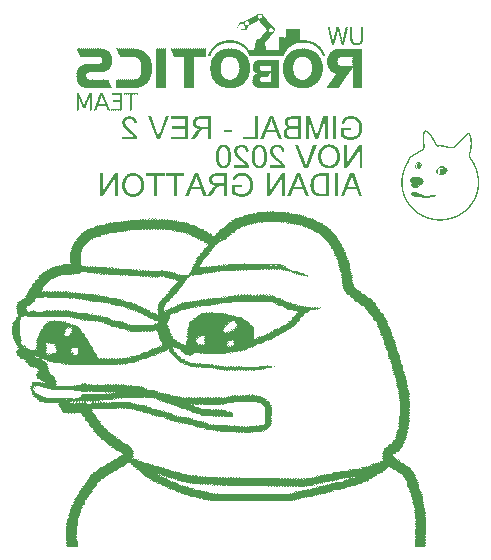
<source format=gbo>
G04*
G04 #@! TF.GenerationSoftware,Altium Limited,Altium Designer,20.0.13 (296)*
G04*
G04 Layer_Color=32896*
%FSLAX25Y25*%
%MOIN*%
G70*
G01*
G75*
G36*
X60409Y142844D02*
X60343D01*
Y142910D01*
X60409D01*
Y142844D01*
D02*
G37*
G36*
X60277D02*
X60343D01*
Y142778D01*
X60409D01*
Y142712D01*
Y142646D01*
Y142580D01*
X60343D01*
Y142514D01*
X60409D01*
Y142448D01*
Y142382D01*
Y142316D01*
X60343D01*
Y142250D01*
X60277D01*
Y142316D01*
X60211D01*
Y142250D01*
X60145D01*
Y142316D01*
X60079D01*
Y142250D01*
X60013D01*
Y142316D01*
X59947D01*
Y142250D01*
X59881D01*
Y142316D01*
X59815D01*
Y142250D01*
X59749D01*
Y142316D01*
X59683D01*
Y142250D01*
X59617D01*
Y142316D01*
X59551D01*
Y142250D01*
X59485D01*
Y142316D01*
X59419D01*
Y142250D01*
X59353D01*
Y142316D01*
X59287D01*
Y142250D01*
X59221D01*
Y142316D01*
X59155D01*
Y142250D01*
X59089D01*
Y142316D01*
X59023D01*
Y142250D01*
X58957D01*
Y142316D01*
X58891D01*
Y142250D01*
X58825D01*
Y142316D01*
X58759D01*
Y142250D01*
X58693D01*
Y142316D01*
X58627D01*
Y142250D01*
X58561D01*
Y142316D01*
X58495D01*
Y142250D01*
X58429D01*
Y142184D01*
X58364D01*
Y142118D01*
X58429D01*
Y142052D01*
X58364D01*
Y141986D01*
X58429D01*
Y141920D01*
X58364D01*
Y141854D01*
X58429D01*
Y141788D01*
X58364D01*
Y141722D01*
X58429D01*
Y141656D01*
X58364D01*
Y141590D01*
X58429D01*
Y141524D01*
X58364D01*
Y141458D01*
X58429D01*
Y141393D01*
X58364D01*
Y141326D01*
X58429D01*
Y141261D01*
X58364D01*
Y141195D01*
X58429D01*
Y141129D01*
X58364D01*
Y141063D01*
X58429D01*
Y140997D01*
X58364D01*
Y140931D01*
X58429D01*
Y140865D01*
X58364D01*
Y140799D01*
X58429D01*
Y140733D01*
X58364D01*
Y140667D01*
X58429D01*
Y140601D01*
X58364D01*
Y140535D01*
X58429D01*
Y140469D01*
X58364D01*
Y140403D01*
X58429D01*
Y140337D01*
X58364D01*
Y140271D01*
X58429D01*
Y140205D01*
X58364D01*
Y140139D01*
X58429D01*
Y140073D01*
X58364D01*
Y140007D01*
X58429D01*
Y139941D01*
X58364D01*
Y139875D01*
X58429D01*
Y139809D01*
X58364D01*
Y139743D01*
X58429D01*
Y139677D01*
X58364D01*
Y139611D01*
X58429D01*
Y139546D01*
X58364D01*
Y139479D01*
X58429D01*
Y139414D01*
X58364D01*
Y139348D01*
X58429D01*
Y139282D01*
X58364D01*
Y139216D01*
X58429D01*
Y139150D01*
X58364D01*
Y139084D01*
X58429D01*
Y139018D01*
X58364D01*
Y138952D01*
X58429D01*
Y138886D01*
X58364D01*
Y138820D01*
X58429D01*
Y138754D01*
X58364D01*
Y138688D01*
X58429D01*
Y138622D01*
X58364D01*
Y138556D01*
X58429D01*
Y138490D01*
X58364D01*
Y138424D01*
X58429D01*
Y138358D01*
X58364D01*
Y138292D01*
X58429D01*
Y138226D01*
X58364D01*
Y138160D01*
X58429D01*
Y138094D01*
X58364D01*
Y138028D01*
X58429D01*
Y137962D01*
X58364D01*
Y137896D01*
X58429D01*
Y137830D01*
X58364D01*
Y137764D01*
X58429D01*
Y137698D01*
X58364D01*
Y137633D01*
X58429D01*
Y137566D01*
X58364D01*
Y137501D01*
X58429D01*
Y137435D01*
X58364D01*
Y137369D01*
X58429D01*
Y137303D01*
X58364D01*
Y137237D01*
X58429D01*
Y137171D01*
X58364D01*
Y137105D01*
X58429D01*
Y137039D01*
X58364D01*
Y136973D01*
X58298D01*
Y137039D01*
X58232D01*
Y136973D01*
X58166D01*
Y137039D01*
X58100D01*
Y136973D01*
X58034D01*
Y137039D01*
X57968D01*
Y136973D01*
X57902D01*
Y137039D01*
X57836D01*
Y136973D01*
X57770D01*
Y137039D01*
X57704D01*
Y136973D01*
X57638D01*
Y137039D01*
X57572D01*
Y137105D01*
X57638D01*
Y137171D01*
Y137237D01*
Y137303D01*
X57572D01*
Y137369D01*
X57638D01*
Y137435D01*
Y137501D01*
Y137566D01*
X57572D01*
Y137633D01*
X57638D01*
Y137698D01*
Y137764D01*
Y137830D01*
X57572D01*
Y137896D01*
X57638D01*
Y137962D01*
Y138028D01*
Y138094D01*
X57572D01*
Y138160D01*
X57638D01*
Y138226D01*
Y138292D01*
Y138358D01*
X57572D01*
Y138424D01*
X57638D01*
Y138490D01*
Y138556D01*
Y138622D01*
X57572D01*
Y138688D01*
X57638D01*
Y138754D01*
Y138820D01*
Y138886D01*
X57572D01*
Y138952D01*
X57638D01*
Y139018D01*
Y139084D01*
Y139150D01*
X57572D01*
Y139216D01*
X57638D01*
Y139282D01*
Y139348D01*
Y139414D01*
X57572D01*
Y139479D01*
X57638D01*
Y139546D01*
Y139611D01*
Y139677D01*
X57572D01*
Y139743D01*
X57638D01*
Y139809D01*
Y139875D01*
Y139941D01*
X57572D01*
Y140007D01*
X57638D01*
Y140073D01*
Y140139D01*
Y140205D01*
X57572D01*
Y140271D01*
X57638D01*
Y140337D01*
Y140403D01*
Y140469D01*
X57572D01*
Y140535D01*
X57638D01*
Y140601D01*
Y140667D01*
Y140733D01*
X57572D01*
Y140799D01*
X57638D01*
Y140865D01*
Y140931D01*
Y140997D01*
X57572D01*
Y141063D01*
X57638D01*
Y141129D01*
Y141195D01*
Y141261D01*
X57572D01*
Y141326D01*
X57638D01*
Y141393D01*
Y141458D01*
Y141524D01*
X57572D01*
Y141590D01*
X57638D01*
Y141656D01*
Y141722D01*
Y141788D01*
X57572D01*
Y141854D01*
X57638D01*
Y141920D01*
Y141986D01*
Y142052D01*
X57572D01*
Y142118D01*
X57638D01*
Y142184D01*
Y142250D01*
Y142316D01*
X57572D01*
Y142250D01*
X57506D01*
Y142316D01*
X57440D01*
Y142250D01*
X57374D01*
Y142316D01*
X57308D01*
Y142250D01*
X57242D01*
Y142316D01*
X57176D01*
Y142250D01*
X57110D01*
Y142316D01*
X57044D01*
Y142250D01*
X56978D01*
Y142316D01*
X56912D01*
Y142250D01*
X56846D01*
Y142316D01*
X56780D01*
Y142250D01*
X56714D01*
Y142316D01*
X56648D01*
Y142250D01*
X56582D01*
Y142316D01*
X56516D01*
Y142250D01*
X56451D01*
Y142316D01*
X56385D01*
Y142250D01*
X56319D01*
Y142316D01*
X56253D01*
Y142250D01*
X56187D01*
Y142316D01*
X56121D01*
Y142250D01*
X56055D01*
Y142316D01*
X55989D01*
Y142250D01*
X55923D01*
Y142316D01*
X55857D01*
Y142250D01*
X55791D01*
Y142316D01*
X55725D01*
Y142250D01*
X55659D01*
Y142316D01*
Y142382D01*
Y142448D01*
Y142514D01*
Y142580D01*
Y142646D01*
Y142712D01*
Y142778D01*
Y142844D01*
X55725D01*
Y142910D01*
X55791D01*
Y142844D01*
X55857D01*
Y142910D01*
X56055D01*
Y142844D01*
X56121D01*
Y142910D01*
X56319D01*
Y142844D01*
X56385D01*
Y142910D01*
X56582D01*
Y142844D01*
X56648D01*
Y142910D01*
X56846D01*
Y142844D01*
X56912D01*
Y142910D01*
X57110D01*
Y142844D01*
X57176D01*
Y142910D01*
X57374D01*
Y142844D01*
X57440D01*
Y142910D01*
X57638D01*
Y142844D01*
X57704D01*
Y142910D01*
X57902D01*
Y142844D01*
X57968D01*
Y142910D01*
X58166D01*
Y142844D01*
X58232D01*
Y142910D01*
X58429D01*
Y142844D01*
X58495D01*
Y142910D01*
X58693D01*
Y142844D01*
X58759D01*
Y142910D01*
X58957D01*
Y142844D01*
X59023D01*
Y142910D01*
X59221D01*
Y142844D01*
X59287D01*
Y142910D01*
X59485D01*
Y142844D01*
X59551D01*
Y142910D01*
X59749D01*
Y142844D01*
X59815D01*
Y142910D01*
X60013D01*
Y142844D01*
X60079D01*
Y142910D01*
X60277D01*
Y142844D01*
D02*
G37*
G36*
X54999D02*
Y142778D01*
Y142712D01*
Y142646D01*
Y142580D01*
Y142514D01*
Y142448D01*
Y142382D01*
Y142316D01*
Y142250D01*
Y142184D01*
Y142118D01*
Y142052D01*
Y141986D01*
Y141920D01*
Y141854D01*
Y141788D01*
Y141722D01*
Y141656D01*
Y141590D01*
Y141524D01*
Y141458D01*
Y141393D01*
Y141326D01*
Y141261D01*
Y141195D01*
Y141129D01*
Y141063D01*
Y140997D01*
Y140931D01*
Y140865D01*
Y140799D01*
Y140733D01*
Y140667D01*
Y140601D01*
Y140535D01*
Y140469D01*
Y140403D01*
Y140337D01*
Y140271D01*
Y140205D01*
Y140139D01*
Y140073D01*
Y140007D01*
Y139941D01*
Y139875D01*
Y139809D01*
Y139743D01*
Y139677D01*
Y139611D01*
Y139546D01*
Y139479D01*
Y139414D01*
Y139348D01*
Y139282D01*
Y139216D01*
Y139150D01*
Y139084D01*
Y139018D01*
Y138952D01*
Y138886D01*
Y138820D01*
Y138754D01*
Y138688D01*
Y138622D01*
Y138556D01*
Y138490D01*
Y138424D01*
Y138358D01*
Y138292D01*
Y138226D01*
Y138160D01*
Y138094D01*
Y138028D01*
Y137962D01*
Y137896D01*
Y137830D01*
Y137764D01*
Y137698D01*
Y137633D01*
Y137566D01*
Y137501D01*
Y137435D01*
Y137369D01*
Y137303D01*
Y137237D01*
Y137171D01*
Y137105D01*
Y137039D01*
X54933D01*
Y136973D01*
X54867D01*
Y137039D01*
X54801D01*
Y136973D01*
X54735D01*
Y137039D01*
X54669D01*
Y136973D01*
X54603D01*
Y137039D01*
X54538D01*
Y136973D01*
X54472D01*
Y137039D01*
X54406D01*
Y136973D01*
X54340D01*
Y137039D01*
X54274D01*
Y136973D01*
X54208D01*
Y137039D01*
X54142D01*
Y136973D01*
X54076D01*
Y137039D01*
X54010D01*
Y136973D01*
X53944D01*
Y137039D01*
X53878D01*
Y136973D01*
X53812D01*
Y137039D01*
X53746D01*
Y136973D01*
X53680D01*
Y137039D01*
X53614D01*
Y136973D01*
X53548D01*
Y137039D01*
X53482D01*
Y136973D01*
X53416D01*
Y137039D01*
X53350D01*
Y136973D01*
X53284D01*
Y137039D01*
X53218D01*
Y136973D01*
X53152D01*
Y137039D01*
X53086D01*
Y136973D01*
X53020D01*
Y137039D01*
X52954D01*
Y136973D01*
X52889D01*
Y137039D01*
X52823D01*
Y136973D01*
X52757D01*
Y137039D01*
X52691D01*
Y136973D01*
X52625D01*
Y137039D01*
X52559D01*
Y136973D01*
X52493D01*
Y137039D01*
X52427D01*
Y136973D01*
X52361D01*
Y137039D01*
X52295D01*
Y136973D01*
X52229D01*
Y137039D01*
X52163D01*
Y136973D01*
X52097D01*
Y137039D01*
X52031D01*
Y136973D01*
X51965D01*
Y137039D01*
X51899D01*
Y136973D01*
X51833D01*
Y137039D01*
X51767D01*
Y136973D01*
X51701D01*
Y137039D01*
X51635D01*
Y136973D01*
X51569D01*
Y137039D01*
X51503D01*
Y136973D01*
X51437D01*
Y137039D01*
Y137105D01*
Y137171D01*
X51503D01*
Y137237D01*
X51437D01*
Y137303D01*
Y137369D01*
Y137435D01*
X51503D01*
Y137501D01*
X51437D01*
Y137566D01*
X51503D01*
Y137633D01*
X54208D01*
Y137698D01*
Y137764D01*
Y137830D01*
Y137896D01*
Y137962D01*
Y138028D01*
Y138094D01*
Y138160D01*
Y138226D01*
Y138292D01*
Y138358D01*
X54274D01*
Y138424D01*
X54208D01*
Y138490D01*
Y138556D01*
Y138622D01*
Y138688D01*
Y138754D01*
Y138820D01*
Y138886D01*
Y138952D01*
Y139018D01*
Y139084D01*
Y139150D01*
Y139216D01*
Y139282D01*
Y139348D01*
Y139414D01*
X54274D01*
Y139479D01*
X54208D01*
Y139546D01*
Y139611D01*
Y139677D01*
X54274D01*
Y139743D01*
X54208D01*
Y139809D01*
X54010D01*
Y139743D01*
X53944D01*
Y139809D01*
X53746D01*
Y139743D01*
X53680D01*
Y139809D01*
X53482D01*
Y139743D01*
X53416D01*
Y139809D01*
X53218D01*
Y139743D01*
X53152D01*
Y139809D01*
X52954D01*
Y139743D01*
X52889D01*
Y139809D01*
X52691D01*
Y139743D01*
X52625D01*
Y139809D01*
X52427D01*
Y139743D01*
X52361D01*
Y139809D01*
X52163D01*
Y139743D01*
X52097D01*
Y139809D01*
X52031D01*
Y139875D01*
X51965D01*
Y139941D01*
Y140007D01*
Y140073D01*
X52031D01*
Y140139D01*
X51965D01*
Y140205D01*
X52031D01*
Y140271D01*
X51965D01*
Y140337D01*
X52031D01*
Y140403D01*
X54208D01*
Y140469D01*
X54274D01*
Y140535D01*
X54208D01*
Y140601D01*
Y140667D01*
Y140733D01*
Y140799D01*
Y140865D01*
Y140931D01*
Y140997D01*
Y141063D01*
Y141129D01*
Y141195D01*
Y141261D01*
Y141326D01*
Y141393D01*
Y141458D01*
Y141524D01*
X54274D01*
Y141590D01*
X54208D01*
Y141656D01*
Y141722D01*
Y141788D01*
Y141854D01*
Y141920D01*
Y141986D01*
Y142052D01*
Y142118D01*
Y142184D01*
Y142250D01*
X54076D01*
Y142184D01*
X54010D01*
Y142250D01*
X53944D01*
Y142184D01*
X53878D01*
Y142250D01*
X53812D01*
Y142184D01*
X53746D01*
Y142250D01*
X53548D01*
Y142184D01*
X53482D01*
Y142250D01*
X53416D01*
Y142184D01*
X53350D01*
Y142250D01*
X53284D01*
Y142184D01*
X53218D01*
Y142250D01*
X53020D01*
Y142184D01*
X52954D01*
Y142250D01*
X52889D01*
Y142184D01*
X52823D01*
Y142250D01*
X52757D01*
Y142184D01*
X52691D01*
Y142250D01*
X52493D01*
Y142184D01*
X52427D01*
Y142250D01*
X52361D01*
Y142184D01*
X52295D01*
Y142250D01*
X52229D01*
Y142184D01*
X52163D01*
Y142250D01*
X51965D01*
Y142184D01*
X51899D01*
Y142250D01*
X51833D01*
Y142184D01*
X51767D01*
Y142250D01*
X51701D01*
Y142316D01*
X51635D01*
Y142382D01*
X51701D01*
Y142448D01*
X51635D01*
Y142514D01*
X51701D01*
Y142580D01*
X51635D01*
Y142646D01*
X51701D01*
Y142712D01*
X51635D01*
Y142778D01*
X51701D01*
Y142844D01*
X51635D01*
Y142910D01*
X51833D01*
Y142844D01*
X51899D01*
Y142910D01*
X52097D01*
Y142844D01*
X52163D01*
Y142910D01*
X52361D01*
Y142844D01*
X52427D01*
Y142910D01*
X52625D01*
Y142844D01*
X52691D01*
Y142910D01*
X52889D01*
Y142844D01*
X52954D01*
Y142910D01*
X53152D01*
Y142844D01*
X53218D01*
Y142910D01*
X53416D01*
Y142844D01*
X53482D01*
Y142910D01*
X53680D01*
Y142844D01*
X53746D01*
Y142910D01*
X53944D01*
Y142844D01*
X54010D01*
Y142910D01*
X54208D01*
Y142844D01*
X54274D01*
Y142910D01*
X54472D01*
Y142844D01*
X54538D01*
Y142910D01*
X54735D01*
Y142844D01*
X54801D01*
Y142910D01*
X54999D01*
Y142844D01*
D02*
G37*
G36*
X48535D02*
X48601D01*
Y142778D01*
X48667D01*
Y142712D01*
X48601D01*
Y142646D01*
X48667D01*
Y142580D01*
X48733D01*
Y142514D01*
X48799D01*
Y142448D01*
X48733D01*
Y142382D01*
X48799D01*
Y142316D01*
Y142250D01*
Y142184D01*
X48865D01*
Y142118D01*
X48930D01*
Y142052D01*
X48865D01*
Y141986D01*
X48930D01*
Y141920D01*
X48996D01*
Y141854D01*
Y141788D01*
Y141722D01*
X49062D01*
Y141656D01*
Y141590D01*
X49128D01*
Y141524D01*
Y141458D01*
X49194D01*
Y141393D01*
X49128D01*
Y141326D01*
X49194D01*
Y141261D01*
X49260D01*
Y141195D01*
X49326D01*
Y141129D01*
X49260D01*
Y141063D01*
X49326D01*
Y140997D01*
X49392D01*
Y140931D01*
Y140865D01*
Y140799D01*
X49458D01*
Y140733D01*
Y140667D01*
Y140601D01*
X49524D01*
Y140535D01*
X49590D01*
Y140469D01*
X49524D01*
Y140403D01*
X49590D01*
Y140337D01*
Y140271D01*
X49656D01*
Y140205D01*
Y140139D01*
X49722D01*
Y140073D01*
Y140007D01*
Y139941D01*
X49788D01*
Y139875D01*
X49854D01*
Y139809D01*
X49788D01*
Y139743D01*
X49854D01*
Y139677D01*
X49920D01*
Y139611D01*
Y139546D01*
Y139479D01*
X49986D01*
Y139414D01*
Y139348D01*
X50052D01*
Y139282D01*
Y139216D01*
X50118D01*
Y139150D01*
X50052D01*
Y139084D01*
X50118D01*
Y139018D01*
X50184D01*
Y138952D01*
X50250D01*
Y138886D01*
X50184D01*
Y138820D01*
X50250D01*
Y138754D01*
Y138688D01*
Y138622D01*
X50316D01*
Y138556D01*
X50382D01*
Y138490D01*
X50316D01*
Y138424D01*
X50382D01*
Y138358D01*
X50448D01*
Y138292D01*
X50514D01*
Y138226D01*
X50448D01*
Y138160D01*
X50514D01*
Y138094D01*
X50580D01*
Y138028D01*
Y137962D01*
Y137896D01*
X50646D01*
Y137830D01*
X50580D01*
Y137764D01*
X50646D01*
Y137698D01*
X50712D01*
Y137633D01*
X50778D01*
Y137566D01*
X50712D01*
Y137501D01*
X50778D01*
Y137435D01*
X50844D01*
Y137369D01*
Y137303D01*
Y137237D01*
X50910D01*
Y137171D01*
Y137105D01*
X50976D01*
Y137039D01*
Y136973D01*
X50910D01*
Y137039D01*
X50844D01*
Y136973D01*
X50778D01*
Y137039D01*
X50712D01*
Y136973D01*
X50646D01*
Y137039D01*
X50580D01*
Y136973D01*
X50514D01*
Y137039D01*
X50448D01*
Y136973D01*
X50382D01*
Y137039D01*
X50316D01*
Y136973D01*
X50250D01*
Y137039D01*
X50184D01*
Y137105D01*
X50250D01*
Y137171D01*
X50184D01*
Y137237D01*
X50118D01*
Y137303D01*
Y137369D01*
Y137435D01*
X50052D01*
Y137501D01*
Y137566D01*
Y137633D01*
X49986D01*
Y137698D01*
X49920D01*
Y137764D01*
Y137830D01*
Y137896D01*
X49854D01*
Y137962D01*
Y138028D01*
Y138094D01*
X49788D01*
Y138160D01*
Y138226D01*
X49722D01*
Y138292D01*
Y138358D01*
X49656D01*
Y138424D01*
X49722D01*
Y138490D01*
X49656D01*
Y138556D01*
X49590D01*
Y138622D01*
X47017D01*
Y138556D01*
X46952D01*
Y138490D01*
X46886D01*
Y138424D01*
X46952D01*
Y138358D01*
X46886D01*
Y138292D01*
Y138226D01*
X46820D01*
Y138160D01*
Y138094D01*
X46754D01*
Y138028D01*
Y137962D01*
Y137896D01*
X46688D01*
Y137830D01*
Y137764D01*
Y137698D01*
X46622D01*
Y137633D01*
Y137566D01*
Y137501D01*
X46556D01*
Y137435D01*
X46490D01*
Y137369D01*
X46556D01*
Y137303D01*
X46490D01*
Y137237D01*
X46424D01*
Y137171D01*
Y137105D01*
Y137039D01*
X46358D01*
Y136973D01*
X46292D01*
Y137039D01*
X46226D01*
Y136973D01*
X46160D01*
Y137039D01*
X46094D01*
Y136973D01*
X46028D01*
Y137039D01*
X45962D01*
Y136973D01*
X45896D01*
Y137039D01*
X45830D01*
Y136973D01*
X45764D01*
Y137039D01*
X45698D01*
Y136973D01*
X45632D01*
Y137039D01*
X45566D01*
Y137105D01*
X45632D01*
Y137171D01*
Y137237D01*
Y137303D01*
X45698D01*
Y137369D01*
X45764D01*
Y137435D01*
X45698D01*
Y137501D01*
X45764D01*
Y137566D01*
X45830D01*
Y137633D01*
Y137698D01*
Y137764D01*
X45896D01*
Y137830D01*
Y137896D01*
Y137962D01*
X45962D01*
Y138028D01*
Y138094D01*
Y138160D01*
X46028D01*
Y138226D01*
Y138292D01*
Y138358D01*
X46094D01*
Y138424D01*
X46160D01*
Y138490D01*
X46094D01*
Y138556D01*
X46160D01*
Y138622D01*
Y138688D01*
X46226D01*
Y138754D01*
Y138820D01*
X46292D01*
Y138886D01*
X46226D01*
Y138952D01*
X46292D01*
Y139018D01*
X46358D01*
Y139084D01*
X46424D01*
Y139150D01*
X46358D01*
Y139216D01*
X46424D01*
Y139282D01*
Y139348D01*
Y139414D01*
X46490D01*
Y139479D01*
X46556D01*
Y139546D01*
X46490D01*
Y139611D01*
X46556D01*
Y139677D01*
X46622D01*
Y139743D01*
Y139809D01*
Y139875D01*
X46688D01*
Y139941D01*
Y140007D01*
Y140073D01*
X46754D01*
Y140139D01*
Y140205D01*
Y140271D01*
X46820D01*
Y140337D01*
Y140403D01*
X46886D01*
Y140469D01*
Y140535D01*
X46952D01*
Y140601D01*
X46886D01*
Y140667D01*
X46952D01*
Y140733D01*
X47017D01*
Y140799D01*
X47084D01*
Y140865D01*
X47017D01*
Y140931D01*
X47084D01*
Y140997D01*
X47017D01*
Y141063D01*
X47084D01*
Y141129D01*
X47150D01*
Y141195D01*
X47215D01*
Y141261D01*
X47150D01*
Y141326D01*
X47215D01*
Y141393D01*
Y141458D01*
Y141524D01*
X47281D01*
Y141590D01*
X47347D01*
Y141656D01*
Y141722D01*
Y141788D01*
X47413D01*
Y141854D01*
Y141920D01*
Y141986D01*
X47479D01*
Y142052D01*
Y142118D01*
Y142184D01*
X47545D01*
Y142250D01*
X47611D01*
Y142316D01*
X47545D01*
Y142382D01*
X47611D01*
Y142448D01*
Y142514D01*
X47677D01*
Y142580D01*
Y142646D01*
X47743D01*
Y142712D01*
X47677D01*
Y142778D01*
X47743D01*
Y142844D01*
X47809D01*
Y142910D01*
X47875D01*
Y142844D01*
X47941D01*
Y142910D01*
X48139D01*
Y142844D01*
X48205D01*
Y142910D01*
X48403D01*
Y142844D01*
X48469D01*
Y142910D01*
X48535D01*
Y142844D01*
D02*
G37*
G36*
X44841D02*
X44907D01*
Y142778D01*
Y142712D01*
Y142646D01*
Y142580D01*
Y142514D01*
X44841D01*
Y142448D01*
X44907D01*
Y142382D01*
Y142316D01*
Y142250D01*
Y142184D01*
Y142118D01*
Y142052D01*
Y141986D01*
X44841D01*
Y141920D01*
X44907D01*
Y141854D01*
Y141788D01*
Y141722D01*
Y141656D01*
Y141590D01*
Y141524D01*
Y141458D01*
X44841D01*
Y141393D01*
X44907D01*
Y141326D01*
Y141261D01*
Y141195D01*
Y141129D01*
Y141063D01*
Y140997D01*
Y140931D01*
X44841D01*
Y140865D01*
X44907D01*
Y140799D01*
Y140733D01*
Y140667D01*
Y140601D01*
Y140535D01*
Y140469D01*
Y140403D01*
X44841D01*
Y140337D01*
X44907D01*
Y140271D01*
Y140205D01*
Y140139D01*
Y140073D01*
Y140007D01*
Y139941D01*
Y139875D01*
X44841D01*
Y139809D01*
X44907D01*
Y139743D01*
Y139677D01*
Y139611D01*
Y139546D01*
Y139479D01*
Y139414D01*
Y139348D01*
X44841D01*
Y139282D01*
X44907D01*
Y139216D01*
Y139150D01*
Y139084D01*
Y139018D01*
Y138952D01*
Y138886D01*
Y138820D01*
X44841D01*
Y138754D01*
X44907D01*
Y138688D01*
Y138622D01*
Y138556D01*
Y138490D01*
Y138424D01*
Y138358D01*
Y138292D01*
X44841D01*
Y138226D01*
X44907D01*
Y138160D01*
Y138094D01*
Y138028D01*
Y137962D01*
Y137896D01*
Y137830D01*
Y137764D01*
X44841D01*
Y137698D01*
X44907D01*
Y137633D01*
Y137566D01*
Y137501D01*
Y137435D01*
Y137369D01*
Y137303D01*
Y137237D01*
X44841D01*
Y137171D01*
X44907D01*
Y137105D01*
Y137039D01*
Y136973D01*
X44841D01*
Y137039D01*
X44775D01*
Y136973D01*
X44709D01*
Y137039D01*
X44643D01*
Y136973D01*
X44577D01*
Y137039D01*
X44511D01*
Y136973D01*
X44445D01*
Y137039D01*
X44379D01*
Y136973D01*
X44313D01*
Y137039D01*
X44247D01*
Y137105D01*
Y137171D01*
Y137237D01*
Y137303D01*
Y137369D01*
Y137435D01*
Y137501D01*
Y137566D01*
Y137633D01*
Y137698D01*
Y137764D01*
Y137830D01*
Y137896D01*
Y137962D01*
Y138028D01*
Y138094D01*
Y138160D01*
Y138226D01*
Y138292D01*
Y138358D01*
Y138424D01*
Y138490D01*
Y138556D01*
Y138622D01*
Y138688D01*
Y138754D01*
Y138820D01*
Y138886D01*
Y138952D01*
Y139018D01*
Y139084D01*
Y139150D01*
Y139216D01*
Y139282D01*
Y139348D01*
Y139414D01*
Y139479D01*
Y139546D01*
Y139611D01*
Y139677D01*
Y139743D01*
Y139809D01*
Y139875D01*
Y139941D01*
Y140007D01*
Y140073D01*
Y140139D01*
Y140205D01*
Y140271D01*
Y140337D01*
Y140403D01*
Y140469D01*
Y140535D01*
Y140601D01*
Y140667D01*
X44313D01*
Y140733D01*
X44247D01*
Y140799D01*
X44313D01*
Y140865D01*
X44247D01*
Y140931D01*
X44313D01*
Y140997D01*
X44247D01*
Y141063D01*
X44313D01*
Y141129D01*
X44247D01*
Y141195D01*
X44313D01*
Y141261D01*
X44247D01*
Y141326D01*
X44181D01*
Y141261D01*
X44115D01*
Y141195D01*
X44181D01*
Y141129D01*
X44115D01*
Y141063D01*
Y140997D01*
X44049D01*
Y140931D01*
Y140865D01*
X43983D01*
Y140799D01*
Y140733D01*
Y140667D01*
X43917D01*
Y140601D01*
X43851D01*
Y140535D01*
X43917D01*
Y140469D01*
X43851D01*
Y140403D01*
X43785D01*
Y140337D01*
Y140271D01*
Y140205D01*
X43719D01*
Y140139D01*
X43785D01*
Y140073D01*
X43719D01*
Y140007D01*
X43653D01*
Y139941D01*
X43587D01*
Y139875D01*
X43653D01*
Y139809D01*
X43587D01*
Y139743D01*
X43521D01*
Y139677D01*
X43455D01*
Y139611D01*
X43521D01*
Y139546D01*
X43455D01*
Y139479D01*
Y139414D01*
X43389D01*
Y139348D01*
Y139282D01*
X43323D01*
Y139216D01*
X43389D01*
Y139150D01*
X43323D01*
Y139084D01*
X43257D01*
Y139018D01*
X43192D01*
Y138952D01*
X43257D01*
Y138886D01*
X43192D01*
Y138820D01*
X43126D01*
Y138754D01*
X43060D01*
Y138688D01*
X43126D01*
Y138622D01*
X43060D01*
Y138556D01*
X42994D01*
Y138490D01*
Y138424D01*
Y138358D01*
X42928D01*
Y138292D01*
Y138226D01*
Y138160D01*
X42862D01*
Y138094D01*
X42796D01*
Y138028D01*
X42862D01*
Y137962D01*
X42796D01*
Y137896D01*
X42598D01*
Y137962D01*
X42532D01*
Y137896D01*
X42598D01*
Y137830D01*
X42532D01*
Y137896D01*
X42334D01*
Y137962D01*
X42268D01*
Y137896D01*
X42334D01*
Y137830D01*
X42268D01*
Y137896D01*
X42070D01*
Y137962D01*
X41938D01*
Y138028D01*
Y138094D01*
X41872D01*
Y138160D01*
Y138226D01*
Y138292D01*
X41806D01*
Y138358D01*
X41740D01*
Y138424D01*
X41806D01*
Y138490D01*
X41740D01*
Y138556D01*
X41674D01*
Y138622D01*
Y138688D01*
Y138754D01*
X41608D01*
Y138820D01*
Y138886D01*
Y138952D01*
X41542D01*
Y139018D01*
Y139084D01*
Y139150D01*
X41477D01*
Y139216D01*
Y139282D01*
X41410D01*
Y139348D01*
Y139414D01*
X41344D01*
Y139479D01*
Y139546D01*
Y139611D01*
X41279D01*
Y139677D01*
X41213D01*
Y139743D01*
X41279D01*
Y139809D01*
X41213D01*
Y139875D01*
X41147D01*
Y139941D01*
Y140007D01*
Y140073D01*
X41081D01*
Y140139D01*
X41147D01*
Y140205D01*
X41081D01*
Y140271D01*
X41015D01*
Y140337D01*
Y140403D01*
Y140469D01*
X40949D01*
Y140535D01*
Y140601D01*
Y140667D01*
X40883D01*
Y140733D01*
X40817D01*
Y140799D01*
X40883D01*
Y140865D01*
X40817D01*
Y140931D01*
X40751D01*
Y140997D01*
X40685D01*
Y141063D01*
X40751D01*
Y141129D01*
X40685D01*
Y141195D01*
Y141261D01*
Y141326D01*
X40619D01*
Y141393D01*
X40553D01*
Y141326D01*
Y141261D01*
Y141195D01*
X40619D01*
Y141129D01*
X40553D01*
Y141063D01*
X40619D01*
Y140997D01*
X40553D01*
Y140931D01*
X40619D01*
Y140865D01*
X40553D01*
Y140799D01*
X40619D01*
Y140733D01*
X40553D01*
Y140667D01*
X40619D01*
Y140601D01*
X40553D01*
Y140535D01*
X40619D01*
Y140469D01*
X40553D01*
Y140403D01*
X40619D01*
Y140337D01*
X40553D01*
Y140271D01*
X40619D01*
Y140205D01*
X40553D01*
Y140139D01*
X40619D01*
Y140073D01*
X40553D01*
Y140007D01*
X40619D01*
Y139941D01*
X40553D01*
Y139875D01*
X40619D01*
Y139809D01*
X40553D01*
Y139743D01*
X40619D01*
Y139677D01*
X40553D01*
Y139611D01*
X40619D01*
Y139546D01*
X40553D01*
Y139479D01*
X40619D01*
Y139414D01*
X40553D01*
Y139348D01*
X40619D01*
Y139282D01*
X40553D01*
Y139216D01*
X40619D01*
Y139150D01*
X40553D01*
Y139084D01*
X40619D01*
Y139018D01*
X40553D01*
Y138952D01*
X40619D01*
Y138886D01*
X40553D01*
Y138820D01*
X40619D01*
Y138754D01*
X40553D01*
Y138688D01*
X40619D01*
Y138622D01*
X40553D01*
Y138556D01*
X40619D01*
Y138490D01*
X40553D01*
Y138424D01*
X40619D01*
Y138358D01*
X40553D01*
Y138292D01*
X40619D01*
Y138226D01*
X40553D01*
Y138160D01*
X40619D01*
Y138094D01*
X40553D01*
Y138028D01*
X40619D01*
Y137962D01*
X40553D01*
Y137896D01*
X40619D01*
Y137830D01*
X40553D01*
Y137764D01*
X40619D01*
Y137698D01*
X40553D01*
Y137633D01*
X40619D01*
Y137566D01*
X40553D01*
Y137501D01*
X40619D01*
Y137435D01*
X40553D01*
Y137369D01*
X40619D01*
Y137303D01*
X40553D01*
Y137237D01*
X40619D01*
Y137171D01*
X40553D01*
Y137105D01*
X40619D01*
Y137039D01*
X40553D01*
Y136973D01*
X40487D01*
Y137039D01*
X40421D01*
Y136973D01*
X40355D01*
Y137039D01*
X40289D01*
Y136973D01*
X40223D01*
Y137039D01*
X40157D01*
Y136973D01*
X40091D01*
Y137039D01*
X40025D01*
Y136973D01*
X39959D01*
Y137039D01*
X39893D01*
Y137105D01*
Y137171D01*
Y137237D01*
Y137303D01*
Y137369D01*
X39959D01*
Y137435D01*
X39893D01*
Y137501D01*
Y137566D01*
Y137633D01*
Y137698D01*
Y137764D01*
Y137830D01*
Y137896D01*
X39959D01*
Y137962D01*
X39893D01*
Y138028D01*
Y138094D01*
Y138160D01*
Y138226D01*
Y138292D01*
Y138358D01*
Y138424D01*
X39959D01*
Y138490D01*
X39893D01*
Y138556D01*
Y138622D01*
Y138688D01*
Y138754D01*
Y138820D01*
Y138886D01*
Y138952D01*
X39959D01*
Y139018D01*
X39893D01*
Y139084D01*
Y139150D01*
Y139216D01*
Y139282D01*
Y139348D01*
Y139414D01*
Y139479D01*
X39959D01*
Y139546D01*
X39893D01*
Y139611D01*
Y139677D01*
Y139743D01*
Y139809D01*
Y139875D01*
Y139941D01*
Y140007D01*
X39959D01*
Y140073D01*
X39893D01*
Y140139D01*
Y140205D01*
Y140271D01*
Y140337D01*
Y140403D01*
Y140469D01*
Y140535D01*
X39959D01*
Y140601D01*
X39893D01*
Y140667D01*
Y140733D01*
Y140799D01*
Y140865D01*
Y140931D01*
Y140997D01*
Y141063D01*
X39959D01*
Y141129D01*
X39893D01*
Y141195D01*
Y141261D01*
Y141326D01*
Y141393D01*
Y141458D01*
Y141524D01*
Y141590D01*
X39959D01*
Y141656D01*
X39893D01*
Y141722D01*
Y141788D01*
Y141854D01*
Y141920D01*
Y141986D01*
Y142052D01*
Y142118D01*
X39959D01*
Y142184D01*
X39893D01*
Y142250D01*
Y142316D01*
Y142382D01*
Y142448D01*
Y142514D01*
Y142580D01*
Y142646D01*
X39959D01*
Y142712D01*
X39893D01*
Y142778D01*
Y142844D01*
Y142910D01*
X39959D01*
Y142844D01*
X40025D01*
Y142910D01*
X40223D01*
Y142844D01*
X40289D01*
Y142910D01*
X40487D01*
Y142844D01*
X40553D01*
Y142910D01*
X40619D01*
Y142844D01*
X40685D01*
Y142778D01*
Y142712D01*
Y142646D01*
X40751D01*
Y142580D01*
Y142514D01*
X40817D01*
Y142448D01*
Y142382D01*
X40883D01*
Y142316D01*
X40817D01*
Y142250D01*
X40883D01*
Y142184D01*
X40949D01*
Y142118D01*
X41015D01*
Y142052D01*
X40949D01*
Y141986D01*
X41015D01*
Y141920D01*
X41081D01*
Y141854D01*
Y141788D01*
Y141722D01*
X41147D01*
Y141656D01*
Y141590D01*
Y141524D01*
X41213D01*
Y141458D01*
Y141393D01*
Y141326D01*
X41279D01*
Y141261D01*
Y141195D01*
X41344D01*
Y141129D01*
Y141063D01*
X41410D01*
Y140997D01*
X41344D01*
Y140931D01*
X41410D01*
Y140865D01*
X41477D01*
Y140799D01*
X41542D01*
Y140733D01*
X41477D01*
Y140667D01*
X41542D01*
Y140601D01*
Y140535D01*
X41608D01*
Y140469D01*
Y140403D01*
X41674D01*
Y140337D01*
Y140271D01*
Y140205D01*
X41740D01*
Y140139D01*
Y140073D01*
Y140007D01*
X41806D01*
Y139941D01*
Y139875D01*
X41872D01*
Y139809D01*
Y139743D01*
X41938D01*
Y139677D01*
X41872D01*
Y139611D01*
X41938D01*
Y139546D01*
X42004D01*
Y139479D01*
X42070D01*
Y139414D01*
X42004D01*
Y139348D01*
X42070D01*
Y139282D01*
X42136D01*
Y139216D01*
Y139150D01*
Y139084D01*
X42202D01*
Y139018D01*
Y138952D01*
Y138886D01*
X42268D01*
Y138820D01*
Y138754D01*
Y138688D01*
X42334D01*
Y138754D01*
X42400D01*
Y138820D01*
Y138886D01*
Y138952D01*
X42466D01*
Y139018D01*
Y139084D01*
Y139150D01*
X42532D01*
Y139216D01*
X42598D01*
Y139282D01*
Y139348D01*
Y139414D01*
X42664D01*
Y139479D01*
X42730D01*
Y139546D01*
X42664D01*
Y139611D01*
X42730D01*
Y139677D01*
X42796D01*
Y139743D01*
X42862D01*
Y139809D01*
X42796D01*
Y139875D01*
X42862D01*
Y139941D01*
X42796D01*
Y140007D01*
X42928D01*
Y140073D01*
Y140139D01*
X42994D01*
Y140205D01*
Y140271D01*
Y140337D01*
X43060D01*
Y140403D01*
X43126D01*
Y140469D01*
X43060D01*
Y140535D01*
X43126D01*
Y140601D01*
X43192D01*
Y140667D01*
X43257D01*
Y140733D01*
X43192D01*
Y140799D01*
X43257D01*
Y140865D01*
X43323D01*
Y140931D01*
Y140997D01*
Y141063D01*
X43389D01*
Y141129D01*
Y141195D01*
Y141261D01*
X43455D01*
Y141326D01*
X43521D01*
Y141393D01*
X43455D01*
Y141458D01*
X43521D01*
Y141524D01*
X43587D01*
Y141590D01*
X43653D01*
Y141656D01*
X43587D01*
Y141722D01*
X43653D01*
Y141788D01*
X43719D01*
Y141854D01*
Y141920D01*
Y141986D01*
X43785D01*
Y142052D01*
Y142118D01*
X43851D01*
Y142184D01*
Y142250D01*
X43917D01*
Y142316D01*
X43851D01*
Y142382D01*
X43917D01*
Y142448D01*
X43983D01*
Y142514D01*
X44049D01*
Y142580D01*
X43983D01*
Y142646D01*
X44049D01*
Y142712D01*
X44115D01*
Y142778D01*
Y142844D01*
Y142910D01*
X44181D01*
Y142844D01*
X44247D01*
Y142910D01*
X44445D01*
Y142844D01*
X44511D01*
Y142910D01*
X44709D01*
Y142844D01*
X44775D01*
Y142910D01*
X44841D01*
Y142844D01*
D02*
G37*
G36*
X42070Y137830D02*
X42004D01*
Y137896D01*
X42070D01*
Y137830D01*
D02*
G37*
G36*
X156398Y130326D02*
X156481Y130326D01*
Y130284D01*
X156565D01*
Y130242D01*
X156649Y130242D01*
X156649Y130201D01*
X156732Y130201D01*
Y130159D01*
X156774Y130159D01*
X156774Y130117D01*
X156858D01*
X156858Y130075D01*
X156900D01*
Y130033D01*
X156941D01*
Y129991D01*
X156983D01*
X156983Y129949D01*
X157067Y129949D01*
Y129908D01*
X157109Y129908D01*
Y129866D01*
X157151D01*
X157151Y129824D01*
X157192Y129824D01*
X157192Y129782D01*
X157234D01*
Y129740D01*
X157276Y129740D01*
Y129699D01*
X157318D01*
Y129657D01*
X157360D01*
X157360Y129615D01*
X157402D01*
Y129573D01*
X157443D01*
Y129490D01*
X157485Y129490D01*
Y129448D01*
X157527D01*
Y129406D01*
X157569Y129406D01*
Y129364D01*
X157611Y129364D01*
X157611Y129322D01*
X157652Y129322D01*
Y129239D01*
X157694Y129239D01*
Y129197D01*
X157736Y129197D01*
X157736Y129155D01*
X157778D01*
X157778Y129113D01*
X157820D01*
Y129071D01*
X157861D01*
Y128988D01*
X157903D01*
Y128946D01*
X157945Y128946D01*
X157945Y128904D01*
X157987Y128904D01*
Y128820D01*
X158029Y128820D01*
Y128779D01*
X158071D01*
X158071Y128737D01*
X158113D01*
Y128653D01*
X158154Y128653D01*
Y128611D01*
X158196D01*
X158196Y128569D01*
X158238D01*
X158238Y128486D01*
X158280D01*
Y128444D01*
X158322D01*
X158322Y128360D01*
X158363D01*
X158363Y128319D01*
X158405D01*
Y128235D01*
X158447D01*
Y128193D01*
X158489D01*
Y128109D01*
X158531D01*
Y128068D01*
X158572Y128068D01*
Y127984D01*
X158614D01*
X158614Y127942D01*
X158656Y127942D01*
Y127858D01*
X158698Y127858D01*
X158698Y127817D01*
X158740D01*
Y127733D01*
X158782D01*
X158782Y127649D01*
X158823D01*
X158823Y127608D01*
X158865D01*
Y127524D01*
X158907D01*
Y127440D01*
X158949D01*
X158949Y127398D01*
X158991Y127398D01*
Y127315D01*
X159032Y127315D01*
Y127231D01*
X159074D01*
X159074Y127189D01*
X159116Y127189D01*
X159116Y127106D01*
X159158D01*
X159158Y127022D01*
X159200Y127022D01*
X159200Y126980D01*
X159242Y126980D01*
Y126855D01*
X159283D01*
Y126771D01*
X159325Y126771D01*
Y126729D01*
X159367Y126729D01*
Y126604D01*
X159409Y126604D01*
Y126562D01*
X159451D01*
Y126478D01*
X159493D01*
X159493Y126353D01*
X159534Y126353D01*
X159534Y126227D01*
X159576Y126227D01*
Y126102D01*
X159618D01*
X159618Y126018D01*
X159660D01*
Y125977D01*
X159702Y125977D01*
Y125893D01*
X159743D01*
X159743Y125851D01*
X159785D01*
Y125809D01*
X159827D01*
Y125767D01*
X159869D01*
Y125726D01*
X159911D01*
X159911Y125642D01*
X159953Y125642D01*
Y125600D01*
X160036Y125600D01*
Y125558D01*
X160078Y125558D01*
X160078Y125516D01*
X160120D01*
X160120Y125475D01*
X160204D01*
Y125433D01*
X160496Y125433D01*
X160496Y125475D01*
X161500D01*
X161500Y125433D01*
X161793D01*
X161793Y125391D01*
X162002D01*
X162002Y125349D01*
X162295D01*
Y125307D01*
X162462D01*
X162462Y125266D01*
X162587D01*
Y125224D01*
X162838D01*
Y125182D01*
X162964D01*
Y125140D01*
X163089Y125140D01*
Y125098D01*
X163298Y125098D01*
X163298Y125056D01*
X163466Y125056D01*
Y125015D01*
X163675Y125015D01*
X163675Y124973D01*
X163800Y124973D01*
X163800Y124931D01*
X163968D01*
X163968Y124889D01*
X164302Y124889D01*
X164302Y124847D01*
X164511D01*
Y124805D01*
X165264D01*
Y124847D01*
X165348D01*
X165348Y124889D01*
X165473D01*
X165473Y124931D01*
X165515D01*
Y124973D01*
X165598Y124973D01*
Y125015D01*
X165682Y125015D01*
Y125056D01*
X165724Y125056D01*
Y125098D01*
X165766D01*
X165766Y125140D01*
X165808Y125140D01*
X165808Y125182D01*
X165849Y125182D01*
X165849Y125224D01*
X165933D01*
Y125266D01*
X165975D01*
X165975Y125307D01*
X166017D01*
X166017Y125349D01*
X166059D01*
Y125391D01*
X166100Y125391D01*
Y125433D01*
X166142D01*
X166142Y125475D01*
X166184Y125475D01*
X166184Y125516D01*
X166226Y125516D01*
X166226Y125558D01*
X166268Y125558D01*
X166268Y125600D01*
X166309D01*
Y125642D01*
X166351D01*
X166351Y125684D01*
X166393Y125684D01*
Y125726D01*
X166435D01*
X166435Y125767D01*
X166477D01*
Y125809D01*
X166519D01*
Y125851D01*
X166560D01*
X166560Y125893D01*
X166602D01*
X166602Y125935D01*
X166644Y125935D01*
Y125977D01*
X166686Y125977D01*
Y126018D01*
X166728D01*
X166728Y126060D01*
X166770Y126060D01*
Y126102D01*
X166811D01*
X166811Y126144D01*
X166853D01*
X166853Y126186D01*
X166895D01*
Y126227D01*
X166937D01*
X166937Y126311D01*
X167020D01*
Y126395D01*
X167062Y126395D01*
Y126436D01*
X167104Y126436D01*
Y126478D01*
X167146D01*
X167146Y126520D01*
X167188Y126520D01*
Y126562D01*
X167229Y126562D01*
X167229Y126604D01*
X167271D01*
X167271Y126646D01*
X167313D01*
X167313Y126688D01*
X167355D01*
Y126729D01*
X167397Y126729D01*
X167397Y126771D01*
X167439D01*
Y126813D01*
X167481D01*
Y126855D01*
X167522Y126855D01*
X167522Y126897D01*
X167564Y126897D01*
Y126938D01*
X167606Y126938D01*
Y127022D01*
X167648D01*
Y127064D01*
X167690Y127064D01*
Y127106D01*
X167731Y127106D01*
Y127147D01*
X167773D01*
Y127189D01*
X167815D01*
X167815Y127231D01*
X167857D01*
Y127273D01*
X167899Y127273D01*
X167899Y127315D01*
X167940D01*
X167940Y127357D01*
X167982Y127357D01*
Y127398D01*
X168024Y127398D01*
Y127482D01*
X168066Y127482D01*
Y127524D01*
X168108D01*
X168108Y127566D01*
X168150Y127566D01*
Y127608D01*
X168191D01*
X168191Y127649D01*
X168233D01*
X168233Y127691D01*
X168275D01*
Y127733D01*
X168317D01*
X168317Y127775D01*
X168359D01*
X168359Y127817D01*
X168401Y127817D01*
Y127858D01*
X168442Y127858D01*
Y127900D01*
X168484Y127900D01*
X168484Y127942D01*
X168526Y127942D01*
X168526Y127984D01*
X168568Y127984D01*
Y128026D01*
X168610D01*
X168610Y128068D01*
X168651D01*
Y128109D01*
X168693D01*
Y128151D01*
X168735D01*
X168735Y128193D01*
X168777D01*
Y128235D01*
X168819D01*
Y128277D01*
X168861D01*
X168861Y128319D01*
X168902D01*
X168902Y128360D01*
X168944D01*
Y128402D01*
X168986Y128402D01*
Y128444D01*
X169028D01*
Y128486D01*
X169070D01*
X169070Y128528D01*
X169112Y128528D01*
Y128569D01*
X169153D01*
X169153Y128611D01*
X169195D01*
X169195Y128653D01*
X169237Y128653D01*
Y128695D01*
X169279D01*
X169279Y128737D01*
X169321D01*
Y128779D01*
X169362D01*
Y128820D01*
X169446Y128820D01*
Y128862D01*
X169488Y128862D01*
X169488Y128904D01*
X169530Y128904D01*
Y128946D01*
X169571D01*
Y128988D01*
X169655D01*
X169655Y129030D01*
X169697D01*
X169697Y129071D01*
X169739D01*
Y129113D01*
X169781D01*
X169781Y129155D01*
X169864D01*
Y129197D01*
X169948D01*
Y129239D01*
X169990Y129239D01*
Y129280D01*
X170032Y129280D01*
X170032Y129322D01*
X170157D01*
Y129364D01*
X170199Y129364D01*
Y129406D01*
X170408Y129406D01*
Y129448D01*
X170659D01*
Y129406D01*
X170826Y129406D01*
Y129364D01*
X170868D01*
Y129322D01*
X170910Y129322D01*
Y129280D01*
X170952D01*
Y129197D01*
X170993Y129197D01*
X170993Y129155D01*
X171035D01*
X171035Y129071D01*
X171077D01*
X171077Y129030D01*
X171119D01*
X171119Y128946D01*
X171161D01*
Y128862D01*
X171203D01*
X171203Y128779D01*
X171244D01*
Y128653D01*
X171286D01*
Y128569D01*
X171328D01*
Y128486D01*
X171370D01*
X171370Y128319D01*
X171412Y128319D01*
Y128151D01*
X171453Y128151D01*
Y127733D01*
X171495Y127733D01*
Y127440D01*
X171537Y127440D01*
X171537Y127189D01*
X171579D01*
Y126311D01*
X171621D01*
Y125600D01*
X171579D01*
X171579Y124805D01*
X171537D01*
X171537Y124513D01*
X171495Y124513D01*
Y124304D01*
X171453Y124304D01*
Y123969D01*
X171412D01*
Y123802D01*
X171370D01*
Y123551D01*
X171328Y123551D01*
X171328Y123384D01*
X171286D01*
Y123258D01*
X171244D01*
Y123049D01*
X171203D01*
X171203Y122924D01*
X171161D01*
X171161Y122798D01*
X171119D01*
Y122631D01*
X171077Y122631D01*
Y122505D01*
X171035D01*
Y122422D01*
X170993Y122422D01*
X170993Y122213D01*
X171035D01*
X171035Y122045D01*
X171077D01*
X171077Y121878D01*
X171119D01*
Y121627D01*
X171161D01*
Y121543D01*
X171203D01*
X171203Y121418D01*
X171244Y121418D01*
Y121251D01*
X171286Y121251D01*
Y121209D01*
X171328Y121209D01*
X171328Y121125D01*
X171370D01*
X171370Y121000D01*
X171412Y121000D01*
Y120958D01*
X171453D01*
Y120916D01*
X171495D01*
Y120832D01*
X171537D01*
Y120791D01*
X171579Y120791D01*
Y120749D01*
X171621Y120749D01*
Y120665D01*
X171663D01*
Y120623D01*
X171704D01*
Y120581D01*
X171746D01*
X171746Y120498D01*
X171788Y120498D01*
Y120456D01*
X171830Y120456D01*
Y120372D01*
X171872D01*
X171872Y120331D01*
X171914Y120331D01*
Y120247D01*
X171955Y120247D01*
X171955Y120163D01*
X171997D01*
X171997Y120122D01*
X172039D01*
X172039Y120038D01*
X172081D01*
X172081Y119954D01*
X172123Y119954D01*
X172123Y119912D01*
X172164D01*
Y119829D01*
X172206D01*
Y119787D01*
X172248Y119787D01*
Y119703D01*
X172290D01*
X172290Y119620D01*
X172332D01*
X172332Y119536D01*
X172374Y119536D01*
Y119452D01*
X172415D01*
X172415Y119369D01*
X172457Y119369D01*
X172457Y119327D01*
X172499D01*
Y119243D01*
X172541D01*
Y119118D01*
X172583D01*
Y119076D01*
X172625D01*
Y118950D01*
X172666Y118950D01*
Y118867D01*
X172708D01*
X172708Y118783D01*
X172750D01*
Y118658D01*
X172792D01*
Y118574D01*
X172834Y118574D01*
Y118532D01*
X172875D01*
X172875Y118365D01*
X172917Y118365D01*
X172917Y118281D01*
X172959Y118281D01*
Y118239D01*
X173001D01*
X173001Y118072D01*
X173043D01*
X173043Y117989D01*
X173084D01*
Y117905D01*
X173126D01*
X173126Y117738D01*
X173168Y117738D01*
Y117654D01*
X173210D01*
Y117487D01*
X173252D01*
Y117403D01*
X173294Y117403D01*
Y117278D01*
X173336D01*
Y117110D01*
X173377D01*
Y117027D01*
X173419D01*
Y116901D01*
X173461Y116901D01*
X173461Y116692D01*
X173503D01*
Y116567D01*
X173545D01*
X173545Y116483D01*
X173586Y116483D01*
Y116232D01*
X173628D01*
X173628Y116107D01*
X173670Y116107D01*
X173670Y115856D01*
X173712Y115856D01*
Y115688D01*
X173754Y115688D01*
Y115521D01*
X173795D01*
X173795Y115228D01*
X173837D01*
Y115019D01*
X173879D01*
Y114810D01*
X173921D01*
X173921Y114392D01*
X173963D01*
X173963Y114099D01*
X174005Y114099D01*
Y113681D01*
X174046Y113681D01*
X174046Y112050D01*
X174005Y112050D01*
Y111674D01*
X173963Y111674D01*
X173963Y111381D01*
X173921D01*
X173921Y110963D01*
X173879D01*
X173879Y110754D01*
X173837D01*
X173837Y110586D01*
X173795D01*
X173795Y110293D01*
X173754D01*
Y110168D01*
X173712Y110168D01*
Y110001D01*
X173670D01*
X173670Y109792D01*
X173628D01*
X173628Y109666D01*
X173586D01*
Y109457D01*
X173545D01*
Y109332D01*
X173503Y109332D01*
Y109206D01*
X173461Y109206D01*
X173461Y109039D01*
X173419D01*
X173419Y108955D01*
X173377D01*
Y108871D01*
X173336D01*
Y108662D01*
X173294Y108662D01*
X173294Y108579D01*
X173252Y108579D01*
Y108495D01*
X173210D01*
Y108370D01*
X173168D01*
Y108286D01*
X173126Y108286D01*
Y108161D01*
X173084D01*
Y108077D01*
X173043D01*
X173043Y107993D01*
X173001D01*
Y107868D01*
X172959D01*
Y107784D01*
X172917D01*
X172917Y107701D01*
X172875Y107701D01*
Y107575D01*
X172834D01*
Y107491D01*
X172792Y107491D01*
Y107450D01*
X172750Y107450D01*
Y107324D01*
X172708D01*
Y107240D01*
X172666D01*
X172666Y107157D01*
X172625D01*
Y107115D01*
X172583D01*
X172583Y107031D01*
X172541D01*
X172541Y106948D01*
X172499D01*
Y106864D01*
X172457Y106864D01*
Y106822D01*
X172415Y106822D01*
X172415Y106697D01*
X172374Y106697D01*
Y106655D01*
X172332D01*
Y106613D01*
X172290D01*
Y106488D01*
X172248D01*
Y106446D01*
X172206Y106446D01*
Y106362D01*
X172164Y106362D01*
X172164Y106320D01*
X172123D01*
X172123Y106237D01*
X172081D01*
X172081Y106153D01*
X172039D01*
Y106111D01*
X171997D01*
X171997Y106070D01*
X171955D01*
X171955Y105986D01*
X171914Y105986D01*
X171914Y105944D01*
X171872Y105944D01*
Y105860D01*
X171830Y105860D01*
Y105819D01*
X171788Y105819D01*
Y105777D01*
X171746D01*
X171746Y105693D01*
X171704Y105693D01*
Y105610D01*
X171663Y105609D01*
Y105568D01*
X171621Y105568D01*
X171621Y105526D01*
X171579D01*
X171579Y105442D01*
X171537Y105442D01*
Y105400D01*
X171495D01*
X171495Y105359D01*
X171453D01*
Y105317D01*
X171412Y105317D01*
Y105233D01*
X171370D01*
X171370Y105191D01*
X171328Y105191D01*
Y105149D01*
X171286D01*
Y105108D01*
X171244D01*
Y105024D01*
X171203Y105024D01*
X171203Y104982D01*
X171161D01*
X171161Y104940D01*
X171119Y104940D01*
Y104899D01*
X171077Y104899D01*
Y104815D01*
X171035D01*
Y104773D01*
X170993Y104773D01*
X170993Y104731D01*
X170952Y104731D01*
Y104689D01*
X170910D01*
Y104648D01*
X170868D01*
Y104606D01*
X170826D01*
X170826Y104564D01*
X170784D01*
X170784Y104522D01*
X170742D01*
Y104480D01*
X170701Y104480D01*
Y104438D01*
X170659D01*
Y104355D01*
X170575D01*
X170575Y104271D01*
X170533D01*
Y104229D01*
X170450Y104229D01*
Y104146D01*
X170408Y104146D01*
X170408Y104104D01*
X170366D01*
Y104062D01*
X170324Y104062D01*
Y104020D01*
X170241Y104020D01*
Y103937D01*
X170199D01*
Y103895D01*
X170115D01*
X170115Y103853D01*
X170073D01*
X170073Y103769D01*
X169990Y103769D01*
Y103727D01*
X169948D01*
Y103686D01*
X169906Y103686D01*
Y103644D01*
X169864Y103644D01*
Y103602D01*
X169823D01*
X169823Y103560D01*
X169781D01*
Y103518D01*
X169739Y103518D01*
Y103477D01*
X169655D01*
X169655Y103435D01*
X169613Y103435D01*
X169613Y103393D01*
X169571Y103393D01*
X169571Y103351D01*
X169530D01*
Y103309D01*
X169488D01*
X169488Y103268D01*
X169404Y103268D01*
Y103226D01*
X169362D01*
Y103184D01*
X169321D01*
Y103142D01*
X169279Y103142D01*
X169279Y103100D01*
X169195Y103100D01*
Y103058D01*
X169153D01*
X169153Y103016D01*
X169112D01*
X169112Y102975D01*
X169028Y102975D01*
X169028Y102933D01*
X168986D01*
Y102891D01*
X168944D01*
Y102849D01*
X168861Y102849D01*
X168861Y102807D01*
X168819D01*
Y102766D01*
X168777D01*
Y102724D01*
X168693D01*
X168693Y102682D01*
X168651Y102682D01*
X168651Y102640D01*
X168568Y102640D01*
Y102598D01*
X168526Y102598D01*
Y102557D01*
X168484Y102557D01*
X168484Y102515D01*
X168401Y102515D01*
Y102473D01*
X168359D01*
Y102431D01*
X168275Y102431D01*
Y102389D01*
X168191D01*
X168191Y102347D01*
X168150D01*
Y102306D01*
X168066D01*
Y102264D01*
X167982Y102264D01*
Y102222D01*
X167940D01*
X167940Y102180D01*
X167857Y102180D01*
Y102138D01*
X167815Y102138D01*
X167815Y102096D01*
X167731Y102096D01*
X167731Y102055D01*
X167648Y102055D01*
Y102013D01*
X167564Y102013D01*
X167564Y101971D01*
X167522D01*
X167522Y101929D01*
X167397Y101929D01*
Y101887D01*
X167355D01*
X167355Y101846D01*
X167271D01*
X167271Y101804D01*
X167188D01*
Y101762D01*
X167104Y101762D01*
Y101720D01*
X167020D01*
Y101678D01*
X166937Y101678D01*
X166937Y101636D01*
X166853Y101636D01*
X166853Y101595D01*
X166770D01*
X166770Y101553D01*
X166686D01*
X166686Y101511D01*
X166602Y101511D01*
X166602Y101469D01*
X166477Y101469D01*
Y101427D01*
X166393D01*
X166393Y101385D01*
X166309D01*
Y101344D01*
X166184D01*
Y101302D01*
X166100D01*
Y101260D01*
X165975D01*
Y101218D01*
X165891D01*
X165891Y101176D01*
X165808Y101176D01*
X165808Y101135D01*
X165640Y101135D01*
X165640Y101093D01*
X165557Y101093D01*
Y101051D01*
X165473D01*
X165473Y101009D01*
X165306D01*
X165306Y100967D01*
X165180D01*
Y100926D01*
X165097Y100926D01*
Y100884D01*
X164887D01*
X164887Y100842D01*
X164804D01*
Y100800D01*
X164637D01*
X164637Y100758D01*
X164469D01*
X164469Y100716D01*
X164344Y100716D01*
Y100674D01*
X164093Y100674D01*
Y100633D01*
X163926D01*
X163926Y100591D01*
X163800D01*
X163800Y100549D01*
X163466Y100549D01*
X163466Y100507D01*
X163298D01*
X163298Y100465D01*
X163089D01*
Y100424D01*
X162671Y100424D01*
Y100382D01*
X162336D01*
Y100340D01*
X161960D01*
Y100298D01*
X161082Y100298D01*
X161082Y100256D01*
X160998Y100256D01*
Y100298D01*
X160120Y100298D01*
Y100340D01*
X159743D01*
X159743Y100382D01*
X159451Y100382D01*
Y100424D01*
X158991D01*
Y100465D01*
X158782D01*
X158782Y100507D01*
X158614D01*
Y100549D01*
X158322D01*
X158322Y100591D01*
X158154D01*
X158154Y100633D01*
X157987Y100633D01*
X157987Y100674D01*
X157736Y100674D01*
Y100716D01*
X157652Y100716D01*
Y100758D01*
X157443D01*
Y100800D01*
X157276Y100800D01*
Y100842D01*
X157192D01*
Y100884D01*
X156983D01*
X156983Y100926D01*
X156900D01*
Y100967D01*
X156774D01*
X156774Y101009D01*
X156607D01*
X156607Y101051D01*
X156523D01*
Y101093D01*
X156440Y101093D01*
X156440Y101135D01*
X156272D01*
X156272Y101176D01*
X156189D01*
X156189Y101218D01*
X156105Y101218D01*
Y101260D01*
X155980D01*
Y101302D01*
X155896D01*
X155896Y101344D01*
X155771D01*
X155771Y101385D01*
X155687D01*
Y101427D01*
X155603D01*
Y101469D01*
X155478D01*
X155478Y101511D01*
X155394D01*
X155394Y101553D01*
X155352D01*
X155352Y101595D01*
X155227D01*
Y101636D01*
X155143Y101636D01*
Y101678D01*
X155060D01*
X155060Y101720D01*
X154976D01*
X154976Y101762D01*
X154892Y101762D01*
Y101804D01*
X154809D01*
X154809Y101846D01*
X154725D01*
X154725Y101887D01*
X154683Y101887D01*
Y101929D01*
X154558D01*
X154558Y101971D01*
X154516D01*
Y102013D01*
X154432Y102013D01*
Y102055D01*
X154349Y102055D01*
X154349Y102096D01*
X154307Y102096D01*
X154307Y102138D01*
X154223Y102138D01*
Y102180D01*
X154139D01*
X154139Y102222D01*
X154098D01*
X154098Y102264D01*
X154014D01*
X154014Y102306D01*
X153930D01*
X153930Y102347D01*
X153888D01*
X153888Y102389D01*
X153805D01*
Y102431D01*
X153763Y102431D01*
Y102473D01*
X153679D01*
Y102515D01*
X153638D01*
Y102557D01*
X153554Y102557D01*
X153554Y102598D01*
X153512D01*
X153512Y102640D01*
X153428D01*
X153428Y102682D01*
X153387D01*
X153387Y102724D01*
X153345Y102724D01*
Y102766D01*
X153261D01*
Y102807D01*
X153219D01*
Y102849D01*
X153136D01*
Y102891D01*
X153094D01*
Y102933D01*
X153052D01*
Y102975D01*
X152968Y102975D01*
X152968Y103016D01*
X152927Y103016D01*
Y103058D01*
X152885D01*
X152885Y103100D01*
X152801Y103100D01*
X152801Y103142D01*
X152759Y103142D01*
X152759Y103184D01*
X152717Y103184D01*
Y103226D01*
X152676Y103226D01*
Y103268D01*
X152634D01*
Y103309D01*
X152550D01*
X152550Y103351D01*
X152508D01*
Y103393D01*
X152467D01*
X152467Y103435D01*
X152425D01*
X152425Y103477D01*
X152383D01*
Y103518D01*
X152341Y103518D01*
Y103560D01*
X152258Y103560D01*
Y103602D01*
X152216D01*
X152216Y103644D01*
X152174D01*
Y103686D01*
X152132Y103686D01*
Y103727D01*
X152090D01*
X152090Y103769D01*
X152048D01*
Y103811D01*
X152006Y103811D01*
X152006Y103853D01*
X151965D01*
X151965Y103895D01*
X151923D01*
Y103937D01*
X151881Y103937D01*
X151881Y103978D01*
X151839Y103978D01*
X151839Y104020D01*
X151797Y104020D01*
X151797Y104062D01*
X151756D01*
Y104104D01*
X151714Y104104D01*
Y104146D01*
X151672D01*
X151672Y104188D01*
X151630D01*
X151630Y104229D01*
X151588D01*
Y104271D01*
X151547D01*
X151547Y104313D01*
X151505D01*
Y104355D01*
X151463Y104355D01*
X151463Y104397D01*
X151421Y104397D01*
X151421Y104438D01*
X151379D01*
Y104480D01*
X151337Y104480D01*
Y104522D01*
X151296Y104522D01*
X151296Y104564D01*
X151254D01*
X151254Y104606D01*
X151212D01*
Y104648D01*
X151170D01*
Y104689D01*
X151128D01*
X151128Y104731D01*
X151086D01*
X151086Y104815D01*
X151045D01*
X151045Y104857D01*
X151003D01*
Y104899D01*
X150961Y104899D01*
Y104940D01*
X150919D01*
Y105024D01*
X150877Y105024D01*
X150877Y105066D01*
X150836D01*
Y105108D01*
X150794D01*
Y105149D01*
X150752Y105149D01*
Y105191D01*
X150710D01*
Y105275D01*
X150668D01*
Y105317D01*
X150626Y105317D01*
Y105359D01*
X150585D01*
X150585Y105442D01*
X150543Y105442D01*
Y105484D01*
X150501D01*
X150501Y105526D01*
X150459Y105526D01*
Y105609D01*
X150417Y105610D01*
X150417Y105651D01*
X150375D01*
Y105693D01*
X150334D01*
X150334Y105777D01*
X150292D01*
Y105819D01*
X150250Y105819D01*
Y105902D01*
X150208D01*
X150208Y105944D01*
X150166Y105944D01*
X150166Y105986D01*
X150125Y105986D01*
X150125Y106070D01*
X150083Y106070D01*
Y106111D01*
X150041D01*
Y106195D01*
X149999D01*
Y106279D01*
X149957Y106279D01*
X149957Y106320D01*
X149916Y106320D01*
Y106404D01*
X149874Y106404D01*
Y106446D01*
X149832Y106446D01*
Y106529D01*
X149790Y106529D01*
Y106613D01*
X149748D01*
Y106655D01*
X149706D01*
X149706Y106739D01*
X149664D01*
X149665Y106822D01*
X149623Y106822D01*
X149623Y106906D01*
X149581Y106906D01*
X149581Y106948D01*
X149539D01*
X149539Y107031D01*
X149497Y107031D01*
Y107115D01*
X149455D01*
Y107199D01*
X149414D01*
Y107282D01*
X149372D01*
X149372Y107366D01*
X149330D01*
Y107450D01*
X149288Y107450D01*
Y107533D01*
X149246D01*
Y107617D01*
X149205D01*
X149205Y107701D01*
X149163D01*
Y107826D01*
X149121D01*
X149121Y107868D01*
X149079Y107868D01*
Y107993D01*
X149037D01*
Y108077D01*
X148995D01*
Y108161D01*
X148954D01*
X148954Y108286D01*
X148912D01*
Y108370D01*
X148870Y108370D01*
Y108537D01*
X148828D01*
X148828Y108621D01*
X148786D01*
X148786Y108704D01*
X148744D01*
Y108871D01*
X148703Y108872D01*
Y108997D01*
X148661D01*
X148661Y109081D01*
X148619D01*
X148619Y109248D01*
X148577D01*
Y109373D01*
X148535Y109373D01*
X148535Y109457D01*
X148494D01*
Y109666D01*
X148452Y109666D01*
Y109792D01*
X148410Y109792D01*
X148410Y110043D01*
X148368D01*
Y110168D01*
X148326D01*
Y110335D01*
X148284Y110335D01*
Y110628D01*
X148243Y110628D01*
Y110795D01*
X148201D01*
X148201Y111004D01*
X148159D01*
X148159Y111465D01*
X148117D01*
X148117Y111757D01*
X148075Y111757D01*
Y112175D01*
X148033Y112175D01*
X148033Y113597D01*
X148075Y113597D01*
Y114016D01*
X148117D01*
X148117Y114350D01*
X148159D01*
Y114810D01*
X148201D01*
X148201Y115019D01*
X148243Y115019D01*
Y115187D01*
X148284D01*
X148284Y115479D01*
X148326D01*
Y115647D01*
X148368Y115647D01*
Y115814D01*
X148410D01*
X148410Y116023D01*
X148452Y116023D01*
Y116148D01*
X148494D01*
Y116358D01*
X148535Y116358D01*
Y116483D01*
X148577Y116483D01*
X148577Y116567D01*
X148619D01*
Y116776D01*
X148661D01*
Y116901D01*
X148703Y116901D01*
X148703Y116985D01*
X148744D01*
X148744Y117152D01*
X148786D01*
X148786Y117236D01*
X148828D01*
Y117320D01*
X148870Y117320D01*
Y117487D01*
X148912Y117487D01*
Y117570D01*
X148954D01*
Y117696D01*
X148995D01*
X148995Y117780D01*
X149037Y117780D01*
Y117863D01*
X149079D01*
Y117989D01*
X149121D01*
Y118072D01*
X149163D01*
X149163Y118114D01*
X149205D01*
X149205Y118281D01*
X149246Y118281D01*
Y118323D01*
X149288D01*
Y118407D01*
X149330Y118407D01*
Y118532D01*
X149372D01*
X149372Y118574D01*
X149414D01*
Y118658D01*
X149455D01*
Y118741D01*
X149497D01*
X149497Y118825D01*
X149539Y118825D01*
Y118909D01*
X149581D01*
X149581Y118992D01*
X149623D01*
X149623Y119034D01*
X149664D01*
X149665Y119118D01*
X149706D01*
Y119201D01*
X149748D01*
X149748Y119285D01*
X149790Y119285D01*
Y119327D01*
X149832D01*
Y119411D01*
X149874D01*
X149874Y119494D01*
X149916D01*
Y119578D01*
X149957D01*
Y119620D01*
X149999D01*
Y119703D01*
X150041D01*
Y119787D01*
X150083Y119787D01*
Y119871D01*
X150125D01*
X150125Y120038D01*
X150166D01*
X150166Y120122D01*
X150208D01*
X150208Y120163D01*
X150250D01*
Y120331D01*
X150292Y120331D01*
X150292Y120414D01*
X150334D01*
Y120498D01*
X150375Y120498D01*
Y120665D01*
X150417D01*
Y120749D01*
X150459Y120749D01*
Y120832D01*
X150501Y120833D01*
X150501Y120958D01*
X150543D01*
Y121000D01*
X150585D01*
Y121083D01*
X150626D01*
X150626Y121167D01*
X150668Y121167D01*
X150668Y121209D01*
X150710D01*
X150710Y121292D01*
X150752Y121292D01*
Y121334D01*
X150794Y121334D01*
Y121376D01*
X150836D01*
Y121460D01*
X150877Y121460D01*
X150877Y121502D01*
X150919D01*
X150919Y121543D01*
X150961Y121543D01*
Y121585D01*
X151003Y121585D01*
Y121627D01*
X151045Y121627D01*
X151045Y121669D01*
X151086D01*
X151086Y121711D01*
X151128Y121711D01*
Y121753D01*
X151212Y121753D01*
Y121794D01*
X151254D01*
X151254Y121836D01*
X151296Y121836D01*
X151296Y121878D01*
X151379D01*
Y121920D01*
X151421D01*
Y121962D01*
X151505Y121962D01*
Y122003D01*
X151547D01*
X151547Y122045D01*
X151630D01*
Y122087D01*
X151714Y122087D01*
Y122129D01*
X151756Y122129D01*
Y122171D01*
X151839Y122171D01*
X151839Y122213D01*
X151923D01*
Y122254D01*
X152006Y122254D01*
Y122296D01*
X152048D01*
X152048Y122338D01*
X152132D01*
Y122380D01*
X152216D01*
Y122422D01*
X152299D01*
Y122464D01*
X152383D01*
X152383Y122505D01*
X152467D01*
Y122547D01*
X152550Y122547D01*
Y122589D01*
X152592D01*
X152592Y122631D01*
X152676Y122631D01*
Y122673D01*
X152759Y122673D01*
X152759Y122714D01*
X152843Y122714D01*
X152843Y122756D01*
X152885D01*
Y122798D01*
X152968D01*
Y122840D01*
X153010D01*
X153010Y122882D01*
X153094D01*
Y122924D01*
X153177D01*
X153177Y122965D01*
X153219Y122965D01*
Y123007D01*
X153261D01*
Y123049D01*
X153345D01*
X153345Y123091D01*
X153387Y123091D01*
X153387Y123133D01*
X153470Y123133D01*
X153470Y123175D01*
X153512Y123175D01*
Y123216D01*
X153596Y123216D01*
Y123258D01*
X153638D01*
Y123300D01*
X153721Y123300D01*
Y123342D01*
X153763Y123342D01*
Y123384D01*
X153847Y123384D01*
X153847Y123425D01*
X153930D01*
X153930Y123467D01*
X153972Y123467D01*
X153972Y123509D01*
X154056D01*
Y123551D01*
X154139Y123551D01*
X154139Y123593D01*
X154181Y123593D01*
Y123635D01*
X154265Y123635D01*
Y123676D01*
X154349D01*
X154349Y123718D01*
X154432Y123718D01*
X154432Y123760D01*
X154474Y123760D01*
Y123802D01*
X154558D01*
X154558Y123844D01*
X154683D01*
Y123885D01*
X154725Y123885D01*
X154725Y123927D01*
X154809D01*
X154809Y123969D01*
X154934D01*
X154934Y124011D01*
X154976Y124011D01*
Y124053D01*
X155101Y124053D01*
X155101Y124094D01*
X155185Y124094D01*
Y124136D01*
X155227D01*
X155227Y124178D01*
X155269Y124178D01*
Y124220D01*
X155310D01*
Y124304D01*
X155352D01*
X155352Y124513D01*
X155394D01*
X155394Y126018D01*
X155352D01*
Y126771D01*
X155310D01*
Y127733D01*
X155269D01*
Y128068D01*
X155310D01*
X155310Y128737D01*
X155352D01*
X155352Y129030D01*
X155394D01*
Y129364D01*
X155436Y129364D01*
X155436Y129490D01*
X155478D01*
X155478Y129699D01*
X155519D01*
Y129782D01*
X155561Y129782D01*
Y129866D01*
X155603Y129866D01*
Y129949D01*
X155645Y129949D01*
Y130033D01*
X155687D01*
Y130075D01*
X155729D01*
Y130159D01*
X155771Y130159D01*
Y130201D01*
X155812Y130201D01*
Y130242D01*
X155854Y130242D01*
X155854Y130284D01*
X155938D01*
X155938Y130326D01*
X156021D01*
X156021Y130368D01*
X156398D01*
X156398Y130326D01*
D02*
G37*
G36*
X106776Y103154D02*
X109684D01*
Y102890D01*
X109949D01*
Y103154D01*
X110213D01*
Y102890D01*
X110477D01*
Y103154D01*
X110742D01*
Y102890D01*
X111006D01*
Y102625D01*
X111271D01*
Y102890D01*
X111535D01*
Y102625D01*
X112857D01*
Y102361D01*
X113121D01*
Y102625D01*
X113385D01*
Y102361D01*
X113650D01*
Y102096D01*
X113914D01*
Y102361D01*
X114179D01*
Y102096D01*
X114972D01*
Y101832D01*
X115236D01*
Y102096D01*
X115500D01*
Y101832D01*
X115765D01*
Y101568D01*
X116029D01*
Y101832D01*
X116293D01*
Y101568D01*
X116558D01*
Y101303D01*
X116822D01*
Y101568D01*
X117087D01*
Y101303D01*
X117351D01*
Y101039D01*
X118144D01*
Y100775D01*
X118408D01*
Y101039D01*
X118673D01*
Y100775D01*
X118937D01*
Y100510D01*
X119730D01*
Y100246D01*
X119994D01*
Y99982D01*
X120788D01*
Y99717D01*
X121052D01*
Y99453D01*
X121845D01*
Y99189D01*
X122109D01*
Y98924D01*
X122374D01*
Y98660D01*
X122638D01*
Y98396D01*
X123431D01*
Y98131D01*
X123696D01*
Y97867D01*
X123960D01*
Y97602D01*
X124224D01*
Y97338D01*
X124489D01*
Y97074D01*
X124753D01*
Y96809D01*
X125017D01*
Y96545D01*
X125282D01*
Y96281D01*
X125546D01*
Y96016D01*
X125810D01*
Y95752D01*
X126075D01*
Y95487D01*
X126339D01*
Y95223D01*
X126603D01*
Y94959D01*
X126339D01*
Y94694D01*
X126603D01*
Y94430D01*
X126868D01*
Y94166D01*
X127132D01*
Y93901D01*
X127397D01*
Y93637D01*
X127661D01*
Y93373D01*
Y93108D01*
Y92844D01*
X127925D01*
Y92580D01*
X128190D01*
Y92315D01*
Y92051D01*
Y91786D01*
X128454D01*
Y91522D01*
X128718D01*
Y91258D01*
Y90993D01*
X128983D01*
Y90729D01*
Y90465D01*
X129247D01*
Y90200D01*
X128983D01*
Y89936D01*
X129247D01*
Y89672D01*
X129511D01*
Y89407D01*
X129776D01*
Y89143D01*
X129511D01*
Y88879D01*
X129776D01*
Y88614D01*
X130040D01*
Y88350D01*
Y88086D01*
Y87821D01*
X130305D01*
Y87557D01*
X130040D01*
Y87292D01*
X130305D01*
Y87028D01*
X130569D01*
Y86764D01*
Y86499D01*
Y86235D01*
X130833D01*
Y85971D01*
X130569D01*
Y85706D01*
X130833D01*
Y85442D01*
Y85177D01*
Y84913D01*
X131097D01*
Y84649D01*
Y84384D01*
Y84120D01*
X131362D01*
Y83856D01*
X131097D01*
Y83591D01*
X131362D01*
Y83327D01*
Y83063D01*
Y82798D01*
X131626D01*
Y82534D01*
X131362D01*
Y82270D01*
X131626D01*
Y82005D01*
X131891D01*
Y81741D01*
X131626D01*
Y81476D01*
X131891D01*
Y81212D01*
X131626D01*
Y80948D01*
X131891D01*
Y80683D01*
X131626D01*
Y80419D01*
X131891D01*
Y80155D01*
X131626D01*
Y79890D01*
X131891D01*
Y79626D01*
Y79362D01*
Y79097D01*
X132155D01*
Y78833D01*
Y78569D01*
Y78304D01*
X132419D01*
Y78040D01*
X132684D01*
Y77775D01*
X132948D01*
Y77511D01*
X133212D01*
Y77247D01*
X134005D01*
Y76982D01*
X134270D01*
Y76718D01*
X134534D01*
Y76454D01*
X134799D01*
Y76189D01*
X135063D01*
Y75925D01*
X135327D01*
Y75661D01*
X136120D01*
Y75396D01*
X136385D01*
Y75132D01*
X136649D01*
Y74867D01*
X136913D01*
Y74603D01*
X137706D01*
Y74339D01*
X137971D01*
Y74074D01*
X138235D01*
Y73810D01*
X138500D01*
Y73546D01*
X138764D01*
Y73281D01*
X139028D01*
Y73017D01*
X139293D01*
Y72753D01*
X139557D01*
Y72488D01*
Y72224D01*
Y71960D01*
X139821D01*
Y71695D01*
X140086D01*
Y71431D01*
X140350D01*
Y71166D01*
Y70902D01*
X140879D01*
Y70638D01*
X140614D01*
Y70373D01*
X140879D01*
Y70109D01*
X141143D01*
Y69845D01*
X141408D01*
Y69580D01*
X141672D01*
Y69316D01*
X141936D01*
Y69052D01*
X142201D01*
Y68787D01*
X142465D01*
Y68523D01*
X142201D01*
Y68259D01*
X142465D01*
Y67994D01*
X142729D01*
Y67730D01*
X142994D01*
Y67465D01*
Y67201D01*
X143258D01*
Y66937D01*
Y66672D01*
X143522D01*
Y66408D01*
X143258D01*
Y66144D01*
X143522D01*
Y65879D01*
X143787D01*
Y65615D01*
X144051D01*
Y65351D01*
X143787D01*
Y65086D01*
X144051D01*
Y64822D01*
X144316D01*
Y64557D01*
Y64293D01*
Y64029D01*
X144580D01*
Y63764D01*
Y63500D01*
Y63236D01*
X144844D01*
Y62971D01*
X145109D01*
Y62707D01*
X144844D01*
Y62443D01*
X145109D01*
Y62178D01*
Y61914D01*
X145373D01*
Y61650D01*
Y61385D01*
X145637D01*
Y61121D01*
X145373D01*
Y60856D01*
X145637D01*
Y60592D01*
Y60328D01*
X145902D01*
Y60063D01*
Y59799D01*
X146166D01*
Y59535D01*
X145902D01*
Y59270D01*
X146166D01*
Y59006D01*
Y58741D01*
X146430D01*
Y58477D01*
Y58213D01*
X146695D01*
Y57948D01*
X146430D01*
Y57684D01*
X146695D01*
Y57420D01*
Y57155D01*
Y56891D01*
X146959D01*
Y56627D01*
X147223D01*
Y56362D01*
X146959D01*
Y56098D01*
X147223D01*
Y55834D01*
Y55569D01*
X147488D01*
Y55305D01*
Y55041D01*
X147752D01*
Y54776D01*
X147488D01*
Y54512D01*
X147752D01*
Y54247D01*
Y53983D01*
Y53719D01*
X148017D01*
Y53454D01*
Y53190D01*
Y52926D01*
X148281D01*
Y52661D01*
X148017D01*
Y52397D01*
X148281D01*
Y52132D01*
X148545D01*
Y51868D01*
Y51604D01*
Y51340D01*
X148810D01*
Y51075D01*
X148545D01*
Y50811D01*
X148810D01*
Y50546D01*
X148545D01*
Y50282D01*
X148810D01*
Y50018D01*
X149074D01*
Y49753D01*
X149338D01*
Y49489D01*
X149074D01*
Y49225D01*
X149338D01*
Y48960D01*
X149074D01*
Y48696D01*
X149338D01*
Y48432D01*
X149603D01*
Y48167D01*
Y47903D01*
Y47638D01*
X149867D01*
Y47374D01*
X149603D01*
Y47110D01*
X149867D01*
Y46845D01*
Y46581D01*
Y46317D01*
X150131D01*
Y46052D01*
Y45788D01*
Y45524D01*
X150396D01*
Y45259D01*
X150131D01*
Y44995D01*
X150396D01*
Y44730D01*
X150131D01*
Y44466D01*
X150396D01*
Y44202D01*
Y43937D01*
Y43673D01*
X150660D01*
Y43409D01*
Y43144D01*
Y42880D01*
X150925D01*
Y42616D01*
X150660D01*
Y42351D01*
X150925D01*
Y42087D01*
X150660D01*
Y41822D01*
X150925D01*
Y41558D01*
X150660D01*
Y41294D01*
X150925D01*
Y41029D01*
X150660D01*
Y40765D01*
X150925D01*
Y40501D01*
X150660D01*
Y40236D01*
X150925D01*
Y39972D01*
X150660D01*
Y39708D01*
X150925D01*
Y39443D01*
Y39179D01*
Y38915D01*
X150660D01*
Y38650D01*
X150925D01*
Y38386D01*
Y38122D01*
Y37857D01*
X150660D01*
Y37593D01*
X150925D01*
Y37328D01*
Y37064D01*
Y36800D01*
X150660D01*
Y36535D01*
X150925D01*
Y36271D01*
Y36007D01*
Y35742D01*
X150660D01*
Y35478D01*
X150925D01*
Y35214D01*
X150660D01*
Y34949D01*
X150925D01*
Y34685D01*
X150660D01*
Y34420D01*
X150925D01*
Y34156D01*
X150660D01*
Y33892D01*
X150925D01*
Y33627D01*
X150660D01*
Y33363D01*
X150925D01*
Y33099D01*
X150660D01*
Y32834D01*
Y32570D01*
Y32306D01*
X150925D01*
Y32041D01*
X150660D01*
Y31777D01*
X150396D01*
Y31512D01*
X150660D01*
Y31248D01*
X150396D01*
Y30984D01*
X150660D01*
Y30719D01*
X150396D01*
Y30455D01*
X150131D01*
Y30191D01*
X150396D01*
Y29926D01*
X150131D01*
Y29662D01*
X150396D01*
Y29398D01*
X150131D01*
Y29133D01*
Y28869D01*
Y28605D01*
X149867D01*
Y28340D01*
X149603D01*
Y28076D01*
X149867D01*
Y27812D01*
X149603D01*
Y27547D01*
Y27283D01*
Y27018D01*
X149338D01*
Y26754D01*
X149074D01*
Y26490D01*
X149338D01*
Y26225D01*
X149074D01*
Y25961D01*
X148810D01*
Y25697D01*
Y25432D01*
Y25168D01*
X148545D01*
Y24904D01*
X148281D01*
Y24639D01*
X148017D01*
Y24375D01*
Y24110D01*
X147488D01*
Y23846D01*
X147752D01*
Y23582D01*
X146959D01*
Y23317D01*
X147223D01*
Y23053D01*
X146430D01*
Y22789D01*
X146166D01*
Y22524D01*
X145373D01*
Y22260D01*
X145109D01*
Y21995D01*
X145373D01*
Y21731D01*
X145637D01*
Y21467D01*
X145902D01*
Y21202D01*
X146166D01*
Y20938D01*
X146430D01*
Y20674D01*
X146695D01*
Y20409D01*
X146959D01*
Y20145D01*
X147223D01*
Y20409D01*
X146959D01*
Y20674D01*
X147223D01*
Y20409D01*
X147488D01*
Y20145D01*
X147752D01*
Y19881D01*
X148017D01*
Y19616D01*
X148810D01*
Y19352D01*
X149074D01*
Y19088D01*
X149338D01*
Y18823D01*
X149603D01*
Y18559D01*
X150396D01*
Y18294D01*
X150660D01*
Y18030D01*
X150925D01*
Y17766D01*
X151189D01*
Y17501D01*
X151453D01*
Y17237D01*
X151718D01*
Y16973D01*
X151982D01*
Y16708D01*
Y16444D01*
X152246D01*
Y16180D01*
Y15915D01*
X152511D01*
Y15651D01*
X152775D01*
Y15386D01*
X153039D01*
Y15122D01*
X152775D01*
Y14858D01*
X153039D01*
Y14593D01*
X152775D01*
Y14329D01*
X153039D01*
Y14065D01*
X153304D01*
Y13800D01*
X153568D01*
Y13536D01*
X153304D01*
Y13272D01*
X153568D01*
Y13007D01*
X153832D01*
Y12743D01*
X153568D01*
Y12479D01*
X153832D01*
Y12214D01*
X154097D01*
Y11950D01*
X153832D01*
Y11686D01*
X154097D01*
Y11421D01*
X153832D01*
Y11157D01*
X154097D01*
Y10892D01*
X154361D01*
Y10628D01*
X154625D01*
Y10364D01*
X154361D01*
Y10099D01*
X154625D01*
Y9835D01*
X154890D01*
Y9571D01*
X154625D01*
Y9306D01*
X154890D01*
Y9042D01*
X155154D01*
Y8777D01*
X154890D01*
Y8513D01*
X155154D01*
Y8249D01*
X154890D01*
Y7984D01*
X155154D01*
Y7720D01*
Y7456D01*
Y7191D01*
X155419D01*
Y6927D01*
Y6663D01*
Y6398D01*
X155683D01*
Y6134D01*
X155419D01*
Y5870D01*
X155683D01*
Y5605D01*
X155419D01*
Y5341D01*
X155683D01*
Y5077D01*
Y4812D01*
Y4548D01*
X155947D01*
Y4283D01*
X155683D01*
Y4019D01*
X155947D01*
Y3755D01*
Y3490D01*
Y3226D01*
X156212D01*
Y2962D01*
X155947D01*
Y2697D01*
X156212D01*
Y2433D01*
X155947D01*
Y2169D01*
X156212D01*
Y1904D01*
X155947D01*
Y1640D01*
X156212D01*
Y1376D01*
Y1111D01*
Y847D01*
X156476D01*
Y582D01*
X156212D01*
Y318D01*
X156476D01*
Y54D01*
X156212D01*
Y-211D01*
X156476D01*
Y-475D01*
X156212D01*
Y-739D01*
X156476D01*
Y-1004D01*
X156212D01*
Y-1268D01*
X156476D01*
Y-1532D01*
X156212D01*
Y-1797D01*
Y-2061D01*
Y-2326D01*
X156476D01*
Y-2590D01*
X156212D01*
Y-2854D01*
Y-3119D01*
Y-3383D01*
X155947D01*
Y-3647D01*
X156212D01*
Y-3912D01*
Y-4176D01*
Y-4440D01*
X155947D01*
Y-4705D01*
X156212D01*
Y-4969D01*
Y-5234D01*
Y-5498D01*
X155947D01*
Y-5762D01*
X156212D01*
Y-6027D01*
Y-6291D01*
Y-6555D01*
X155947D01*
Y-6820D01*
X156212D01*
Y-7084D01*
X155947D01*
Y-7348D01*
X156212D01*
Y-7613D01*
X155947D01*
Y-7877D01*
X156212D01*
Y-8141D01*
X155947D01*
Y-8406D01*
X152511D01*
Y-8141D01*
X152775D01*
Y-7877D01*
Y-7613D01*
Y-7348D01*
X152511D01*
Y-7084D01*
X152775D01*
Y-6820D01*
Y-6555D01*
Y-6291D01*
Y-6027D01*
Y-5762D01*
X153039D01*
Y-5498D01*
X152775D01*
Y-5234D01*
Y-4969D01*
Y-4705D01*
X153039D01*
Y-4440D01*
X152775D01*
Y-4176D01*
Y-3912D01*
Y-3647D01*
X153039D01*
Y-3383D01*
X152775D01*
Y-3119D01*
Y-2854D01*
Y-2590D01*
X153039D01*
Y-2326D01*
X152775D01*
Y-2061D01*
X153039D01*
Y-1797D01*
X152775D01*
Y-1532D01*
X153039D01*
Y-1268D01*
X152775D01*
Y-1004D01*
X153039D01*
Y-739D01*
X152775D01*
Y-475D01*
X153039D01*
Y-211D01*
X152775D01*
Y54D01*
X153039D01*
Y318D01*
X152775D01*
Y582D01*
X153039D01*
Y847D01*
X152775D01*
Y1111D01*
Y1376D01*
Y1640D01*
Y1904D01*
Y2169D01*
X152511D01*
Y2433D01*
Y2697D01*
Y2962D01*
X152246D01*
Y3226D01*
X152511D01*
Y3490D01*
X152246D01*
Y3755D01*
X152511D01*
Y4019D01*
X152246D01*
Y4283D01*
X152511D01*
Y4548D01*
X152246D01*
Y4812D01*
Y5077D01*
Y5341D01*
X151982D01*
Y5605D01*
Y5870D01*
Y6134D01*
X151718D01*
Y6398D01*
X151982D01*
Y6663D01*
X151718D01*
Y6927D01*
X151982D01*
Y7191D01*
X151718D01*
Y7456D01*
Y7720D01*
Y7984D01*
X151453D01*
Y8249D01*
X151189D01*
Y8513D01*
X151453D01*
Y8777D01*
X151189D01*
Y9042D01*
Y9306D01*
Y9571D01*
X150925D01*
Y9835D01*
X150660D01*
Y10099D01*
X150925D01*
Y10364D01*
X150660D01*
Y10628D01*
Y10892D01*
Y11157D01*
X150396D01*
Y11421D01*
X150131D01*
Y11686D01*
X150396D01*
Y11950D01*
X150131D01*
Y12214D01*
Y12479D01*
Y12743D01*
X149867D01*
Y13007D01*
X149603D01*
Y13272D01*
X149867D01*
Y13536D01*
X149603D01*
Y13800D01*
X149338D01*
Y14065D01*
Y14329D01*
Y14593D01*
X149074D01*
Y14858D01*
X148810D01*
Y15122D01*
X148545D01*
Y15386D01*
X148281D01*
Y15651D01*
X148017D01*
Y15915D01*
X147752D01*
Y16180D01*
X146959D01*
Y16444D01*
X146695D01*
Y16708D01*
X146430D01*
Y16973D01*
X146166D01*
Y17237D01*
X145373D01*
Y17501D01*
X145109D01*
Y17766D01*
X144316D01*
Y18030D01*
X144051D01*
Y18294D01*
X143787D01*
Y18030D01*
X143522D01*
Y17766D01*
X143258D01*
Y17501D01*
X142994D01*
Y17237D01*
X142729D01*
Y16973D01*
X142465D01*
Y16708D01*
X141936D01*
Y16444D01*
Y16180D01*
X141143D01*
Y15915D01*
X140879D01*
Y15651D01*
X140086D01*
Y15386D01*
X139821D01*
Y15122D01*
X139293D01*
Y14858D01*
X138764D01*
Y14593D01*
X138500D01*
Y14329D01*
X138235D01*
Y14593D01*
X137971D01*
Y14329D01*
X138235D01*
Y14065D01*
X137442D01*
Y13800D01*
X137178D01*
Y13536D01*
X136913D01*
Y13272D01*
X136649D01*
Y13536D01*
X136385D01*
Y13272D01*
X136649D01*
Y13007D01*
X136385D01*
Y13272D01*
X136120D01*
Y13007D01*
X135327D01*
Y12743D01*
X135063D01*
Y12479D01*
X134799D01*
Y12743D01*
X134534D01*
Y12479D01*
X133741D01*
Y12214D01*
X133477D01*
Y11950D01*
X133212D01*
Y12214D01*
X132948D01*
Y11950D01*
X132155D01*
Y11686D01*
X131362D01*
Y11421D01*
X130040D01*
Y11157D01*
X129776D01*
Y11421D01*
X129511D01*
Y11157D01*
X129776D01*
Y10892D01*
X129511D01*
Y11157D01*
X129247D01*
Y10892D01*
X128454D01*
Y10628D01*
X128190D01*
Y10892D01*
X127925D01*
Y10628D01*
X127661D01*
Y10364D01*
X127397D01*
Y10628D01*
X127132D01*
Y10364D01*
X125810D01*
Y10099D01*
X125546D01*
Y10364D01*
X125282D01*
Y10099D01*
X125546D01*
Y9835D01*
X125282D01*
Y10099D01*
X125017D01*
Y9835D01*
X124224D01*
Y9571D01*
X123960D01*
Y9835D01*
X123696D01*
Y9571D01*
X123431D01*
Y9306D01*
X123167D01*
Y9571D01*
X122902D01*
Y9306D01*
X121581D01*
Y9042D01*
X121316D01*
Y9306D01*
X121052D01*
Y9042D01*
X121316D01*
Y8777D01*
X121052D01*
Y9042D01*
X120788D01*
Y8777D01*
X119994D01*
Y8513D01*
X119730D01*
Y8777D01*
X119466D01*
Y8513D01*
X118673D01*
Y8249D01*
X117351D01*
Y7984D01*
X117087D01*
Y8249D01*
X116822D01*
Y7984D01*
X117087D01*
Y7720D01*
X116822D01*
Y7984D01*
X116558D01*
Y7720D01*
X116293D01*
Y7984D01*
X116029D01*
Y7720D01*
X114707D01*
Y7456D01*
X114443D01*
Y7720D01*
X114179D01*
Y7456D01*
X114443D01*
Y7191D01*
X114179D01*
Y7456D01*
X113914D01*
Y7191D01*
X113650D01*
Y7456D01*
X113385D01*
Y7191D01*
X112592D01*
Y6927D01*
X112328D01*
Y7191D01*
X112064D01*
Y6927D01*
X111799D01*
Y6663D01*
X111535D01*
Y6927D01*
X111271D01*
Y6663D01*
X86685D01*
Y6927D01*
X86421D01*
Y6663D01*
X85628D01*
Y6927D01*
X85363D01*
Y6663D01*
X85099D01*
Y6927D01*
X84306D01*
Y7191D01*
X84042D01*
Y6927D01*
X84306D01*
Y6663D01*
X84042D01*
Y6927D01*
X83777D01*
Y7191D01*
X82455D01*
Y7456D01*
X82191D01*
Y7191D01*
X81927D01*
Y7456D01*
X81662D01*
Y7720D01*
X81398D01*
Y7456D01*
X81134D01*
Y7720D01*
X80869D01*
Y7456D01*
X80605D01*
Y7720D01*
X79812D01*
Y7984D01*
X79019D01*
Y8249D01*
X77697D01*
Y8513D01*
X77433D01*
Y8777D01*
X77168D01*
Y8513D01*
X76904D01*
Y8777D01*
X76111D01*
Y9042D01*
X75846D01*
Y9306D01*
X74525D01*
Y9571D01*
X74260D01*
Y9835D01*
X73996D01*
Y9571D01*
X73731D01*
Y9835D01*
X72938D01*
Y10099D01*
X72674D01*
Y10364D01*
X71881D01*
Y10628D01*
X71617D01*
Y10892D01*
X71352D01*
Y10628D01*
X71088D01*
Y10892D01*
X70295D01*
Y11157D01*
X70030D01*
Y11421D01*
X69237D01*
Y11686D01*
X68973D01*
Y11950D01*
X68180D01*
Y12214D01*
X67916D01*
Y12479D01*
X67123D01*
Y12743D01*
X66858D01*
Y13007D01*
X66594D01*
Y12743D01*
X66858D01*
Y12479D01*
X66594D01*
Y12743D01*
X66329D01*
Y13007D01*
X66065D01*
Y13272D01*
X65801D01*
Y13536D01*
X65536D01*
Y13272D01*
X65272D01*
Y13536D01*
X65008D01*
Y13800D01*
X64743D01*
Y14065D01*
X64479D01*
Y13800D01*
X64743D01*
Y13536D01*
X64479D01*
Y13800D01*
X64214D01*
Y14065D01*
X63950D01*
Y14329D01*
X63686D01*
Y14593D01*
X63157D01*
Y14858D01*
X62628D01*
Y15122D01*
X62364D01*
Y15386D01*
X62100D01*
Y15651D01*
X61835D01*
Y15915D01*
X61571D01*
Y16180D01*
X61307D01*
Y16444D01*
X61042D01*
Y16708D01*
X60778D01*
Y16973D01*
X60514D01*
Y17237D01*
X59720D01*
Y17501D01*
X59985D01*
Y17766D01*
X59192D01*
Y18030D01*
X59456D01*
Y18294D01*
X58663D01*
Y18559D01*
Y18823D01*
X58134D01*
Y19088D01*
X57870D01*
Y19352D01*
X57605D01*
Y19616D01*
X57341D01*
Y19352D01*
X56548D01*
Y19088D01*
X56284D01*
Y18823D01*
X56019D01*
Y18559D01*
X55755D01*
Y18823D01*
X55491D01*
Y18559D01*
X55755D01*
Y18294D01*
X54962D01*
Y18030D01*
X54698D01*
Y17766D01*
X53904D01*
Y17501D01*
X53640D01*
Y17237D01*
X53376D01*
Y16973D01*
X53111D01*
Y16708D01*
X52318D01*
Y16444D01*
X52054D01*
Y16180D01*
X51261D01*
Y15915D01*
X50997D01*
Y15651D01*
X50732D01*
Y15386D01*
X50468D01*
Y15651D01*
X50204D01*
Y15386D01*
X50468D01*
Y15122D01*
X49675D01*
Y14858D01*
X49410D01*
Y14593D01*
X48882D01*
Y14329D01*
Y14065D01*
X48089D01*
Y13800D01*
X47824D01*
Y13536D01*
X47560D01*
Y13272D01*
X47295D01*
Y13007D01*
X47031D01*
Y12743D01*
X46767D01*
Y12479D01*
Y12214D01*
Y11950D01*
X46502D01*
Y11686D01*
X46238D01*
Y11421D01*
X45974D01*
Y11157D01*
X45709D01*
Y10892D01*
X45445D01*
Y10628D01*
X45709D01*
Y10364D01*
X45445D01*
Y10099D01*
X45181D01*
Y10364D01*
X44916D01*
Y10099D01*
X45181D01*
Y9835D01*
X44916D01*
Y9571D01*
X44652D01*
Y9306D01*
X44388D01*
Y9042D01*
Y8777D01*
X44123D01*
Y8513D01*
Y8249D01*
X43859D01*
Y7984D01*
X43595D01*
Y7720D01*
X43330D01*
Y7456D01*
Y7191D01*
X42801D01*
Y6927D01*
X43066D01*
Y6663D01*
X42801D01*
Y6398D01*
X42537D01*
Y6134D01*
Y5870D01*
Y5605D01*
X42273D01*
Y5341D01*
X42008D01*
Y5077D01*
X41744D01*
Y4812D01*
X42008D01*
Y4548D01*
X41744D01*
Y4283D01*
X41480D01*
Y4019D01*
Y3755D01*
Y3490D01*
X41215D01*
Y3226D01*
Y2962D01*
Y2697D01*
X40951D01*
Y2433D01*
Y2169D01*
Y1904D01*
X40687D01*
Y1640D01*
X40951D01*
Y1376D01*
X40687D01*
Y1111D01*
X40422D01*
Y847D01*
Y582D01*
Y318D01*
X40158D01*
Y54D01*
X40422D01*
Y-211D01*
X40158D01*
Y-475D01*
Y-739D01*
Y-1004D01*
Y-1268D01*
Y-1532D01*
X39893D01*
Y-1797D01*
Y-2061D01*
Y-2326D01*
Y-2590D01*
Y-2854D01*
Y-3119D01*
Y-3383D01*
X39629D01*
Y-3647D01*
X39893D01*
Y-3912D01*
Y-4176D01*
Y-4440D01*
X39629D01*
Y-4705D01*
X39893D01*
Y-4969D01*
Y-5234D01*
Y-5498D01*
X39629D01*
Y-5762D01*
X39893D01*
Y-6027D01*
Y-6291D01*
Y-6555D01*
X40158D01*
Y-6820D01*
Y-7084D01*
Y-7348D01*
X40422D01*
Y-7613D01*
X40158D01*
Y-7877D01*
X40422D01*
Y-8141D01*
X40158D01*
Y-8406D01*
X36721D01*
Y-8141D01*
X36457D01*
Y-7877D01*
X36721D01*
Y-7613D01*
X36457D01*
Y-7348D01*
X36721D01*
Y-7084D01*
X36457D01*
Y-6820D01*
X36721D01*
Y-6555D01*
X36457D01*
Y-6291D01*
Y-6027D01*
Y-5762D01*
Y-5498D01*
Y-5234D01*
Y-4969D01*
Y-4705D01*
Y-4440D01*
Y-4176D01*
X36192D01*
Y-3912D01*
X36457D01*
Y-3647D01*
Y-3383D01*
Y-3119D01*
Y-2854D01*
Y-2590D01*
Y-2326D01*
Y-2061D01*
Y-1797D01*
Y-1532D01*
X36721D01*
Y-1268D01*
X36457D01*
Y-1004D01*
X36721D01*
Y-739D01*
X36457D01*
Y-475D01*
X36721D01*
Y-211D01*
Y54D01*
Y318D01*
X36985D01*
Y582D01*
X36721D01*
Y847D01*
X36985D01*
Y1111D01*
X37250D01*
Y1376D01*
X36985D01*
Y1640D01*
X37250D01*
Y1904D01*
X36985D01*
Y2169D01*
X37250D01*
Y2433D01*
Y2697D01*
X37779D01*
Y2962D01*
X37514D01*
Y3226D01*
X37779D01*
Y3490D01*
X37514D01*
Y3755D01*
X37779D01*
Y4019D01*
X38043D01*
Y4283D01*
Y4548D01*
Y4812D01*
X38307D01*
Y5077D01*
X38043D01*
Y5341D01*
X38307D01*
Y5605D01*
X38572D01*
Y5870D01*
X38836D01*
Y6134D01*
X38572D01*
Y6398D01*
X38836D01*
Y6663D01*
X39100D01*
Y6927D01*
X39365D01*
Y7191D01*
X39100D01*
Y7456D01*
X39365D01*
Y7720D01*
X39629D01*
Y7984D01*
X39893D01*
Y8249D01*
Y8513D01*
Y8777D01*
X40158D01*
Y9042D01*
X40422D01*
Y9306D01*
X40687D01*
Y9571D01*
Y9835D01*
Y10099D01*
X40951D01*
Y10364D01*
X41215D01*
Y10628D01*
X41480D01*
Y10892D01*
Y11157D01*
X42008D01*
Y11421D01*
X41744D01*
Y11686D01*
X42008D01*
Y11950D01*
X42273D01*
Y12214D01*
X42537D01*
Y12479D01*
X42801D01*
Y12743D01*
X43066D01*
Y13007D01*
X42801D01*
Y13272D01*
X43330D01*
Y13536D01*
Y13800D01*
X43595D01*
Y14065D01*
X43859D01*
Y14329D01*
X44123D01*
Y14593D01*
Y14858D01*
X44388D01*
Y15122D01*
Y15386D01*
X44652D01*
Y15651D01*
X44916D01*
Y15915D01*
X45181D01*
Y16180D01*
X45445D01*
Y16444D01*
X46238D01*
Y16708D01*
Y16973D01*
X46767D01*
Y17237D01*
X47031D01*
Y17501D01*
X47295D01*
Y17766D01*
X47560D01*
Y18030D01*
X47824D01*
Y17766D01*
X48089D01*
Y18030D01*
X48353D01*
Y18294D01*
X48617D01*
Y18559D01*
X49410D01*
Y18823D01*
X49675D01*
Y19088D01*
X49939D01*
Y19352D01*
X50204D01*
Y19616D01*
X50997D01*
Y19881D01*
X51261D01*
Y20145D01*
X52054D01*
Y20409D01*
X52318D01*
Y20674D01*
X52583D01*
Y20938D01*
X52847D01*
Y21202D01*
X53111D01*
Y20938D01*
X53376D01*
Y21202D01*
X53640D01*
Y21467D01*
X53904D01*
Y21731D01*
X54698D01*
Y21995D01*
X54962D01*
Y22260D01*
X55226D01*
Y22524D01*
X54962D01*
Y22789D01*
X54698D01*
Y23053D01*
X53904D01*
Y23317D01*
X53640D01*
Y23582D01*
X52847D01*
Y23846D01*
X52583D01*
Y24110D01*
X52318D01*
Y24375D01*
X52054D01*
Y24639D01*
X51790D01*
Y24904D01*
X51525D01*
Y25168D01*
X50732D01*
Y25432D01*
X50468D01*
Y25697D01*
X50204D01*
Y25961D01*
X49939D01*
Y26225D01*
X49675D01*
Y26490D01*
X49410D01*
Y26754D01*
X48882D01*
Y27018D01*
Y27283D01*
X48089D01*
Y27547D01*
X47824D01*
Y27812D01*
X47560D01*
Y28076D01*
X47295D01*
Y28340D01*
X47031D01*
Y28605D01*
X46767D01*
Y28869D01*
X46502D01*
Y29133D01*
X46238D01*
Y29398D01*
X45974D01*
Y29662D01*
X45709D01*
Y29926D01*
X45445D01*
Y30191D01*
X45709D01*
Y30455D01*
X45181D01*
Y30719D01*
Y30984D01*
X44916D01*
Y31248D01*
X44652D01*
Y31512D01*
X44388D01*
Y31777D01*
X44123D01*
Y32041D01*
X43859D01*
Y32306D01*
X44123D01*
Y32570D01*
X43859D01*
Y32834D01*
X43595D01*
Y33099D01*
X43330D01*
Y33363D01*
X43066D01*
Y33627D01*
X42801D01*
Y33892D01*
Y34156D01*
X42537D01*
Y34420D01*
Y34685D01*
X42273D01*
Y34949D01*
X42008D01*
Y35214D01*
X41744D01*
Y35478D01*
Y35742D01*
X41215D01*
Y36007D01*
X40422D01*
Y35742D01*
X40158D01*
Y36007D01*
X39365D01*
Y35742D01*
X39100D01*
Y36007D01*
X38307D01*
Y35742D01*
X38043D01*
Y36007D01*
X37250D01*
Y35742D01*
X36985D01*
Y36007D01*
X36192D01*
Y36271D01*
X35399D01*
Y36535D01*
X35135D01*
Y36800D01*
X34871D01*
Y37064D01*
X34606D01*
Y37328D01*
X34342D01*
Y37593D01*
X34606D01*
Y37857D01*
X34342D01*
Y38122D01*
X34078D01*
Y38386D01*
Y38650D01*
Y38915D01*
X33813D01*
Y39179D01*
X34078D01*
Y39443D01*
X29055D01*
Y39708D01*
X28262D01*
Y39972D01*
X27469D01*
Y40236D01*
X27204D01*
Y40501D01*
X26676D01*
Y40765D01*
Y41029D01*
X25882D01*
Y41294D01*
Y41558D01*
X25354D01*
Y41822D01*
X25618D01*
Y42087D01*
X25089D01*
Y42351D01*
Y42616D01*
X24825D01*
Y42880D01*
X25089D01*
Y43144D01*
X24825D01*
Y43409D01*
X24561D01*
Y43673D01*
X24296D01*
Y43937D01*
X24561D01*
Y44202D01*
X24296D01*
Y44466D01*
X24561D01*
Y44730D01*
X24296D01*
Y44995D01*
X24561D01*
Y45259D01*
X24825D01*
Y45524D01*
X25089D01*
Y45788D01*
X24825D01*
Y46052D01*
X25089D01*
Y46317D01*
X25354D01*
Y46581D01*
X27204D01*
Y46317D01*
X27469D01*
Y46581D01*
X27733D01*
Y46317D01*
X27997D01*
Y46052D01*
X28262D01*
Y46317D01*
X28526D01*
Y46052D01*
X29319D01*
Y46317D01*
X29055D01*
Y46581D01*
X28790D01*
Y46845D01*
X27997D01*
Y47110D01*
X27733D01*
Y47374D01*
X26940D01*
Y47638D01*
X26676D01*
Y47903D01*
Y48167D01*
Y48432D01*
X26411D01*
Y48696D01*
X26676D01*
Y48960D01*
X26411D01*
Y49225D01*
X26676D01*
Y49489D01*
X26940D01*
Y49753D01*
X26676D01*
Y50018D01*
X26940D01*
Y50282D01*
X27204D01*
Y50546D01*
X26940D01*
Y50811D01*
X26676D01*
Y51075D01*
X25882D01*
Y51340D01*
X25618D01*
Y51075D01*
X25354D01*
Y51340D01*
X25089D01*
Y51604D01*
X24296D01*
Y51868D01*
X24032D01*
Y52132D01*
X23503D01*
Y52397D01*
Y52661D01*
X23239D01*
Y52926D01*
X22974D01*
Y53190D01*
X22710D01*
Y53454D01*
X22974D01*
Y53719D01*
X22181D01*
Y53983D01*
X21917D01*
Y54247D01*
X21124D01*
Y54512D01*
X20860D01*
Y54776D01*
X20595D01*
Y55041D01*
X20331D01*
Y55305D01*
X20066D01*
Y55569D01*
Y55834D01*
Y56098D01*
X19802D01*
Y56362D01*
X20066D01*
Y56627D01*
X19802D01*
Y56891D01*
X20066D01*
Y57155D01*
X20331D01*
Y57420D01*
X20595D01*
Y57684D01*
X20860D01*
Y57948D01*
X20066D01*
Y58213D01*
X20331D01*
Y58477D01*
X20066D01*
Y58741D01*
X19802D01*
Y59006D01*
X19538D01*
Y59270D01*
Y59535D01*
X19273D01*
Y59799D01*
Y60063D01*
X19009D01*
Y60328D01*
X19273D01*
Y60592D01*
X19009D01*
Y60856D01*
X18745D01*
Y61121D01*
Y61385D01*
Y61650D01*
X18480D01*
Y61914D01*
X18745D01*
Y62178D01*
X18480D01*
Y62443D01*
Y62707D01*
Y62971D01*
Y63236D01*
Y63500D01*
X18216D01*
Y63764D01*
X18480D01*
Y64029D01*
Y64293D01*
Y64557D01*
X18216D01*
Y64822D01*
X18480D01*
Y65086D01*
X18745D01*
Y65351D01*
X18480D01*
Y65615D01*
X18745D01*
Y65879D01*
X18480D01*
Y66144D01*
X18745D01*
Y66408D01*
X19009D01*
Y66672D01*
X19273D01*
Y66937D01*
Y67201D01*
X19802D01*
Y67465D01*
X19538D01*
Y67730D01*
X19802D01*
Y67994D01*
X20066D01*
Y68259D01*
X20331D01*
Y68523D01*
Y68787D01*
Y69052D01*
X20066D01*
Y69316D01*
Y69580D01*
Y69845D01*
Y70109D01*
Y70373D01*
X19802D01*
Y70638D01*
X20066D01*
Y70902D01*
X19802D01*
Y71166D01*
X20066D01*
Y71431D01*
X19802D01*
Y71695D01*
X20066D01*
Y71960D01*
Y72224D01*
Y72488D01*
X20331D01*
Y72753D01*
X20066D01*
Y73017D01*
X20331D01*
Y73281D01*
X20595D01*
Y73546D01*
X20860D01*
Y73810D01*
X21124D01*
Y73546D01*
X21388D01*
Y73810D01*
X21653D01*
Y74074D01*
X22446D01*
Y74339D01*
X22710D01*
Y74603D01*
X22974D01*
Y74867D01*
X22710D01*
Y75132D01*
X22974D01*
Y75396D01*
X23239D01*
Y75661D01*
X23503D01*
Y75925D01*
X23239D01*
Y76189D01*
X23503D01*
Y76454D01*
X23767D01*
Y76718D01*
X24032D01*
Y76982D01*
Y77247D01*
Y77511D01*
X24296D01*
Y77775D01*
X24561D01*
Y78040D01*
X24825D01*
Y78304D01*
X25089D01*
Y78569D01*
X24825D01*
Y78833D01*
X25089D01*
Y79097D01*
X25354D01*
Y79362D01*
X25618D01*
Y79626D01*
X25882D01*
Y79890D01*
X26147D01*
Y80155D01*
Y80419D01*
X26676D01*
Y80683D01*
X26411D01*
Y80948D01*
X27204D01*
Y81212D01*
X26940D01*
Y81476D01*
X27204D01*
Y81741D01*
X27469D01*
Y82005D01*
X27733D01*
Y82270D01*
X27997D01*
Y82534D01*
X28262D01*
Y82798D01*
X28526D01*
Y83063D01*
X29319D01*
Y83327D01*
X29583D01*
Y83591D01*
X29848D01*
Y83856D01*
X30112D01*
Y84120D01*
X30376D01*
Y83856D01*
X30641D01*
Y84120D01*
X30905D01*
Y84384D01*
X31170D01*
Y84120D01*
X31434D01*
Y84384D01*
X31698D01*
Y84649D01*
X31963D01*
Y84913D01*
X32227D01*
Y84649D01*
X32491D01*
Y84913D01*
X32756D01*
Y85177D01*
X34078D01*
Y85442D01*
X34342D01*
Y85177D01*
X34606D01*
Y85442D01*
X34871D01*
Y85706D01*
X35135D01*
Y85442D01*
X35399D01*
Y85706D01*
X37250D01*
Y85971D01*
X37514D01*
Y85706D01*
X37779D01*
Y85971D01*
X38043D01*
Y86235D01*
X37779D01*
Y86499D01*
Y86764D01*
Y87028D01*
X37514D01*
Y87292D01*
X37779D01*
Y87557D01*
X37514D01*
Y87821D01*
X37779D01*
Y88086D01*
X37514D01*
Y88350D01*
X37779D01*
Y88614D01*
Y88879D01*
Y89143D01*
X37514D01*
Y89407D01*
X37779D01*
Y89672D01*
X38043D01*
Y89936D01*
Y90200D01*
Y90465D01*
X38307D01*
Y90729D01*
X38043D01*
Y90993D01*
X38307D01*
Y91258D01*
Y91522D01*
Y91786D01*
X38572D01*
Y92051D01*
X38836D01*
Y92315D01*
X38572D01*
Y92580D01*
X38836D01*
Y92844D01*
X39100D01*
Y93108D01*
X39365D01*
Y93373D01*
Y93637D01*
X39893D01*
Y93901D01*
X39629D01*
Y94166D01*
X39893D01*
Y94430D01*
X40158D01*
Y94694D01*
X40422D01*
Y94959D01*
X40687D01*
Y95223D01*
X40951D01*
Y95487D01*
X41215D01*
Y95752D01*
X41480D01*
Y96016D01*
X41744D01*
Y96281D01*
X42008D01*
Y96545D01*
X42273D01*
Y96809D01*
X43066D01*
Y97074D01*
X43330D01*
Y97338D01*
X44123D01*
Y97602D01*
X44388D01*
Y97867D01*
X45181D01*
Y98131D01*
X45445D01*
Y97867D01*
X45709D01*
Y98131D01*
X45974D01*
Y98396D01*
X46767D01*
Y98660D01*
X47031D01*
Y98396D01*
X47295D01*
Y98660D01*
X47031D01*
Y98924D01*
X47295D01*
Y98660D01*
X47560D01*
Y98924D01*
X48882D01*
Y99189D01*
X49146D01*
Y98924D01*
X49410D01*
Y99189D01*
X49675D01*
Y99453D01*
X49939D01*
Y99189D01*
X50204D01*
Y99453D01*
X50997D01*
Y99717D01*
X51261D01*
Y99453D01*
X51525D01*
Y99717D01*
X51790D01*
Y99453D01*
X52054D01*
Y99717D01*
X52318D01*
Y99982D01*
X52583D01*
Y99717D01*
X52847D01*
Y99982D01*
X54698D01*
Y100246D01*
X54962D01*
Y99982D01*
X55226D01*
Y100246D01*
X55491D01*
Y99982D01*
X55755D01*
Y100246D01*
X56548D01*
Y99982D01*
X56813D01*
Y100246D01*
X56548D01*
Y100510D01*
X56813D01*
Y100246D01*
X57077D01*
Y100510D01*
X57341D01*
Y100246D01*
X57605D01*
Y100510D01*
X60514D01*
Y100775D01*
X60778D01*
Y100510D01*
X61042D01*
Y100775D01*
X61307D01*
Y100510D01*
X61571D01*
Y100775D01*
X61835D01*
Y100510D01*
X62100D01*
Y100775D01*
X62364D01*
Y100510D01*
X62628D01*
Y100775D01*
X62893D01*
Y100510D01*
X63157D01*
Y100775D01*
X63421D01*
Y100510D01*
X63686D01*
Y100775D01*
X63950D01*
Y100510D01*
X64214D01*
Y100775D01*
X63950D01*
Y101039D01*
X64214D01*
Y100775D01*
X64479D01*
Y100510D01*
X64743D01*
Y100775D01*
X65008D01*
Y100510D01*
X65272D01*
Y100775D01*
X65008D01*
Y101039D01*
X65272D01*
Y100775D01*
X65536D01*
Y100510D01*
X65801D01*
Y100775D01*
X66065D01*
Y100510D01*
X66329D01*
Y100775D01*
X66065D01*
Y101039D01*
X66329D01*
Y100775D01*
X66594D01*
Y100510D01*
X66858D01*
Y100775D01*
X67123D01*
Y100510D01*
X67387D01*
Y100775D01*
X67651D01*
Y100510D01*
X67916D01*
Y100775D01*
X68180D01*
Y100510D01*
X68444D01*
Y100775D01*
X68709D01*
Y100510D01*
X68973D01*
Y100775D01*
X69237D01*
Y100510D01*
X69502D01*
Y100775D01*
X69766D01*
Y100510D01*
X70030D01*
Y100775D01*
X70295D01*
Y100510D01*
X72145D01*
Y100246D01*
X72410D01*
Y100510D01*
X72674D01*
Y100246D01*
X72938D01*
Y100510D01*
X73203D01*
Y100246D01*
X73467D01*
Y99982D01*
X73731D01*
Y100246D01*
X73996D01*
Y99982D01*
X75318D01*
Y99717D01*
X75582D01*
Y99982D01*
X75846D01*
Y99717D01*
X76111D01*
Y99453D01*
X76375D01*
Y99717D01*
X76639D01*
Y99453D01*
X77433D01*
Y99189D01*
X77697D01*
Y98924D01*
X79019D01*
Y98660D01*
X79283D01*
Y98396D01*
X80076D01*
Y98131D01*
X80340D01*
Y97867D01*
X81134D01*
Y97602D01*
X81398D01*
Y97338D01*
X82191D01*
Y97074D01*
X82455D01*
Y96809D01*
X83248D01*
Y96545D01*
X83513D01*
Y96281D01*
X83777D01*
Y96016D01*
X84042D01*
Y95752D01*
X84306D01*
Y96016D01*
X84570D01*
Y95752D01*
X84835D01*
Y95487D01*
X85099D01*
Y95223D01*
X85892D01*
Y95487D01*
X86156D01*
Y95752D01*
X86421D01*
Y96016D01*
X86685D01*
Y96281D01*
X86949D01*
Y96545D01*
X87214D01*
Y96809D01*
X87478D01*
Y97074D01*
X87743D01*
Y97338D01*
X88007D01*
Y97602D01*
X88271D01*
Y97867D01*
X89064D01*
Y98131D01*
X89329D01*
Y98396D01*
X89593D01*
Y98660D01*
X89857D01*
Y98924D01*
X90122D01*
Y99189D01*
X90386D01*
Y99453D01*
X90650D01*
Y99717D01*
X90915D01*
Y99982D01*
X91708D01*
Y100246D01*
X91444D01*
Y100510D01*
X92237D01*
Y100775D01*
X92501D01*
Y101039D01*
X93294D01*
Y101303D01*
X93559D01*
Y101039D01*
X93823D01*
Y101303D01*
X94087D01*
Y101568D01*
X94880D01*
Y101832D01*
X95145D01*
Y101568D01*
X95409D01*
Y101832D01*
X95673D01*
Y102096D01*
X96995D01*
Y102361D01*
X97259D01*
Y102625D01*
X97524D01*
Y102361D01*
X97788D01*
Y102625D01*
X98581D01*
Y102890D01*
X98846D01*
Y102625D01*
X99110D01*
Y102890D01*
X99374D01*
Y102625D01*
X99639D01*
Y102890D01*
X99903D01*
Y103154D01*
X100168D01*
Y102890D01*
X100432D01*
Y103154D01*
X103340D01*
Y103418D01*
X103604D01*
Y103154D01*
X104397D01*
Y103418D01*
X104662D01*
Y103154D01*
X104926D01*
Y103418D01*
X105190D01*
Y103154D01*
X105455D01*
Y103418D01*
X105719D01*
Y103154D01*
X106512D01*
Y103418D01*
X106776D01*
Y103154D01*
D02*
G37*
G36*
X19802Y58477D02*
X19538D01*
Y58741D01*
X19802D01*
Y58477D01*
D02*
G37*
G36*
X51525Y24639D02*
X51261D01*
Y24904D01*
X51525D01*
Y24639D01*
D02*
G37*
G36*
X146166Y16708D02*
X145902D01*
Y16973D01*
X146166D01*
Y16708D01*
D02*
G37*
G36*
X75846Y8777D02*
X75582D01*
Y9042D01*
X75846D01*
Y8777D01*
D02*
G37*
G36*
X101307Y169230D02*
X101373D01*
Y169164D01*
X101571D01*
Y169098D01*
X101637D01*
Y169032D01*
X101703D01*
Y169098D01*
X101769D01*
Y169032D01*
X101835D01*
Y168966D01*
X101901D01*
Y168900D01*
X101967D01*
Y168834D01*
X101901D01*
Y168768D01*
X102032D01*
Y168702D01*
Y168636D01*
X102099D01*
Y168570D01*
X102164D01*
Y168504D01*
X102230D01*
Y168438D01*
X102296D01*
Y168372D01*
X102362D01*
Y168306D01*
X102428D01*
Y168240D01*
X102494D01*
Y168174D01*
X102560D01*
Y168108D01*
X102626D01*
Y168042D01*
Y167976D01*
X102758D01*
Y167911D01*
Y167845D01*
X102824D01*
Y167779D01*
Y167713D01*
X102890D01*
Y167647D01*
X102956D01*
Y167581D01*
X103022D01*
Y167515D01*
X103088D01*
Y167449D01*
X103154D01*
Y167383D01*
X103220D01*
Y167317D01*
X103286D01*
Y167251D01*
X103352D01*
Y167185D01*
X103418D01*
Y167119D01*
Y167053D01*
X103484D01*
Y166987D01*
Y166921D01*
X103616D01*
Y166855D01*
Y166789D01*
X103682D01*
Y166723D01*
X103748D01*
Y166657D01*
X103814D01*
Y166591D01*
X103879D01*
Y166525D01*
X103946D01*
Y166459D01*
X104011D01*
Y166393D01*
X104077D01*
Y166327D01*
Y166261D01*
X104209D01*
Y166195D01*
Y166129D01*
X104341D01*
Y166063D01*
X104275D01*
Y165998D01*
X104341D01*
Y165931D01*
X104407D01*
Y165866D01*
X104473D01*
Y165800D01*
X104539D01*
Y165734D01*
X104605D01*
Y165668D01*
X104671D01*
Y165602D01*
X104737D01*
Y165536D01*
X104803D01*
Y165470D01*
X104869D01*
Y165404D01*
X104803D01*
Y165338D01*
X104935D01*
Y165272D01*
Y165206D01*
X105001D01*
Y165140D01*
X105067D01*
Y165074D01*
X105133D01*
Y165008D01*
X105199D01*
Y164942D01*
X105265D01*
Y164876D01*
X105331D01*
Y164810D01*
X105397D01*
Y164744D01*
X105463D01*
Y164678D01*
X105529D01*
Y164612D01*
X105595D01*
Y164546D01*
X105661D01*
Y164480D01*
X105727D01*
Y164414D01*
X105792D01*
Y164348D01*
X105859D01*
Y164282D01*
X105924D01*
Y164216D01*
X105859D01*
Y164151D01*
X105924D01*
Y164084D01*
Y164019D01*
X105990D01*
Y163953D01*
Y163887D01*
Y163821D01*
Y163755D01*
Y163689D01*
Y163623D01*
X105924D01*
Y163557D01*
Y163491D01*
Y163425D01*
X105859D01*
Y163359D01*
X105792D01*
Y163293D01*
X105727D01*
Y163227D01*
X105792D01*
Y163161D01*
X105661D01*
Y163095D01*
Y163029D01*
X105595D01*
Y162963D01*
X105529D01*
Y162897D01*
X105463D01*
Y162831D01*
X105397D01*
Y162765D01*
X105331D01*
Y162699D01*
X105265D01*
Y162633D01*
X105199D01*
Y162567D01*
Y162501D01*
X105067D01*
Y162435D01*
X105133D01*
Y162369D01*
X105067D01*
Y162303D01*
X105001D01*
Y162238D01*
X104935D01*
Y162171D01*
X104869D01*
Y162106D01*
X104803D01*
Y162040D01*
X104737D01*
Y161974D01*
X104671D01*
Y161908D01*
X104605D01*
Y161842D01*
X104539D01*
Y161776D01*
Y161710D01*
X104473D01*
Y161644D01*
Y161578D01*
X104407D01*
Y161512D01*
X104341D01*
Y161446D01*
X104275D01*
Y161380D01*
X104209D01*
Y161314D01*
X104143D01*
Y161248D01*
X104077D01*
Y161182D01*
X104011D01*
Y161116D01*
Y161050D01*
X103879D01*
Y160984D01*
Y160918D01*
X103814D01*
Y160852D01*
Y160786D01*
X103748D01*
Y160720D01*
X103682D01*
Y160654D01*
X103616D01*
Y160588D01*
X103550D01*
Y160522D01*
X103484D01*
Y160456D01*
X103418D01*
Y160390D01*
X103352D01*
Y160325D01*
X103286D01*
Y160258D01*
Y160193D01*
X103220D01*
Y160127D01*
X103154D01*
Y160061D01*
Y159995D01*
X103088D01*
Y159929D01*
X103022D01*
Y159863D01*
X102956D01*
Y159797D01*
X102890D01*
Y159731D01*
X102824D01*
Y159665D01*
X102758D01*
Y159599D01*
X102692D01*
Y159533D01*
X102758D01*
Y159467D01*
X102560D01*
Y159401D01*
X102626D01*
Y159335D01*
X102560D01*
Y159269D01*
X102626D01*
Y159203D01*
X102560D01*
Y159137D01*
X102626D01*
Y159071D01*
Y159005D01*
X102692D01*
Y158939D01*
Y158873D01*
X102758D01*
Y158807D01*
X102692D01*
Y158741D01*
X102758D01*
Y158675D01*
Y158609D01*
Y158544D01*
X102824D01*
Y158477D01*
Y158412D01*
Y158346D01*
X102890D01*
Y158280D01*
X102824D01*
Y158214D01*
X102890D01*
Y158148D01*
X102956D01*
Y158082D01*
X102890D01*
Y158016D01*
X102956D01*
Y157950D01*
X103022D01*
Y157884D01*
X102956D01*
Y157818D01*
X103022D01*
Y157752D01*
X102956D01*
Y157686D01*
X103022D01*
Y157620D01*
X103088D01*
Y157554D01*
Y157488D01*
Y157422D01*
X103154D01*
Y157356D01*
X103088D01*
Y157290D01*
X103154D01*
Y157224D01*
Y157158D01*
X106188D01*
Y157224D01*
X106254D01*
Y157158D01*
X106452D01*
Y157224D01*
X106518D01*
Y157158D01*
X106584D01*
Y157224D01*
X106650D01*
Y157158D01*
X106716D01*
Y157224D01*
X106782D01*
Y157158D01*
X106848D01*
Y157224D01*
X106914D01*
Y157158D01*
X106980D01*
Y157224D01*
X107046D01*
Y157158D01*
X107112D01*
Y157224D01*
X107178D01*
Y157158D01*
X107244D01*
Y157224D01*
X107178D01*
Y157290D01*
Y157356D01*
Y157422D01*
X107244D01*
Y157488D01*
X107178D01*
Y157554D01*
Y157620D01*
Y157686D01*
X107244D01*
Y157752D01*
X107178D01*
Y157818D01*
Y157884D01*
Y157950D01*
X107244D01*
Y158016D01*
X107178D01*
Y158082D01*
Y158148D01*
Y158214D01*
X107244D01*
Y158280D01*
X107178D01*
Y158346D01*
Y158412D01*
Y158477D01*
X107244D01*
Y158544D01*
X107178D01*
Y158609D01*
Y158675D01*
Y158741D01*
X107244D01*
Y158807D01*
X107178D01*
Y158873D01*
Y158939D01*
Y159005D01*
X107244D01*
Y159071D01*
X107178D01*
Y159137D01*
Y159203D01*
Y159269D01*
X107244D01*
Y159335D01*
X107178D01*
Y159401D01*
Y159467D01*
Y159533D01*
X107244D01*
Y159599D01*
X107178D01*
Y159665D01*
Y159731D01*
Y159797D01*
X107244D01*
Y159863D01*
X107178D01*
Y159929D01*
Y159995D01*
Y160061D01*
X107244D01*
Y160127D01*
X107178D01*
Y160193D01*
Y160258D01*
Y160325D01*
X107244D01*
Y160390D01*
X107178D01*
Y160456D01*
Y160522D01*
Y160588D01*
X107244D01*
Y160654D01*
X107178D01*
Y160720D01*
Y160786D01*
Y160852D01*
X107244D01*
Y160918D01*
X107178D01*
Y160984D01*
Y161050D01*
Y161116D01*
X107244D01*
Y161182D01*
X107178D01*
Y161248D01*
Y161314D01*
Y161380D01*
X108563D01*
Y161314D01*
X108629D01*
Y161380D01*
X108695D01*
Y161314D01*
X108761D01*
Y161380D01*
X108827D01*
Y161314D01*
X108893D01*
Y161380D01*
X108959D01*
Y161314D01*
X109025D01*
Y161380D01*
X109091D01*
Y161314D01*
X109157D01*
Y161380D01*
X109223D01*
Y161314D01*
X109289D01*
Y161380D01*
X109355D01*
Y161314D01*
X109421D01*
Y161380D01*
X109487D01*
Y161314D01*
X109553D01*
Y161380D01*
X109618D01*
Y161314D01*
X109685D01*
Y161380D01*
X109750D01*
Y161446D01*
Y161512D01*
Y161578D01*
Y161644D01*
Y161710D01*
Y161776D01*
Y161842D01*
Y161908D01*
Y161974D01*
Y162040D01*
Y162106D01*
Y162171D01*
Y162238D01*
Y162303D01*
Y162369D01*
Y162435D01*
Y162501D01*
Y162567D01*
Y162633D01*
Y162699D01*
Y162765D01*
X109816D01*
Y162831D01*
X109750D01*
Y162897D01*
Y162963D01*
Y163029D01*
X109816D01*
Y163095D01*
X109750D01*
Y163161D01*
X109816D01*
Y163227D01*
Y163293D01*
Y163359D01*
X109750D01*
Y163425D01*
X109816D01*
Y163491D01*
Y163557D01*
Y163623D01*
Y163689D01*
Y163755D01*
Y163821D01*
Y163887D01*
Y163953D01*
Y164019D01*
Y164084D01*
Y164151D01*
X109882D01*
Y164084D01*
X109948D01*
Y164151D01*
X110014D01*
Y164084D01*
X110080D01*
Y164151D01*
X110146D01*
Y164084D01*
X110212D01*
Y164151D01*
X110278D01*
Y164084D01*
X110344D01*
Y164151D01*
X110410D01*
Y164084D01*
X110476D01*
Y164151D01*
X110542D01*
Y164084D01*
X110608D01*
Y164151D01*
X110674D01*
Y164084D01*
X110740D01*
Y164151D01*
X110806D01*
Y164084D01*
X110872D01*
Y164019D01*
X110938D01*
Y164084D01*
X111004D01*
Y164151D01*
X111070D01*
Y164084D01*
X111136D01*
Y164019D01*
X111202D01*
Y164084D01*
X111268D01*
Y164151D01*
X111334D01*
Y164084D01*
X111400D01*
Y164019D01*
X111466D01*
Y164084D01*
X111531D01*
Y164151D01*
X111598D01*
Y164084D01*
X111663D01*
Y164019D01*
X111729D01*
Y164084D01*
X111795D01*
Y164019D01*
X111861D01*
Y164084D01*
X111927D01*
Y164019D01*
X111993D01*
Y164084D01*
X112059D01*
Y164019D01*
X112125D01*
Y164084D01*
X112191D01*
Y164019D01*
X112257D01*
Y164084D01*
X112323D01*
Y164019D01*
X112389D01*
Y164084D01*
X112455D01*
Y164019D01*
X112521D01*
Y164084D01*
X112587D01*
Y164019D01*
X112653D01*
Y164084D01*
X112719D01*
Y164019D01*
X112785D01*
Y164084D01*
X112851D01*
Y164019D01*
X112917D01*
Y164084D01*
X112983D01*
Y164019D01*
X113049D01*
Y164084D01*
X113115D01*
Y164019D01*
X113181D01*
Y164084D01*
X113247D01*
Y164019D01*
X113313D01*
Y164084D01*
X113379D01*
Y164019D01*
X113444D01*
Y164084D01*
X113511D01*
Y164019D01*
X113576D01*
Y164084D01*
X113642D01*
Y164019D01*
X113708D01*
Y164084D01*
X113774D01*
Y164019D01*
X113840D01*
Y164084D01*
X113906D01*
Y164019D01*
X113972D01*
Y164084D01*
X114038D01*
Y164019D01*
X114104D01*
Y164084D01*
X114170D01*
Y164019D01*
X114236D01*
Y164084D01*
X114302D01*
Y164019D01*
Y163953D01*
Y163887D01*
Y163821D01*
Y163755D01*
X114368D01*
Y163689D01*
X114302D01*
Y163623D01*
X114368D01*
Y163557D01*
X114302D01*
Y163491D01*
X114368D01*
Y163425D01*
X114302D01*
Y163359D01*
X114368D01*
Y163293D01*
X114302D01*
Y163227D01*
X114368D01*
Y163161D01*
X114302D01*
Y163095D01*
X114368D01*
Y163029D01*
X114302D01*
Y162963D01*
X114368D01*
Y162897D01*
X114302D01*
Y162831D01*
X114368D01*
Y162765D01*
X114302D01*
Y162699D01*
X114368D01*
Y162633D01*
X114302D01*
Y162567D01*
X114368D01*
Y162501D01*
X114302D01*
Y162435D01*
X114368D01*
Y162369D01*
X114302D01*
Y162303D01*
X114368D01*
Y162238D01*
X114302D01*
Y162171D01*
X114368D01*
Y162106D01*
Y162040D01*
Y161974D01*
Y161908D01*
Y161842D01*
Y161776D01*
Y161710D01*
X114302D01*
Y161644D01*
X114368D01*
Y161578D01*
Y161512D01*
Y161446D01*
Y161380D01*
Y161314D01*
Y161248D01*
Y161182D01*
Y161116D01*
Y161050D01*
Y160984D01*
Y160918D01*
X114434D01*
Y160852D01*
X114368D01*
Y160786D01*
X114434D01*
Y160720D01*
Y160654D01*
Y160588D01*
X114368D01*
Y160522D01*
X114434D01*
Y160456D01*
Y160390D01*
Y160325D01*
X114632D01*
Y160390D01*
X114698D01*
Y160325D01*
X114764D01*
Y160390D01*
X114830D01*
Y160325D01*
X114896D01*
Y160390D01*
X115094D01*
Y160325D01*
X115160D01*
Y160390D01*
X115357D01*
Y160325D01*
X115424D01*
Y160390D01*
X115621D01*
Y160325D01*
X115687D01*
Y160390D01*
X115885D01*
Y160325D01*
X115951D01*
Y160390D01*
X116017D01*
Y160325D01*
X116083D01*
Y160390D01*
X116149D01*
Y160325D01*
X116215D01*
Y160390D01*
X116281D01*
Y160325D01*
X116743D01*
Y160258D01*
X116941D01*
Y160325D01*
X117007D01*
Y160258D01*
X117073D01*
Y160193D01*
X117139D01*
Y160258D01*
X117204D01*
Y160193D01*
X117402D01*
Y160127D01*
X117468D01*
Y160193D01*
X117534D01*
Y160127D01*
X117600D01*
Y160061D01*
X117666D01*
Y160127D01*
X117732D01*
Y160061D01*
X117930D01*
Y159995D01*
X117996D01*
Y160061D01*
X118062D01*
Y159995D01*
X118128D01*
Y159929D01*
X118326D01*
Y159863D01*
X118392D01*
Y159797D01*
X118458D01*
Y159863D01*
X118524D01*
Y159797D01*
X118590D01*
Y159731D01*
X118656D01*
Y159797D01*
X118722D01*
Y159731D01*
X118788D01*
Y159665D01*
X118986D01*
Y159599D01*
X119052D01*
Y159533D01*
X119249D01*
Y159467D01*
X119315D01*
Y159401D01*
X119513D01*
Y159335D01*
X119579D01*
Y159269D01*
X119645D01*
Y159203D01*
X119711D01*
Y159137D01*
X119909D01*
Y159071D01*
X119975D01*
Y159005D01*
X120041D01*
Y158939D01*
X120107D01*
Y158873D01*
X120173D01*
Y158807D01*
X120239D01*
Y158741D01*
X120437D01*
Y158675D01*
Y158609D01*
X120569D01*
Y158544D01*
X120635D01*
Y158477D01*
X120701D01*
Y158412D01*
X120767D01*
Y158346D01*
X120833D01*
Y158280D01*
X120899D01*
Y158214D01*
X120965D01*
Y158148D01*
X121030D01*
Y158082D01*
X121097D01*
Y158016D01*
X121162D01*
Y157950D01*
X121228D01*
Y157884D01*
Y157818D01*
X121360D01*
Y157752D01*
X121294D01*
Y157686D01*
X121426D01*
Y157620D01*
Y157554D01*
X121492D01*
Y157488D01*
X121558D01*
Y157422D01*
X121624D01*
Y157356D01*
X121690D01*
Y157290D01*
Y157224D01*
Y157158D01*
X121756D01*
Y157092D01*
X121822D01*
Y157026D01*
X121888D01*
Y156960D01*
Y156894D01*
X122020D01*
Y156828D01*
X121954D01*
Y156762D01*
X122020D01*
Y156696D01*
X122086D01*
Y156631D01*
X122152D01*
Y156564D01*
X122086D01*
Y156499D01*
X122152D01*
Y156433D01*
X122218D01*
Y156367D01*
X122284D01*
Y156301D01*
Y156235D01*
Y156169D01*
X122350D01*
Y156103D01*
X122416D01*
Y156037D01*
X122350D01*
Y155971D01*
X122416D01*
Y155905D01*
X122482D01*
Y155839D01*
X122548D01*
Y155773D01*
X122482D01*
Y155707D01*
X122548D01*
Y155641D01*
X122482D01*
Y155575D01*
X122548D01*
Y155509D01*
X122614D01*
Y155443D01*
X122680D01*
Y155377D01*
X122614D01*
Y155311D01*
X122548D01*
Y155245D01*
X122218D01*
Y155179D01*
X122152D01*
Y155113D01*
X122086D01*
Y155179D01*
X122020D01*
Y155113D01*
X121822D01*
Y155179D01*
X121888D01*
Y155245D01*
X121822D01*
Y155311D01*
Y155377D01*
Y155443D01*
X121756D01*
Y155509D01*
X121690D01*
Y155575D01*
X121756D01*
Y155641D01*
X121690D01*
Y155707D01*
X121624D01*
Y155773D01*
Y155839D01*
Y155905D01*
X121558D01*
Y155971D01*
X121492D01*
Y156037D01*
X121426D01*
Y156103D01*
X121492D01*
Y156169D01*
X121426D01*
Y156235D01*
X121360D01*
Y156301D01*
X121294D01*
Y156367D01*
X121360D01*
Y156433D01*
X121294D01*
Y156499D01*
X121228D01*
Y156564D01*
X121162D01*
Y156631D01*
Y156696D01*
X121030D01*
Y156762D01*
X121097D01*
Y156828D01*
X121030D01*
Y156894D01*
X120965D01*
Y156960D01*
X120899D01*
Y157026D01*
X120833D01*
Y157092D01*
X120767D01*
Y157158D01*
Y157224D01*
X120701D01*
Y157290D01*
Y157356D01*
X120569D01*
Y157422D01*
Y157488D01*
X120503D01*
Y157554D01*
X120437D01*
Y157620D01*
X120371D01*
Y157686D01*
X120305D01*
Y157752D01*
X120239D01*
Y157818D01*
X120173D01*
Y157884D01*
X120107D01*
Y157950D01*
X120041D01*
Y158016D01*
X119975D01*
Y158082D01*
X119909D01*
Y158148D01*
X119711D01*
Y158214D01*
X119645D01*
Y158280D01*
X119579D01*
Y158346D01*
X119513D01*
Y158412D01*
X119447D01*
Y158477D01*
X119381D01*
Y158544D01*
X119184D01*
Y158609D01*
X119117D01*
Y158675D01*
X118986D01*
Y158741D01*
X118854D01*
Y158807D01*
X118788D01*
Y158873D01*
X118722D01*
Y158939D01*
X118656D01*
Y158873D01*
X118722D01*
Y158807D01*
X118656D01*
Y158873D01*
X118590D01*
Y158939D01*
X118524D01*
Y159005D01*
X118458D01*
Y158939D01*
X118392D01*
Y159005D01*
X118326D01*
Y159071D01*
X118128D01*
Y159137D01*
X118062D01*
Y159203D01*
X117996D01*
Y159137D01*
X117930D01*
Y159203D01*
X117864D01*
Y159269D01*
X117798D01*
Y159203D01*
X117732D01*
Y159269D01*
X117666D01*
Y159335D01*
X117600D01*
Y159269D01*
X117534D01*
Y159335D01*
X117336D01*
Y159401D01*
X117139D01*
Y159467D01*
X116677D01*
Y159533D01*
X116611D01*
Y159467D01*
X116545D01*
Y159533D01*
X116479D01*
Y159599D01*
X116413D01*
Y159533D01*
X116479D01*
Y159467D01*
X116413D01*
Y159533D01*
X116347D01*
Y159599D01*
X116281D01*
Y159533D01*
X116215D01*
Y159599D01*
X116149D01*
Y159533D01*
X116083D01*
Y159599D01*
X116017D01*
Y159533D01*
X115951D01*
Y159599D01*
X114698D01*
Y159533D01*
X114632D01*
Y159599D01*
X114566D01*
Y159533D01*
X114500D01*
Y159599D01*
X114434D01*
Y159533D01*
X114368D01*
Y159599D01*
X114302D01*
Y159533D01*
X114368D01*
Y159467D01*
X114302D01*
Y159533D01*
X114236D01*
Y159467D01*
X114170D01*
Y159533D01*
X114104D01*
Y159467D01*
X113774D01*
Y159401D01*
X113708D01*
Y159467D01*
X113642D01*
Y159401D01*
X113444D01*
Y159335D01*
X113247D01*
Y159269D01*
X113181D01*
Y159335D01*
X113115D01*
Y159269D01*
X113049D01*
Y159203D01*
X112719D01*
Y159137D01*
X112653D01*
Y159071D01*
X112455D01*
Y159005D01*
X112257D01*
Y158939D01*
X112191D01*
Y158873D01*
X112125D01*
Y158939D01*
X112059D01*
Y158873D01*
X112125D01*
Y158807D01*
X112059D01*
Y158873D01*
X111993D01*
Y158807D01*
X111927D01*
Y158741D01*
X111729D01*
Y158675D01*
X111663D01*
Y158609D01*
X111598D01*
Y158544D01*
X111400D01*
Y158477D01*
X111334D01*
Y158412D01*
X111268D01*
Y158346D01*
X111202D01*
Y158280D01*
X111070D01*
Y158214D01*
X111004D01*
Y158148D01*
X110872D01*
Y158082D01*
X110806D01*
Y158016D01*
X110740D01*
Y157950D01*
X110674D01*
Y157884D01*
X110608D01*
Y157818D01*
X110542D01*
Y157752D01*
X110476D01*
Y157686D01*
X110410D01*
Y157620D01*
X110344D01*
Y157554D01*
X110278D01*
Y157488D01*
X110212D01*
Y157422D01*
X110146D01*
Y157356D01*
X110080D01*
Y157290D01*
X110014D01*
Y157224D01*
X109948D01*
Y157158D01*
Y157092D01*
X109882D01*
Y157026D01*
Y156960D01*
X109816D01*
Y156894D01*
X109750D01*
Y156828D01*
X109685D01*
Y156762D01*
X109618D01*
Y156696D01*
X109553D01*
Y156631D01*
X109618D01*
Y156564D01*
X109553D01*
Y156499D01*
X109487D01*
Y156433D01*
X109421D01*
Y156367D01*
X109355D01*
Y156301D01*
Y156235D01*
Y156169D01*
X109289D01*
Y156103D01*
X109223D01*
Y156037D01*
X109157D01*
Y155971D01*
X109223D01*
Y155905D01*
X109157D01*
Y155839D01*
X109091D01*
Y155773D01*
X109025D01*
Y155707D01*
X109091D01*
Y155641D01*
X109025D01*
Y155575D01*
X108959D01*
Y155509D01*
X108893D01*
Y155443D01*
X108959D01*
Y155377D01*
X108893D01*
Y155311D01*
Y155245D01*
Y155179D01*
X108827D01*
Y155113D01*
X105199D01*
Y155047D01*
X105133D01*
Y155113D01*
X104671D01*
Y155047D01*
X104605D01*
Y155113D01*
X104143D01*
Y155047D01*
X104077D01*
Y155113D01*
X103879D01*
Y155047D01*
X103814D01*
Y155113D01*
X103748D01*
Y155047D01*
X103682D01*
Y155113D01*
X103616D01*
Y155047D01*
X103550D01*
Y155113D01*
X103352D01*
Y155047D01*
X103286D01*
Y155113D01*
X103220D01*
Y155047D01*
X103154D01*
Y155113D01*
X103088D01*
Y155047D01*
X103022D01*
Y155113D01*
X102824D01*
Y155047D01*
X102758D01*
Y155113D01*
X102692D01*
Y155047D01*
X102626D01*
Y155113D01*
X102560D01*
Y155047D01*
X102494D01*
Y155113D01*
X102428D01*
Y155047D01*
X102362D01*
Y155113D01*
X102296D01*
Y155047D01*
X102230D01*
Y155113D01*
X102164D01*
Y155047D01*
X102099D01*
Y155113D01*
X102032D01*
Y155047D01*
X101967D01*
Y155113D01*
X101901D01*
Y155047D01*
X101835D01*
Y155113D01*
X101769D01*
Y155047D01*
X101703D01*
Y155113D01*
X101637D01*
Y155047D01*
X101571D01*
Y155113D01*
X101505D01*
Y155047D01*
X101439D01*
Y155113D01*
X101373D01*
Y155047D01*
X101307D01*
Y155113D01*
X101241D01*
Y155047D01*
X101175D01*
Y155113D01*
X101109D01*
Y155047D01*
X101043D01*
Y155113D01*
X100977D01*
Y155047D01*
X100911D01*
Y155113D01*
X100845D01*
Y155047D01*
X100779D01*
Y155113D01*
X100713D01*
Y155047D01*
X100647D01*
Y155113D01*
X100581D01*
Y155047D01*
X100515D01*
Y155113D01*
X100449D01*
Y155047D01*
X100383D01*
Y155113D01*
X100317D01*
Y155047D01*
X100251D01*
Y155113D01*
X100186D01*
Y155047D01*
X100119D01*
Y155113D01*
X100054D01*
Y155047D01*
X99988D01*
Y155113D01*
X99922D01*
Y155047D01*
X99856D01*
Y155113D01*
X99790D01*
Y155047D01*
X99724D01*
Y155113D01*
X99658D01*
Y155047D01*
X99592D01*
Y155113D01*
X99526D01*
Y155047D01*
X99460D01*
Y155113D01*
X99394D01*
Y155047D01*
X99328D01*
Y155113D01*
X99262D01*
Y155047D01*
X99196D01*
Y155113D01*
X99130D01*
Y155047D01*
X99064D01*
Y155113D01*
X98998D01*
Y155047D01*
X98932D01*
Y155113D01*
X98866D01*
Y155047D01*
X98800D01*
Y155113D01*
X98734D01*
Y155047D01*
X98668D01*
Y155113D01*
X98602D01*
Y155047D01*
X98536D01*
Y155113D01*
X98470D01*
Y155047D01*
X98404D01*
Y155113D01*
X98339D01*
Y155047D01*
X98273D01*
Y155113D01*
X98207D01*
Y155047D01*
X98141D01*
Y155113D01*
X98075D01*
Y155047D01*
X98009D01*
Y155113D01*
X97943D01*
Y155047D01*
X97877D01*
Y155113D01*
X97811D01*
Y155047D01*
X97745D01*
Y155113D01*
X97679D01*
Y155047D01*
X97613D01*
Y155113D01*
X97547D01*
Y155047D01*
X97481D01*
Y155113D01*
X97415D01*
Y155179D01*
Y155245D01*
Y155311D01*
X97349D01*
Y155377D01*
Y155443D01*
Y155509D01*
X97283D01*
Y155575D01*
Y155641D01*
X97217D01*
Y155707D01*
Y155773D01*
X97151D01*
Y155839D01*
X97217D01*
Y155905D01*
X97151D01*
Y155971D01*
X97085D01*
Y156037D01*
X97019D01*
Y156103D01*
Y156169D01*
X96953D01*
Y156235D01*
Y156301D01*
X96887D01*
Y156367D01*
Y156433D01*
X96821D01*
Y156499D01*
Y156564D01*
X96755D01*
Y156631D01*
X96689D01*
Y156696D01*
X96623D01*
Y156762D01*
X96557D01*
Y156828D01*
Y156894D01*
Y156960D01*
X96491D01*
Y157026D01*
X96425D01*
Y157092D01*
X96359D01*
Y157158D01*
X96293D01*
Y157224D01*
X96228D01*
Y157290D01*
X96162D01*
Y157356D01*
X96096D01*
Y157422D01*
X96162D01*
Y157488D01*
X95964D01*
Y157554D01*
X96030D01*
Y157620D01*
X95832D01*
Y157686D01*
X95898D01*
Y157752D01*
X95700D01*
Y157818D01*
X95766D01*
Y157884D01*
X95568D01*
Y157950D01*
X95634D01*
Y158016D01*
X95436D01*
Y158082D01*
X95370D01*
Y158148D01*
X95304D01*
Y158214D01*
X95238D01*
Y158280D01*
X95106D01*
Y158346D01*
Y158412D01*
X94908D01*
Y158477D01*
X94842D01*
Y158544D01*
X94776D01*
Y158609D01*
X94710D01*
Y158675D01*
X94512D01*
Y158741D01*
X94446D01*
Y158807D01*
X94249D01*
Y158873D01*
X94183D01*
Y158939D01*
X93985D01*
Y159005D01*
X93919D01*
Y159071D01*
X93721D01*
Y159137D01*
X93655D01*
Y159071D01*
X93589D01*
Y159137D01*
X93523D01*
Y159203D01*
X93325D01*
Y159269D01*
X93259D01*
Y159203D01*
X93193D01*
Y159269D01*
X93127D01*
Y159335D01*
X92929D01*
Y159401D01*
X92863D01*
Y159335D01*
X92797D01*
Y159401D01*
X92599D01*
Y159467D01*
X92006D01*
Y159533D01*
X91940D01*
Y159467D01*
X91874D01*
Y159533D01*
X91676D01*
Y159599D01*
X91610D01*
Y159533D01*
X91544D01*
Y159599D01*
X91478D01*
Y159533D01*
X91412D01*
Y159599D01*
X91346D01*
Y159533D01*
X91280D01*
Y159599D01*
X91214D01*
Y159533D01*
X91148D01*
Y159599D01*
X90950D01*
Y159533D01*
X90884D01*
Y159599D01*
X90818D01*
Y159533D01*
X90753D01*
Y159599D01*
X90687D01*
Y159533D01*
X90620D01*
Y159599D01*
X90555D01*
Y159533D01*
X90489D01*
Y159599D01*
X90423D01*
Y159533D01*
X90357D01*
Y159599D01*
X90291D01*
Y159533D01*
X90225D01*
Y159599D01*
X90159D01*
Y159533D01*
X90093D01*
Y159467D01*
X90027D01*
Y159533D01*
X89961D01*
Y159467D01*
X89895D01*
Y159533D01*
X89829D01*
Y159467D01*
X89499D01*
Y159401D01*
X89433D01*
Y159467D01*
X89367D01*
Y159401D01*
X89169D01*
Y159335D01*
X89103D01*
Y159401D01*
X89037D01*
Y159335D01*
X88840D01*
Y159269D01*
X88774D01*
Y159335D01*
X88708D01*
Y159269D01*
X88774D01*
Y159203D01*
X88708D01*
Y159269D01*
X88642D01*
Y159203D01*
X88444D01*
Y159137D01*
X88378D01*
Y159203D01*
X88312D01*
Y159137D01*
X88246D01*
Y159071D01*
X88048D01*
Y159005D01*
X87982D01*
Y158939D01*
X87784D01*
Y158873D01*
X87586D01*
Y158807D01*
X87520D01*
Y158741D01*
X87454D01*
Y158675D01*
X87256D01*
Y158609D01*
X87190D01*
Y158544D01*
X86992D01*
Y158477D01*
X86927D01*
Y158412D01*
X86861D01*
Y158346D01*
X86795D01*
Y158280D01*
X86729D01*
Y158214D01*
X86663D01*
Y158280D01*
X86597D01*
Y158214D01*
X86663D01*
Y158148D01*
X86465D01*
Y158082D01*
X86399D01*
Y158016D01*
X86333D01*
Y157950D01*
X86267D01*
Y157884D01*
X86201D01*
Y157818D01*
X86135D01*
Y157752D01*
X86069D01*
Y157686D01*
X86003D01*
Y157620D01*
X85937D01*
Y157554D01*
X85871D01*
Y157488D01*
X85805D01*
Y157422D01*
X85739D01*
Y157356D01*
X85673D01*
Y157290D01*
X85607D01*
Y157224D01*
X85541D01*
Y157158D01*
Y157092D01*
X85409D01*
Y157026D01*
X85475D01*
Y156960D01*
X85409D01*
Y156894D01*
X85343D01*
Y156828D01*
X85277D01*
Y156762D01*
X85211D01*
Y156696D01*
X85145D01*
Y156631D01*
Y156564D01*
X85079D01*
Y156499D01*
Y156433D01*
X85014D01*
Y156367D01*
X84948D01*
Y156301D01*
X84882D01*
Y156235D01*
X84948D01*
Y156169D01*
X84882D01*
Y156103D01*
X84816D01*
Y156037D01*
X84750D01*
Y155971D01*
Y155905D01*
X84684D01*
Y155839D01*
Y155773D01*
X84618D01*
Y155707D01*
X84684D01*
Y155641D01*
X84618D01*
Y155575D01*
X84552D01*
Y155509D01*
X84486D01*
Y155443D01*
X84552D01*
Y155377D01*
X84486D01*
Y155311D01*
X84420D01*
Y155245D01*
Y155179D01*
Y155113D01*
X84222D01*
Y155179D01*
X84156D01*
Y155113D01*
X84090D01*
Y155179D01*
X83892D01*
Y155245D01*
X83694D01*
Y155311D01*
X83628D01*
Y155377D01*
X83694D01*
Y155443D01*
Y155509D01*
Y155575D01*
X83760D01*
Y155641D01*
Y155707D01*
Y155773D01*
X83826D01*
Y155839D01*
X83892D01*
Y155905D01*
X83826D01*
Y155971D01*
X83892D01*
Y156037D01*
X83958D01*
Y156103D01*
X84024D01*
Y156169D01*
X83958D01*
Y156235D01*
X84024D01*
Y156301D01*
X84090D01*
Y156367D01*
X84156D01*
Y156433D01*
X84090D01*
Y156499D01*
X84156D01*
Y156564D01*
X84222D01*
Y156631D01*
X84288D01*
Y156696D01*
Y156762D01*
Y156828D01*
X84354D01*
Y156894D01*
X84420D01*
Y156960D01*
X84486D01*
Y157026D01*
Y157092D01*
Y157158D01*
X84552D01*
Y157224D01*
X84618D01*
Y157290D01*
X84684D01*
Y157356D01*
X84750D01*
Y157422D01*
X84816D01*
Y157488D01*
Y157554D01*
X84882D01*
Y157620D01*
Y157686D01*
X85014D01*
Y157752D01*
Y157818D01*
X85079D01*
Y157884D01*
X85145D01*
Y157950D01*
X85211D01*
Y158016D01*
X85277D01*
Y158082D01*
X85343D01*
Y158148D01*
X85409D01*
Y158214D01*
X85475D01*
Y158280D01*
X85541D01*
Y158346D01*
X85607D01*
Y158412D01*
X85673D01*
Y158477D01*
X85739D01*
Y158544D01*
X85805D01*
Y158609D01*
X85871D01*
Y158675D01*
X85937D01*
Y158741D01*
X86135D01*
Y158807D01*
Y158873D01*
X86267D01*
Y158939D01*
X86333D01*
Y159005D01*
X86399D01*
Y159071D01*
X86465D01*
Y159137D01*
X86663D01*
Y159203D01*
X86729D01*
Y159269D01*
X86795D01*
Y159335D01*
X86861D01*
Y159269D01*
X86927D01*
Y159335D01*
Y159401D01*
X87058D01*
Y159467D01*
X87124D01*
Y159533D01*
X87322D01*
Y159599D01*
X87388D01*
Y159665D01*
X87586D01*
Y159731D01*
X87652D01*
Y159797D01*
X87718D01*
Y159731D01*
X87784D01*
Y159797D01*
X87982D01*
Y159863D01*
X88048D01*
Y159929D01*
X88246D01*
Y159995D01*
X88312D01*
Y159929D01*
X88378D01*
Y159995D01*
X88444D01*
Y160061D01*
X88510D01*
Y159995D01*
X88576D01*
Y160061D01*
X88774D01*
Y160127D01*
X88840D01*
Y160061D01*
X88905D01*
Y160127D01*
X88971D01*
Y160193D01*
X89301D01*
Y160258D01*
X89367D01*
Y160193D01*
X89433D01*
Y160258D01*
X89499D01*
Y160325D01*
X89565D01*
Y160258D01*
X89631D01*
Y160325D01*
X89697D01*
Y160258D01*
X89763D01*
Y160325D01*
X90357D01*
Y160390D01*
X90423D01*
Y160325D01*
X90620D01*
Y160390D01*
X90687D01*
Y160325D01*
X90753D01*
Y160390D01*
X90818D01*
Y160325D01*
X90884D01*
Y160390D01*
X90950D01*
Y160325D01*
X91016D01*
Y160390D01*
X91082D01*
Y160325D01*
X91148D01*
Y160390D01*
X91214D01*
Y160325D01*
X91412D01*
Y160390D01*
X91478D01*
Y160325D01*
X92204D01*
Y160258D01*
X92270D01*
Y160325D01*
X92336D01*
Y160258D01*
X92402D01*
Y160325D01*
X92468D01*
Y160258D01*
X92533D01*
Y160193D01*
X92599D01*
Y160258D01*
X92665D01*
Y160193D01*
X92863D01*
Y160127D01*
X92929D01*
Y160193D01*
X92995D01*
Y160127D01*
X93061D01*
Y160061D01*
X93127D01*
Y160127D01*
X93193D01*
Y160061D01*
X93391D01*
Y159995D01*
X93457D01*
Y160061D01*
X93523D01*
Y159995D01*
X93589D01*
Y159929D01*
X93655D01*
Y159995D01*
X93721D01*
Y159929D01*
X93787D01*
Y159863D01*
X93853D01*
Y159929D01*
X93919D01*
Y159863D01*
X93985D01*
Y159797D01*
X94183D01*
Y159731D01*
X94249D01*
Y159665D01*
X94446D01*
Y159599D01*
X94512D01*
Y159533D01*
X94710D01*
Y159467D01*
X94776D01*
Y159401D01*
X94974D01*
Y159335D01*
X95040D01*
Y159269D01*
X95238D01*
Y159203D01*
X95304D01*
Y159137D01*
X95370D01*
Y159071D01*
X95436D01*
Y159005D01*
X95634D01*
Y158939D01*
X95700D01*
Y158873D01*
X95766D01*
Y158807D01*
X95832D01*
Y158741D01*
X95898D01*
Y158675D01*
X95964D01*
Y158609D01*
X96030D01*
Y158544D01*
X96096D01*
Y158477D01*
X96228D01*
Y158412D01*
Y158346D01*
X96359D01*
Y158280D01*
Y158214D01*
X96491D01*
Y158148D01*
Y158082D01*
X96557D01*
Y158016D01*
X96623D01*
Y157950D01*
X96689D01*
Y157884D01*
X96755D01*
Y157818D01*
X96821D01*
Y157752D01*
X96887D01*
Y157686D01*
X96953D01*
Y157620D01*
X97019D01*
Y157554D01*
X97085D01*
Y157488D01*
Y157422D01*
X97217D01*
Y157356D01*
X97151D01*
Y157290D01*
X97217D01*
Y157224D01*
X97283D01*
Y157158D01*
X97349D01*
Y157092D01*
X97415D01*
Y157158D01*
X97481D01*
Y157092D01*
X97679D01*
Y157158D01*
X97745D01*
Y157092D01*
X97811D01*
Y157158D01*
X97877D01*
Y157092D01*
X97943D01*
Y157158D01*
X98009D01*
Y157092D01*
X98075D01*
Y157158D01*
X98141D01*
Y157092D01*
X98207D01*
Y157158D01*
X98273D01*
Y157092D01*
X98339D01*
Y157158D01*
X98404D01*
Y157092D01*
X98470D01*
Y157158D01*
X98536D01*
Y157092D01*
X98602D01*
Y157158D01*
X98668D01*
Y157092D01*
X98734D01*
Y157158D01*
X98800D01*
Y157092D01*
X98866D01*
Y157158D01*
X98932D01*
Y157224D01*
X98998D01*
Y157290D01*
X98932D01*
Y157356D01*
X98998D01*
Y157422D01*
X99064D01*
Y157488D01*
X98998D01*
Y157554D01*
X99064D01*
Y157620D01*
X98998D01*
Y157686D01*
X99064D01*
Y157752D01*
X99130D01*
Y157818D01*
Y157884D01*
Y157950D01*
X99196D01*
Y158016D01*
X99130D01*
Y158082D01*
X99196D01*
Y158148D01*
Y158214D01*
Y158280D01*
X99262D01*
Y158346D01*
Y158412D01*
Y158477D01*
X99328D01*
Y158544D01*
X99262D01*
Y158609D01*
X99328D01*
Y158675D01*
X99262D01*
Y158741D01*
X99328D01*
Y158807D01*
X99394D01*
Y158873D01*
Y158939D01*
Y159005D01*
X99460D01*
Y159071D01*
X99394D01*
Y159137D01*
X99460D01*
Y159203D01*
Y159269D01*
Y159335D01*
X99526D01*
Y159401D01*
Y159467D01*
Y159533D01*
X99592D01*
Y159599D01*
X99526D01*
Y159665D01*
X99592D01*
Y159731D01*
Y159797D01*
Y159863D01*
X99658D01*
Y159929D01*
X99724D01*
Y159995D01*
X99658D01*
Y160061D01*
X99724D01*
Y160127D01*
X99658D01*
Y160193D01*
X99724D01*
Y160258D01*
Y160325D01*
X99790D01*
Y160390D01*
Y160456D01*
Y160522D01*
Y160588D01*
X99856D01*
Y160654D01*
Y160720D01*
Y160786D01*
X99922D01*
Y160852D01*
X99988D01*
Y160918D01*
X100054D01*
Y160852D01*
X100119D01*
Y160918D01*
X100186D01*
Y160852D01*
X100251D01*
Y160918D01*
X100317D01*
Y160852D01*
X100383D01*
Y160918D01*
X100449D01*
Y160852D01*
X100515D01*
Y160918D01*
X100581D01*
Y160852D01*
X100647D01*
Y160918D01*
X100713D01*
Y160852D01*
X100779D01*
Y160918D01*
X100845D01*
Y160852D01*
X100911D01*
Y160918D01*
Y160984D01*
X100977D01*
Y161050D01*
Y161116D01*
X101175D01*
Y161182D01*
X101109D01*
Y161248D01*
X101175D01*
Y161314D01*
X101241D01*
Y161380D01*
X101307D01*
Y161446D01*
X101373D01*
Y161512D01*
X101439D01*
Y161578D01*
X101505D01*
Y161644D01*
X101571D01*
Y161710D01*
X101505D01*
Y161776D01*
X101637D01*
Y161842D01*
Y161908D01*
X101703D01*
Y161974D01*
X101769D01*
Y162040D01*
X101835D01*
Y162106D01*
X101901D01*
Y162171D01*
X101967D01*
Y162238D01*
X102032D01*
Y162303D01*
X102099D01*
Y162369D01*
Y162435D01*
X102230D01*
Y162501D01*
X102164D01*
Y162567D01*
X102230D01*
Y162633D01*
X102296D01*
Y162699D01*
X102362D01*
Y162765D01*
X102428D01*
Y162831D01*
X102494D01*
Y162897D01*
X102560D01*
Y162963D01*
X102626D01*
Y163029D01*
X102692D01*
Y163095D01*
X102758D01*
Y163161D01*
X102692D01*
Y163227D01*
X102824D01*
Y163293D01*
Y163359D01*
X102890D01*
Y163425D01*
X102956D01*
Y163491D01*
X103022D01*
Y163557D01*
X103088D01*
Y163623D01*
X103154D01*
Y163689D01*
X103220D01*
Y163755D01*
X103286D01*
Y163821D01*
X103220D01*
Y163887D01*
X103154D01*
Y163953D01*
X103088D01*
Y164019D01*
X103022D01*
Y164084D01*
X102956D01*
Y164151D01*
X102890D01*
Y164216D01*
X102824D01*
Y164282D01*
Y164348D01*
X102758D01*
Y164414D01*
Y164480D01*
X102692D01*
Y164546D01*
X102626D01*
Y164612D01*
X102560D01*
Y164678D01*
X102494D01*
Y164744D01*
X102428D01*
Y164810D01*
Y164876D01*
X102296D01*
Y164942D01*
X102362D01*
Y165008D01*
X102164D01*
Y165074D01*
X102230D01*
Y165140D01*
X102099D01*
Y165206D01*
Y165272D01*
X102032D01*
Y165338D01*
X101967D01*
Y165404D01*
X101901D01*
Y165470D01*
X101835D01*
Y165536D01*
X101769D01*
Y165602D01*
X101703D01*
Y165668D01*
X101637D01*
Y165734D01*
X101571D01*
Y165800D01*
X101505D01*
Y165866D01*
X101439D01*
Y165931D01*
X101373D01*
Y165998D01*
X101307D01*
Y166063D01*
X101241D01*
Y166129D01*
Y166195D01*
X101175D01*
Y166261D01*
X101109D01*
Y166327D01*
X101043D01*
Y166393D01*
Y166459D01*
X100977D01*
Y166525D01*
X100911D01*
Y166591D01*
X100845D01*
Y166657D01*
X100779D01*
Y166723D01*
X100713D01*
Y166789D01*
Y166855D01*
X100581D01*
Y166921D01*
X100647D01*
Y166987D01*
X100449D01*
Y166921D01*
X100383D01*
Y166987D01*
X100317D01*
Y166921D01*
X100383D01*
Y166855D01*
X100186D01*
Y166789D01*
X100119D01*
Y166723D01*
X99922D01*
Y166657D01*
X99856D01*
Y166591D01*
X99658D01*
Y166525D01*
X99592D01*
Y166459D01*
X99394D01*
Y166393D01*
X99328D01*
Y166327D01*
X99262D01*
Y166261D01*
X99196D01*
Y166195D01*
X98998D01*
Y166129D01*
X98932D01*
Y166063D01*
X98734D01*
Y165998D01*
X98668D01*
Y165931D01*
X98470D01*
Y165866D01*
X98404D01*
Y165800D01*
X98273D01*
Y165734D01*
X98141D01*
Y165668D01*
X98075D01*
Y165602D01*
X98009D01*
Y165536D01*
X97811D01*
Y165470D01*
X97745D01*
Y165404D01*
X97547D01*
Y165338D01*
X97481D01*
Y165272D01*
X97283D01*
Y165206D01*
X97217D01*
Y165140D01*
X97019D01*
Y165074D01*
Y165008D01*
X96953D01*
Y164942D01*
Y164876D01*
X96887D01*
Y164810D01*
X96953D01*
Y164744D01*
X96887D01*
Y164678D01*
X96821D01*
Y164612D01*
X96755D01*
Y164546D01*
X96821D01*
Y164480D01*
X96755D01*
Y164414D01*
X96689D01*
Y164348D01*
X96623D01*
Y164282D01*
X96689D01*
Y164216D01*
X96623D01*
Y164151D01*
Y164084D01*
X96557D01*
Y164019D01*
Y163953D01*
X96491D01*
Y163887D01*
X96425D01*
Y163821D01*
X96359D01*
Y163887D01*
X96293D01*
Y163821D01*
X96228D01*
Y163887D01*
X96162D01*
Y163821D01*
X96096D01*
Y163887D01*
X96030D01*
Y163821D01*
X95964D01*
Y163887D01*
X95898D01*
Y163821D01*
X95832D01*
Y163887D01*
X95766D01*
Y163821D01*
X95700D01*
Y163887D01*
X95634D01*
Y163821D01*
X94249D01*
Y163887D01*
X94446D01*
Y163953D01*
X94512D01*
Y164019D01*
X94578D01*
Y163953D01*
X94644D01*
Y164019D01*
X94842D01*
Y164084D01*
X94908D01*
Y164019D01*
X94974D01*
Y164084D01*
X95040D01*
Y164151D01*
X95106D01*
Y164084D01*
X95172D01*
Y164151D01*
X95370D01*
Y164216D01*
X95568D01*
Y164282D01*
X95898D01*
Y164348D01*
Y164414D01*
Y164480D01*
X95832D01*
Y164546D01*
X95898D01*
Y164612D01*
X95832D01*
Y164678D01*
X95898D01*
Y164744D01*
X95832D01*
Y164810D01*
X95898D01*
Y164876D01*
X95832D01*
Y164942D01*
Y165008D01*
Y165074D01*
Y165140D01*
Y165206D01*
X95766D01*
Y165272D01*
Y165338D01*
Y165404D01*
Y165470D01*
Y165536D01*
X95568D01*
Y165602D01*
X95502D01*
Y165668D01*
X95304D01*
Y165734D01*
X95238D01*
Y165800D01*
X95172D01*
Y165734D01*
X95106D01*
Y165800D01*
X94908D01*
Y165866D01*
X94842D01*
Y165931D01*
X94512D01*
Y165866D01*
X94578D01*
Y165800D01*
X94381D01*
Y165734D01*
X94446D01*
Y165668D01*
X94381D01*
Y165602D01*
X94315D01*
Y165536D01*
X94249D01*
Y165470D01*
X94183D01*
Y165404D01*
X94117D01*
Y165338D01*
X94051D01*
Y165272D01*
X93985D01*
Y165206D01*
X93919D01*
Y165140D01*
X93853D01*
Y165074D01*
Y165008D01*
X93787D01*
Y164942D01*
Y164876D01*
X93655D01*
Y164810D01*
Y164744D01*
X93589D01*
Y164678D01*
X93523D01*
Y164744D01*
X93457D01*
Y164810D01*
X93523D01*
Y164876D01*
X93589D01*
Y164942D01*
X93655D01*
Y165008D01*
X93589D01*
Y165074D01*
X93655D01*
Y165140D01*
X93721D01*
Y165206D01*
X93655D01*
Y165272D01*
X93721D01*
Y165338D01*
X93787D01*
Y165404D01*
Y165470D01*
Y165536D01*
X93853D01*
Y165602D01*
X93919D01*
Y165668D01*
X93853D01*
Y165734D01*
X93919D01*
Y165800D01*
X93985D01*
Y165866D01*
X94051D01*
Y165931D01*
X93985D01*
Y165998D01*
X94051D01*
Y166063D01*
X94117D01*
Y166129D01*
Y166195D01*
Y166261D01*
X94183D01*
Y166327D01*
Y166393D01*
Y166459D01*
X94249D01*
Y166525D01*
X94315D01*
Y166591D01*
X94381D01*
Y166657D01*
X94446D01*
Y166591D01*
X94512D01*
Y166657D01*
X94578D01*
Y166591D01*
X94644D01*
Y166525D01*
X94710D01*
Y166591D01*
X94776D01*
Y166525D01*
X94842D01*
Y166591D01*
X94908D01*
Y166525D01*
X94974D01*
Y166591D01*
X95040D01*
Y166525D01*
X95106D01*
Y166591D01*
X95172D01*
Y166525D01*
X95634D01*
Y166459D01*
X95700D01*
Y166525D01*
X95766D01*
Y166591D01*
X95700D01*
Y166657D01*
X95898D01*
Y166723D01*
X95964D01*
Y166789D01*
X96162D01*
Y166855D01*
X96228D01*
Y166921D01*
X96425D01*
Y166987D01*
X96491D01*
Y167053D01*
X96557D01*
Y167119D01*
X96623D01*
Y167185D01*
X96689D01*
Y167119D01*
X96755D01*
Y167185D01*
X96821D01*
Y167251D01*
X96887D01*
Y167185D01*
X96953D01*
Y167251D01*
Y167317D01*
X97085D01*
Y167383D01*
X97151D01*
Y167449D01*
X97349D01*
Y167515D01*
X97415D01*
Y167581D01*
X97613D01*
Y167647D01*
X97679D01*
Y167713D01*
X97877D01*
Y167779D01*
X97943D01*
Y167845D01*
X98141D01*
Y167911D01*
X98207D01*
Y167976D01*
X98273D01*
Y168042D01*
X98339D01*
Y167976D01*
X98404D01*
Y168042D01*
X98470D01*
Y168108D01*
X98536D01*
Y168174D01*
X98602D01*
Y168240D01*
X98800D01*
Y168306D01*
X98866D01*
Y168372D01*
X99064D01*
Y168438D01*
X99130D01*
Y168504D01*
X99328D01*
Y168570D01*
X99394D01*
Y168636D01*
X99592D01*
Y168702D01*
X99658D01*
Y168768D01*
X99856D01*
Y168834D01*
X99922D01*
Y168900D01*
X99988D01*
Y168966D01*
X100054D01*
Y169032D01*
X100251D01*
Y169098D01*
X100317D01*
Y169164D01*
X100515D01*
Y169230D01*
X100581D01*
Y169296D01*
X100647D01*
Y169230D01*
X100713D01*
Y169296D01*
X101175D01*
Y169230D01*
X101241D01*
Y169296D01*
X101307D01*
Y169230D01*
D02*
G37*
G36*
X135345Y164744D02*
X135279D01*
Y164678D01*
X135345D01*
Y164612D01*
X135279D01*
Y164546D01*
X135345D01*
Y164480D01*
X135279D01*
Y164414D01*
X135345D01*
Y164348D01*
X135279D01*
Y164282D01*
X135345D01*
Y164216D01*
X135279D01*
Y164151D01*
X135345D01*
Y164084D01*
X135279D01*
Y164019D01*
X135345D01*
Y163953D01*
X135279D01*
Y163887D01*
X135345D01*
Y163821D01*
X135279D01*
Y163755D01*
X135345D01*
Y163689D01*
X135279D01*
Y163623D01*
X135345D01*
Y163557D01*
X135279D01*
Y163491D01*
X135345D01*
Y163425D01*
X135279D01*
Y163359D01*
X135345D01*
Y163293D01*
X135279D01*
Y163227D01*
X135345D01*
Y163161D01*
X135279D01*
Y163095D01*
X135345D01*
Y163029D01*
X135279D01*
Y162963D01*
X135345D01*
Y162897D01*
X135279D01*
Y162831D01*
X135345D01*
Y162765D01*
X135279D01*
Y162699D01*
X135345D01*
Y162633D01*
X135279D01*
Y162567D01*
X135345D01*
Y162501D01*
X135279D01*
Y162435D01*
X135345D01*
Y162369D01*
X135279D01*
Y162303D01*
X135345D01*
Y162238D01*
X135279D01*
Y162171D01*
X135345D01*
Y162106D01*
X135279D01*
Y162040D01*
X135345D01*
Y161974D01*
X135279D01*
Y161908D01*
X135345D01*
Y161842D01*
X135279D01*
Y161776D01*
X135345D01*
Y161710D01*
X135279D01*
Y161644D01*
X135345D01*
Y161578D01*
X135279D01*
Y161512D01*
X135345D01*
Y161446D01*
X135279D01*
Y161380D01*
X135345D01*
Y161314D01*
X135279D01*
Y161248D01*
X135345D01*
Y161182D01*
X135279D01*
Y161116D01*
X135345D01*
Y161050D01*
X135279D01*
Y160984D01*
X135345D01*
Y160918D01*
X135279D01*
Y160852D01*
X135345D01*
Y160786D01*
X135279D01*
Y160720D01*
X135345D01*
Y160654D01*
X135279D01*
Y160588D01*
X135345D01*
Y160522D01*
X135279D01*
Y160456D01*
X135345D01*
Y160390D01*
X135279D01*
Y160325D01*
Y160258D01*
Y160193D01*
Y160127D01*
Y160061D01*
X135213D01*
Y159995D01*
X135279D01*
Y159929D01*
X135213D01*
Y159863D01*
X135147D01*
Y159797D01*
X135213D01*
Y159731D01*
X135147D01*
Y159665D01*
X135081D01*
Y159599D01*
Y159533D01*
Y159467D01*
X135015D01*
Y159401D01*
X134949D01*
Y159335D01*
X134883D01*
Y159269D01*
X134817D01*
Y159203D01*
X134751D01*
Y159137D01*
X134685D01*
Y159071D01*
X134487D01*
Y159005D01*
X134421D01*
Y158939D01*
X134223D01*
Y158873D01*
X134026D01*
Y158807D01*
X133696D01*
Y158741D01*
X133630D01*
Y158807D01*
X133564D01*
Y158741D01*
X133630D01*
Y158675D01*
X133564D01*
Y158741D01*
X133366D01*
Y158807D01*
X133300D01*
Y158741D01*
X133366D01*
Y158675D01*
X133300D01*
Y158741D01*
X133102D01*
Y158807D01*
X133036D01*
Y158741D01*
X133102D01*
Y158675D01*
X133036D01*
Y158741D01*
X132838D01*
Y158807D01*
X132772D01*
Y158741D01*
X132838D01*
Y158675D01*
X132772D01*
Y158741D01*
X132706D01*
Y158807D01*
X132640D01*
Y158741D01*
X132574D01*
Y158807D01*
X132245D01*
Y158873D01*
X132179D01*
Y158939D01*
X131981D01*
Y159005D01*
X131915D01*
Y159071D01*
X131783D01*
Y159137D01*
X131717D01*
Y159203D01*
X131585D01*
Y159269D01*
X131519D01*
Y159335D01*
X131453D01*
Y159401D01*
Y159467D01*
X131387D01*
Y159533D01*
Y159599D01*
X131321D01*
Y159665D01*
X131255D01*
Y159731D01*
X131189D01*
Y159797D01*
X131255D01*
Y159863D01*
X131189D01*
Y159929D01*
Y159995D01*
Y160061D01*
Y160127D01*
Y160193D01*
X131123D01*
Y160258D01*
Y160325D01*
Y160390D01*
X131057D01*
Y160456D01*
X131123D01*
Y160522D01*
X131057D01*
Y160588D01*
X131123D01*
Y160654D01*
X131057D01*
Y160720D01*
X131123D01*
Y160786D01*
X131057D01*
Y160852D01*
X131123D01*
Y160918D01*
X131057D01*
Y160984D01*
X131123D01*
Y161050D01*
X131057D01*
Y161116D01*
X131123D01*
Y161182D01*
X131057D01*
Y161248D01*
X131123D01*
Y161314D01*
X131057D01*
Y161380D01*
X131123D01*
Y161446D01*
X131057D01*
Y161512D01*
X131123D01*
Y161578D01*
X131057D01*
Y161644D01*
X131123D01*
Y161710D01*
X131057D01*
Y161776D01*
X131123D01*
Y161842D01*
X131057D01*
Y161908D01*
X131123D01*
Y161974D01*
X131057D01*
Y162040D01*
X131123D01*
Y162106D01*
X131057D01*
Y162171D01*
X131123D01*
Y162238D01*
X131057D01*
Y162303D01*
X131123D01*
Y162369D01*
X131057D01*
Y162435D01*
X131123D01*
Y162501D01*
X131057D01*
Y162567D01*
X131123D01*
Y162633D01*
X131057D01*
Y162699D01*
X131123D01*
Y162765D01*
X131057D01*
Y162831D01*
X131123D01*
Y162897D01*
X131057D01*
Y162963D01*
X131123D01*
Y163029D01*
X131057D01*
Y163095D01*
X131123D01*
Y163161D01*
X131057D01*
Y163227D01*
X131123D01*
Y163293D01*
X131057D01*
Y163359D01*
X131123D01*
Y163425D01*
X131057D01*
Y163491D01*
X131123D01*
Y163557D01*
X131057D01*
Y163623D01*
X131123D01*
Y163689D01*
X131057D01*
Y163755D01*
X131123D01*
Y163821D01*
X131057D01*
Y163887D01*
X131123D01*
Y163953D01*
X131057D01*
Y164019D01*
X131123D01*
Y164084D01*
X131057D01*
Y164151D01*
X131123D01*
Y164216D01*
X131057D01*
Y164282D01*
X131123D01*
Y164348D01*
X131057D01*
Y164414D01*
X131123D01*
Y164480D01*
X131057D01*
Y164546D01*
X131123D01*
Y164612D01*
X131057D01*
Y164678D01*
X131123D01*
Y164744D01*
X131057D01*
Y164810D01*
X131255D01*
Y164744D01*
X131321D01*
Y164810D01*
X131783D01*
Y164744D01*
Y164678D01*
Y164612D01*
Y164546D01*
Y164480D01*
Y164414D01*
Y164348D01*
Y164282D01*
Y164216D01*
Y164151D01*
Y164084D01*
Y164019D01*
Y163953D01*
Y163887D01*
Y163821D01*
Y163755D01*
Y163689D01*
Y163623D01*
Y163557D01*
Y163491D01*
Y163425D01*
Y163359D01*
Y163293D01*
Y163227D01*
Y163161D01*
Y163095D01*
Y163029D01*
Y162963D01*
Y162897D01*
Y162831D01*
Y162765D01*
Y162699D01*
Y162633D01*
Y162567D01*
Y162501D01*
Y162435D01*
Y162369D01*
Y162303D01*
Y162238D01*
Y162171D01*
Y162106D01*
Y162040D01*
Y161974D01*
Y161908D01*
Y161842D01*
Y161776D01*
Y161710D01*
Y161644D01*
Y161578D01*
Y161512D01*
Y161446D01*
Y161380D01*
Y161314D01*
Y161248D01*
Y161182D01*
Y161116D01*
Y161050D01*
Y160984D01*
Y160918D01*
Y160852D01*
Y160786D01*
Y160720D01*
Y160654D01*
X131849D01*
Y160588D01*
X131783D01*
Y160522D01*
X131849D01*
Y160456D01*
Y160390D01*
Y160325D01*
Y160258D01*
Y160193D01*
X131915D01*
Y160127D01*
X131849D01*
Y160061D01*
X131915D01*
Y159995D01*
Y159929D01*
X131981D01*
Y159863D01*
Y159797D01*
X132047D01*
Y159731D01*
X132113D01*
Y159665D01*
X132179D01*
Y159599D01*
X132245D01*
Y159533D01*
X132310D01*
Y159467D01*
X132377D01*
Y159401D01*
X132442D01*
Y159467D01*
X132508D01*
Y159401D01*
X132706D01*
Y159335D01*
X132772D01*
Y159401D01*
X132838D01*
Y159335D01*
X133036D01*
Y159269D01*
X133102D01*
Y159335D01*
X133300D01*
Y159269D01*
X133366D01*
Y159335D01*
X133432D01*
Y159401D01*
X133498D01*
Y159335D01*
X133564D01*
Y159401D01*
X133762D01*
Y159467D01*
X133828D01*
Y159533D01*
X133894D01*
Y159467D01*
X133960D01*
Y159533D01*
X134158D01*
Y159599D01*
Y159665D01*
X134290D01*
Y159731D01*
Y159797D01*
X134355D01*
Y159863D01*
Y159929D01*
X134421D01*
Y159995D01*
X134487D01*
Y160061D01*
X134421D01*
Y160127D01*
X134487D01*
Y160193D01*
X134553D01*
Y160258D01*
X134487D01*
Y160325D01*
X134553D01*
Y160390D01*
X134487D01*
Y160456D01*
X134553D01*
Y160522D01*
X134487D01*
Y160588D01*
X134553D01*
Y160654D01*
X134487D01*
Y160720D01*
X134553D01*
Y160786D01*
X134487D01*
Y160852D01*
X134553D01*
Y160918D01*
X134487D01*
Y160984D01*
X134553D01*
Y161050D01*
X134487D01*
Y161116D01*
X134553D01*
Y161182D01*
X134487D01*
Y161248D01*
X134553D01*
Y161314D01*
X134487D01*
Y161380D01*
X134553D01*
Y161446D01*
X134487D01*
Y161512D01*
X134553D01*
Y161578D01*
X134487D01*
Y161644D01*
X134553D01*
Y161710D01*
X134487D01*
Y161776D01*
X134553D01*
Y161842D01*
X134487D01*
Y161908D01*
X134553D01*
Y161974D01*
X134487D01*
Y162040D01*
X134553D01*
Y162106D01*
X134487D01*
Y162171D01*
X134553D01*
Y162238D01*
X134487D01*
Y162303D01*
X134553D01*
Y162369D01*
X134487D01*
Y162435D01*
X134553D01*
Y162501D01*
X134487D01*
Y162567D01*
X134553D01*
Y162633D01*
X134487D01*
Y162699D01*
X134553D01*
Y162765D01*
X134487D01*
Y162831D01*
X134553D01*
Y162897D01*
X134487D01*
Y162963D01*
X134553D01*
Y163029D01*
X134487D01*
Y163095D01*
X134553D01*
Y163161D01*
X134487D01*
Y163227D01*
X134553D01*
Y163293D01*
X134487D01*
Y163359D01*
X134553D01*
Y163425D01*
X134487D01*
Y163491D01*
X134553D01*
Y163557D01*
X134487D01*
Y163623D01*
X134553D01*
Y163689D01*
X134487D01*
Y163755D01*
X134553D01*
Y163821D01*
X134487D01*
Y163887D01*
X134553D01*
Y163953D01*
X134487D01*
Y164019D01*
X134553D01*
Y164084D01*
X134487D01*
Y164151D01*
X134553D01*
Y164216D01*
X134487D01*
Y164282D01*
X134553D01*
Y164348D01*
X134487D01*
Y164414D01*
X134553D01*
Y164480D01*
X134487D01*
Y164546D01*
X134553D01*
Y164612D01*
X134487D01*
Y164678D01*
X134553D01*
Y164744D01*
Y164810D01*
X134949D01*
Y164744D01*
X135015D01*
Y164810D01*
X135345D01*
Y164744D01*
D02*
G37*
G36*
X130332D02*
X130266D01*
Y164678D01*
X130332D01*
Y164612D01*
X130266D01*
Y164546D01*
Y164480D01*
Y164414D01*
X130200D01*
Y164348D01*
X130134D01*
Y164282D01*
X130200D01*
Y164216D01*
X130134D01*
Y164151D01*
X130200D01*
Y164084D01*
X130134D01*
Y164019D01*
X130200D01*
Y163953D01*
X130134D01*
Y163887D01*
X130068D01*
Y163821D01*
Y163755D01*
Y163689D01*
X130002D01*
Y163623D01*
X130068D01*
Y163557D01*
X130002D01*
Y163491D01*
Y163425D01*
Y163359D01*
Y163293D01*
Y163227D01*
X129936D01*
Y163161D01*
Y163095D01*
Y163029D01*
X129870D01*
Y162963D01*
X129936D01*
Y162897D01*
X129870D01*
Y162831D01*
Y162765D01*
Y162699D01*
Y162633D01*
X129804D01*
Y162567D01*
Y162501D01*
X129738D01*
Y162435D01*
X129804D01*
Y162369D01*
X129738D01*
Y162303D01*
X129804D01*
Y162238D01*
X129738D01*
Y162171D01*
Y162106D01*
X129672D01*
Y162040D01*
Y161974D01*
X129606D01*
Y161908D01*
X129672D01*
Y161842D01*
X129606D01*
Y161776D01*
X129672D01*
Y161710D01*
X129606D01*
Y161644D01*
X129672D01*
Y161578D01*
X129606D01*
Y161512D01*
X129540D01*
Y161446D01*
Y161380D01*
Y161314D01*
X129474D01*
Y161248D01*
X129540D01*
Y161182D01*
X129474D01*
Y161116D01*
X129540D01*
Y161050D01*
X129474D01*
Y160984D01*
Y160918D01*
Y160852D01*
X129408D01*
Y160786D01*
Y160720D01*
Y160654D01*
X129342D01*
Y160588D01*
X129408D01*
Y160522D01*
X129342D01*
Y160456D01*
Y160390D01*
Y160325D01*
X129276D01*
Y160258D01*
Y160193D01*
Y160127D01*
X129210D01*
Y160061D01*
X129276D01*
Y159995D01*
X129210D01*
Y159929D01*
X129276D01*
Y159863D01*
X129210D01*
Y159797D01*
X129144D01*
Y159731D01*
Y159665D01*
Y159599D01*
X129078D01*
Y159533D01*
X129144D01*
Y159467D01*
X129078D01*
Y159401D01*
X129144D01*
Y159335D01*
X129078D01*
Y159269D01*
Y159203D01*
Y159137D01*
X129012D01*
Y159071D01*
Y159005D01*
Y158939D01*
X128946D01*
Y158873D01*
X128880D01*
Y158939D01*
X128814D01*
Y158873D01*
X128748D01*
Y158939D01*
X128682D01*
Y158873D01*
X128616D01*
Y158939D01*
X128551D01*
Y158873D01*
X128484D01*
Y158939D01*
X128419D01*
Y158873D01*
X128353D01*
Y158939D01*
X128287D01*
Y158873D01*
X128221D01*
Y158939D01*
X128155D01*
Y159005D01*
X128221D01*
Y159071D01*
X128155D01*
Y159137D01*
Y159203D01*
Y159269D01*
X128089D01*
Y159335D01*
Y159401D01*
Y159467D01*
X128023D01*
Y159533D01*
X128089D01*
Y159599D01*
X128023D01*
Y159665D01*
X127957D01*
Y159731D01*
Y159797D01*
Y159863D01*
X127891D01*
Y159929D01*
X127957D01*
Y159995D01*
X127891D01*
Y160061D01*
Y160127D01*
Y160193D01*
X127825D01*
Y160258D01*
X127759D01*
Y160325D01*
X127825D01*
Y160390D01*
X127759D01*
Y160456D01*
X127825D01*
Y160522D01*
X127759D01*
Y160588D01*
X127825D01*
Y160654D01*
X127759D01*
Y160720D01*
X127693D01*
Y160786D01*
Y160852D01*
Y160918D01*
X127627D01*
Y160984D01*
X127693D01*
Y161050D01*
X127627D01*
Y161116D01*
Y161182D01*
Y161248D01*
X127561D01*
Y161314D01*
X127495D01*
Y161380D01*
X127561D01*
Y161446D01*
X127495D01*
Y161512D01*
Y161578D01*
Y161644D01*
Y161710D01*
Y161776D01*
X127429D01*
Y161842D01*
Y161908D01*
Y161974D01*
X127363D01*
Y162040D01*
X127429D01*
Y162106D01*
X127363D01*
Y162171D01*
Y162238D01*
X127297D01*
Y162303D01*
Y162369D01*
X127231D01*
Y162435D01*
X127297D01*
Y162501D01*
X127231D01*
Y162567D01*
Y162633D01*
Y162699D01*
X127165D01*
Y162765D01*
X127231D01*
Y162831D01*
X127165D01*
Y162897D01*
X127099D01*
Y162963D01*
X127165D01*
Y163029D01*
X127099D01*
Y163095D01*
X127165D01*
Y163161D01*
X127099D01*
Y163227D01*
X127033D01*
Y163293D01*
X127099D01*
Y163359D01*
X127033D01*
Y163425D01*
Y163491D01*
Y163557D01*
X126967D01*
Y163623D01*
X127033D01*
Y163689D01*
X126967D01*
Y163755D01*
X127033D01*
Y163821D01*
X126901D01*
Y163755D01*
Y163689D01*
X126835D01*
Y163623D01*
X126901D01*
Y163557D01*
X126835D01*
Y163491D01*
X126901D01*
Y163425D01*
X126835D01*
Y163359D01*
Y163293D01*
Y163227D01*
X126769D01*
Y163161D01*
X126835D01*
Y163095D01*
X126769D01*
Y163029D01*
X126704D01*
Y162963D01*
X126769D01*
Y162897D01*
X126704D01*
Y162831D01*
Y162765D01*
Y162699D01*
Y162633D01*
X126637D01*
Y162567D01*
Y162501D01*
X126572D01*
Y162435D01*
X126637D01*
Y162369D01*
X126572D01*
Y162303D01*
Y162238D01*
Y162171D01*
X126506D01*
Y162106D01*
Y162040D01*
Y161974D01*
X126440D01*
Y161908D01*
X126506D01*
Y161842D01*
X126440D01*
Y161776D01*
Y161710D01*
Y161644D01*
X126374D01*
Y161578D01*
Y161512D01*
Y161446D01*
X126308D01*
Y161380D01*
X126374D01*
Y161314D01*
X126308D01*
Y161248D01*
Y161182D01*
Y161116D01*
X126242D01*
Y161050D01*
Y160984D01*
Y160918D01*
X126176D01*
Y160852D01*
X126242D01*
Y160786D01*
X126176D01*
Y160720D01*
Y160654D01*
Y160588D01*
X126110D01*
Y160522D01*
X126044D01*
Y160456D01*
X126110D01*
Y160390D01*
X126044D01*
Y160325D01*
X126110D01*
Y160258D01*
X126044D01*
Y160193D01*
Y160127D01*
Y160061D01*
X125978D01*
Y159995D01*
Y159929D01*
Y159863D01*
X125912D01*
Y159797D01*
X125978D01*
Y159731D01*
X125912D01*
Y159665D01*
X125846D01*
Y159599D01*
Y159533D01*
Y159467D01*
X125780D01*
Y159401D01*
X125846D01*
Y159335D01*
X125780D01*
Y159269D01*
Y159203D01*
Y159137D01*
X125714D01*
Y159071D01*
X125780D01*
Y159005D01*
X125714D01*
Y158939D01*
X125648D01*
Y158873D01*
X125582D01*
Y158939D01*
X125516D01*
Y158873D01*
X125450D01*
Y158939D01*
X125384D01*
Y158873D01*
X125318D01*
Y158939D01*
X125252D01*
Y158873D01*
X125186D01*
Y158939D01*
X125120D01*
Y158873D01*
X125054D01*
Y158939D01*
X124988D01*
Y158873D01*
X124922D01*
Y158939D01*
X124856D01*
Y159005D01*
X124922D01*
Y159071D01*
X124856D01*
Y159137D01*
Y159203D01*
Y159269D01*
Y159335D01*
X124791D01*
Y159401D01*
Y159467D01*
X124724D01*
Y159533D01*
X124791D01*
Y159599D01*
X124724D01*
Y159665D01*
X124791D01*
Y159731D01*
X124724D01*
Y159797D01*
X124659D01*
Y159863D01*
X124724D01*
Y159929D01*
X124659D01*
Y159995D01*
X124593D01*
Y160061D01*
X124659D01*
Y160127D01*
X124593D01*
Y160193D01*
X124659D01*
Y160258D01*
X124593D01*
Y160325D01*
X124659D01*
Y160390D01*
X124593D01*
Y160456D01*
X124527D01*
Y160522D01*
Y160588D01*
Y160654D01*
X124461D01*
Y160720D01*
X124527D01*
Y160786D01*
X124461D01*
Y160852D01*
Y160918D01*
Y160984D01*
X124395D01*
Y161050D01*
X124461D01*
Y161116D01*
X124395D01*
Y161182D01*
X124329D01*
Y161248D01*
X124395D01*
Y161314D01*
X124329D01*
Y161380D01*
X124395D01*
Y161446D01*
X124329D01*
Y161512D01*
X124263D01*
Y161578D01*
X124329D01*
Y161644D01*
X124263D01*
Y161710D01*
Y161776D01*
Y161842D01*
X124197D01*
Y161908D01*
X124263D01*
Y161974D01*
X124197D01*
Y162040D01*
Y162106D01*
Y162171D01*
X124131D01*
Y162238D01*
Y162303D01*
Y162369D01*
X124065D01*
Y162435D01*
X124131D01*
Y162501D01*
X124065D01*
Y162567D01*
Y162633D01*
Y162699D01*
X123999D01*
Y162765D01*
X124065D01*
Y162831D01*
X123999D01*
Y162897D01*
X123933D01*
Y162963D01*
X123999D01*
Y163029D01*
X123933D01*
Y163095D01*
X123999D01*
Y163161D01*
X123933D01*
Y163227D01*
X123867D01*
Y163293D01*
X123933D01*
Y163359D01*
X123867D01*
Y163425D01*
X123801D01*
Y163491D01*
X123867D01*
Y163557D01*
X123801D01*
Y163623D01*
X123867D01*
Y163689D01*
X123801D01*
Y163755D01*
Y163821D01*
Y163887D01*
X123735D01*
Y163953D01*
Y164019D01*
Y164084D01*
X123669D01*
Y164151D01*
X123735D01*
Y164216D01*
X123669D01*
Y164282D01*
Y164348D01*
Y164414D01*
X123603D01*
Y164480D01*
X123537D01*
Y164546D01*
X123603D01*
Y164480D01*
X123669D01*
Y164546D01*
X123603D01*
Y164612D01*
Y164678D01*
Y164744D01*
X123537D01*
Y164810D01*
X123867D01*
Y164744D01*
X123933D01*
Y164810D01*
X124263D01*
Y164744D01*
X124197D01*
Y164678D01*
X124263D01*
Y164612D01*
Y164546D01*
Y164480D01*
X124329D01*
Y164414D01*
Y164348D01*
Y164282D01*
X124395D01*
Y164216D01*
X124329D01*
Y164151D01*
X124395D01*
Y164084D01*
X124329D01*
Y164019D01*
X124395D01*
Y163953D01*
X124461D01*
Y163887D01*
Y163821D01*
Y163755D01*
X124527D01*
Y163689D01*
X124461D01*
Y163623D01*
X124527D01*
Y163557D01*
Y163491D01*
Y163425D01*
X124593D01*
Y163359D01*
X124527D01*
Y163293D01*
X124593D01*
Y163227D01*
X124659D01*
Y163161D01*
X124593D01*
Y163095D01*
X124659D01*
Y163029D01*
X124593D01*
Y162963D01*
X124659D01*
Y162897D01*
Y162831D01*
Y162765D01*
X124724D01*
Y162699D01*
Y162633D01*
Y162567D01*
X124791D01*
Y162501D01*
X124724D01*
Y162435D01*
X124791D01*
Y162369D01*
Y162303D01*
Y162238D01*
X124856D01*
Y162171D01*
Y162106D01*
Y162040D01*
X124922D01*
Y161974D01*
X124856D01*
Y161908D01*
X124922D01*
Y161842D01*
Y161776D01*
Y161710D01*
X124988D01*
Y161644D01*
X124922D01*
Y161578D01*
X124988D01*
Y161512D01*
X125054D01*
Y161446D01*
X124988D01*
Y161380D01*
X125054D01*
Y161314D01*
X124988D01*
Y161248D01*
X125054D01*
Y161182D01*
Y161116D01*
Y161050D01*
X125120D01*
Y160984D01*
Y160918D01*
Y160852D01*
X125186D01*
Y160786D01*
X125120D01*
Y160720D01*
X125186D01*
Y160654D01*
Y160588D01*
Y160522D01*
X125252D01*
Y160456D01*
Y160390D01*
Y160325D01*
Y160258D01*
Y160193D01*
X125318D01*
Y160127D01*
X125252D01*
Y160061D01*
X125318D01*
Y159995D01*
X125384D01*
Y160061D01*
X125450D01*
Y160127D01*
X125384D01*
Y160193D01*
X125450D01*
Y160258D01*
X125384D01*
Y160325D01*
X125450D01*
Y160390D01*
X125384D01*
Y160456D01*
X125450D01*
Y160522D01*
X125384D01*
Y160588D01*
X125450D01*
Y160654D01*
X125516D01*
Y160720D01*
Y160786D01*
Y160852D01*
X125582D01*
Y160918D01*
X125516D01*
Y160984D01*
X125582D01*
Y161050D01*
Y161116D01*
Y161182D01*
X125648D01*
Y161248D01*
X125582D01*
Y161314D01*
X125648D01*
Y161380D01*
X125714D01*
Y161446D01*
X125648D01*
Y161512D01*
X125714D01*
Y161578D01*
X125648D01*
Y161644D01*
X125714D01*
Y161710D01*
X125780D01*
Y161776D01*
Y161842D01*
Y161908D01*
X125846D01*
Y161974D01*
X125780D01*
Y162040D01*
X125846D01*
Y162106D01*
Y162171D01*
Y162238D01*
X125912D01*
Y162303D01*
Y162369D01*
Y162435D01*
X125978D01*
Y162501D01*
X125912D01*
Y162567D01*
X125978D01*
Y162633D01*
X125912D01*
Y162699D01*
X125978D01*
Y162765D01*
X126044D01*
Y162831D01*
Y162897D01*
Y162963D01*
X126110D01*
Y163029D01*
X126044D01*
Y163095D01*
X126110D01*
Y163161D01*
Y163227D01*
Y163293D01*
X126176D01*
Y163359D01*
Y163425D01*
Y163491D01*
X126242D01*
Y163557D01*
X126176D01*
Y163623D01*
X126242D01*
Y163689D01*
Y163755D01*
Y163821D01*
X126308D01*
Y163887D01*
Y163953D01*
Y164019D01*
X126374D01*
Y164084D01*
X126308D01*
Y164151D01*
X126374D01*
Y164216D01*
Y164282D01*
X126440D01*
Y164348D01*
Y164414D01*
Y164480D01*
Y164546D01*
X126506D01*
Y164612D01*
X126440D01*
Y164678D01*
X126506D01*
Y164744D01*
X126572D01*
Y164810D01*
X127033D01*
Y164744D01*
X127099D01*
Y164810D01*
X127297D01*
Y164744D01*
Y164678D01*
Y164612D01*
X127363D01*
Y164546D01*
Y164480D01*
Y164414D01*
X127429D01*
Y164348D01*
X127363D01*
Y164282D01*
X127429D01*
Y164216D01*
Y164151D01*
Y164084D01*
X127495D01*
Y164019D01*
X127561D01*
Y163953D01*
X127495D01*
Y163887D01*
X127561D01*
Y163821D01*
X127495D01*
Y163755D01*
X127561D01*
Y163689D01*
Y163623D01*
Y163557D01*
X127627D01*
Y163491D01*
Y163425D01*
Y163359D01*
X127693D01*
Y163293D01*
X127627D01*
Y163227D01*
X127693D01*
Y163161D01*
X127759D01*
Y163095D01*
X127693D01*
Y163029D01*
X127759D01*
Y162963D01*
X127825D01*
Y162897D01*
X127759D01*
Y162831D01*
X127825D01*
Y162765D01*
X127759D01*
Y162699D01*
X127825D01*
Y162633D01*
X127891D01*
Y162567D01*
Y162501D01*
Y162435D01*
X127957D01*
Y162369D01*
X127891D01*
Y162303D01*
X127957D01*
Y162238D01*
X127891D01*
Y162171D01*
X127957D01*
Y162106D01*
X128023D01*
Y162040D01*
Y161974D01*
Y161908D01*
X128089D01*
Y161842D01*
X128023D01*
Y161776D01*
X128089D01*
Y161710D01*
X128023D01*
Y161644D01*
X128089D01*
Y161578D01*
X128155D01*
Y161512D01*
Y161446D01*
Y161380D01*
X128221D01*
Y161314D01*
X128155D01*
Y161248D01*
X128221D01*
Y161182D01*
Y161116D01*
Y161050D01*
X128287D01*
Y160984D01*
Y160918D01*
Y160852D01*
X128353D01*
Y160786D01*
X128287D01*
Y160720D01*
X128353D01*
Y160654D01*
Y160588D01*
Y160522D01*
X128419D01*
Y160456D01*
Y160390D01*
Y160325D01*
X128484D01*
Y160258D01*
X128419D01*
Y160193D01*
X128484D01*
Y160127D01*
X128419D01*
Y160061D01*
X128484D01*
Y159995D01*
X128551D01*
Y160061D01*
X128616D01*
Y160127D01*
X128551D01*
Y160193D01*
X128616D01*
Y160258D01*
X128551D01*
Y160325D01*
X128616D01*
Y160390D01*
X128551D01*
Y160456D01*
X128616D01*
Y160522D01*
Y160588D01*
Y160654D01*
X128682D01*
Y160720D01*
Y160786D01*
Y160852D01*
X128748D01*
Y160918D01*
X128682D01*
Y160984D01*
X128748D01*
Y161050D01*
Y161116D01*
Y161182D01*
X128814D01*
Y161248D01*
X128748D01*
Y161314D01*
X128814D01*
Y161380D01*
X128880D01*
Y161446D01*
X128814D01*
Y161512D01*
X128880D01*
Y161578D01*
X128814D01*
Y161644D01*
X128880D01*
Y161710D01*
Y161776D01*
Y161842D01*
X128946D01*
Y161908D01*
Y161974D01*
Y162040D01*
X129012D01*
Y162106D01*
X128946D01*
Y162171D01*
X129012D01*
Y162238D01*
Y162303D01*
Y162369D01*
X129078D01*
Y162435D01*
Y162501D01*
Y162567D01*
X129144D01*
Y162633D01*
X129078D01*
Y162699D01*
X129144D01*
Y162765D01*
Y162831D01*
Y162897D01*
Y162963D01*
Y163029D01*
X129210D01*
Y163095D01*
X129276D01*
Y163161D01*
X129210D01*
Y163227D01*
X129276D01*
Y163293D01*
X129210D01*
Y163359D01*
X129276D01*
Y163425D01*
Y163491D01*
Y163557D01*
X129342D01*
Y163623D01*
Y163689D01*
Y163755D01*
X129408D01*
Y163821D01*
X129342D01*
Y163887D01*
X129408D01*
Y163953D01*
X129342D01*
Y164019D01*
X129408D01*
Y164084D01*
Y164151D01*
X129474D01*
Y164216D01*
Y164282D01*
Y164348D01*
Y164414D01*
X129540D01*
Y164480D01*
X129474D01*
Y164546D01*
X129540D01*
Y164612D01*
Y164678D01*
Y164744D01*
X129606D01*
Y164810D01*
X129672D01*
Y164744D01*
X129738D01*
Y164810D01*
X130332D01*
Y164744D01*
D02*
G37*
G36*
X93523Y164612D02*
X93457D01*
Y164678D01*
X93523D01*
Y164612D01*
D02*
G37*
G36*
X94183Y163821D02*
X94117D01*
Y163887D01*
X94183D01*
Y163821D01*
D02*
G37*
G36*
X94117Y163755D02*
X94051D01*
Y163821D01*
X94117D01*
Y163755D01*
D02*
G37*
G36*
X115951Y157620D02*
X116017D01*
Y157554D01*
X116083D01*
Y157620D01*
X116281D01*
Y157554D01*
X116347D01*
Y157620D01*
X116413D01*
Y157554D01*
X116611D01*
Y157488D01*
X116677D01*
Y157554D01*
X116743D01*
Y157488D01*
X116809D01*
Y157554D01*
X116875D01*
Y157488D01*
X116941D01*
Y157422D01*
X117007D01*
Y157488D01*
X117073D01*
Y157422D01*
X117271D01*
Y157356D01*
X117336D01*
Y157422D01*
X117402D01*
Y157356D01*
X117468D01*
Y157290D01*
X117666D01*
Y157224D01*
X117732D01*
Y157290D01*
X117798D01*
Y157224D01*
X117864D01*
Y157158D01*
X118062D01*
Y157092D01*
X118128D01*
Y157026D01*
X118194D01*
Y157092D01*
X118260D01*
Y157026D01*
X118326D01*
Y156960D01*
X118392D01*
Y157026D01*
X118458D01*
Y156960D01*
X118524D01*
Y156894D01*
X118590D01*
Y156828D01*
X118656D01*
Y156762D01*
X118722D01*
Y156828D01*
X118788D01*
Y156762D01*
X118854D01*
Y156696D01*
X118920D01*
Y156631D01*
X119117D01*
Y156564D01*
X119184D01*
Y156499D01*
X119249D01*
Y156433D01*
X119315D01*
Y156367D01*
X119513D01*
Y156301D01*
Y156235D01*
X119645D01*
Y156169D01*
X119711D01*
Y156103D01*
X119777D01*
Y156037D01*
X119843D01*
Y155971D01*
X119909D01*
Y155905D01*
X119975D01*
Y155839D01*
X120041D01*
Y155773D01*
X120107D01*
Y155707D01*
X120173D01*
Y155641D01*
X120239D01*
Y155575D01*
X120305D01*
Y155509D01*
X120371D01*
Y155443D01*
X120437D01*
Y155377D01*
X120503D01*
Y155311D01*
X120569D01*
Y155245D01*
Y155179D01*
X120635D01*
Y155113D01*
Y155047D01*
X120701D01*
Y154981D01*
X120767D01*
Y154915D01*
X120833D01*
Y154849D01*
Y154783D01*
X120965D01*
Y154718D01*
X120899D01*
Y154651D01*
X120965D01*
Y154586D01*
X121030D01*
Y154520D01*
X121097D01*
Y154454D01*
X121030D01*
Y154388D01*
X121097D01*
Y154322D01*
X121162D01*
Y154256D01*
X121228D01*
Y154190D01*
Y154124D01*
Y154058D01*
X121294D01*
Y153992D01*
X121360D01*
Y153926D01*
X121294D01*
Y153860D01*
X121360D01*
Y153794D01*
X121426D01*
Y153728D01*
X121492D01*
Y153662D01*
X121426D01*
Y153596D01*
X121492D01*
Y153530D01*
X121426D01*
Y153464D01*
X121492D01*
Y153398D01*
X121558D01*
Y153332D01*
X121624D01*
Y153266D01*
X121558D01*
Y153200D01*
X121624D01*
Y153134D01*
Y153068D01*
Y153002D01*
X121690D01*
Y152936D01*
Y152871D01*
Y152805D01*
X121756D01*
Y152738D01*
X121690D01*
Y152673D01*
X121756D01*
Y152607D01*
Y152541D01*
Y152475D01*
Y152409D01*
Y152343D01*
X121822D01*
Y152277D01*
Y152211D01*
Y152145D01*
Y152079D01*
Y152013D01*
X121888D01*
Y151947D01*
X121822D01*
Y151881D01*
X121888D01*
Y151815D01*
X121822D01*
Y151749D01*
X121888D01*
Y151683D01*
X121822D01*
Y151617D01*
X121888D01*
Y151551D01*
X121822D01*
Y151485D01*
X121888D01*
Y151419D01*
X121822D01*
Y151353D01*
X121888D01*
Y151287D01*
X121822D01*
Y151221D01*
X121888D01*
Y151155D01*
X121822D01*
Y151089D01*
X121888D01*
Y151023D01*
X121822D01*
Y150958D01*
X121888D01*
Y150891D01*
X121822D01*
Y150826D01*
X121888D01*
Y150760D01*
X121822D01*
Y150694D01*
X121888D01*
Y150628D01*
X121822D01*
Y150562D01*
X121888D01*
Y150496D01*
X121822D01*
Y150430D01*
X121888D01*
Y150364D01*
X121822D01*
Y150298D01*
X121888D01*
Y150232D01*
X121822D01*
Y150166D01*
X121888D01*
Y150100D01*
X121822D01*
Y150034D01*
Y149968D01*
Y149902D01*
Y149836D01*
Y149770D01*
X121756D01*
Y149704D01*
Y149638D01*
Y149572D01*
X121690D01*
Y149506D01*
X121756D01*
Y149440D01*
X121690D01*
Y149374D01*
X121756D01*
Y149308D01*
X121690D01*
Y149242D01*
Y149176D01*
Y149110D01*
X121624D01*
Y149045D01*
X121558D01*
Y148978D01*
X121624D01*
Y148913D01*
X121558D01*
Y148847D01*
X121624D01*
Y148781D01*
X121558D01*
Y148715D01*
X121492D01*
Y148649D01*
Y148583D01*
Y148517D01*
X121426D01*
Y148451D01*
X121492D01*
Y148385D01*
X121426D01*
Y148319D01*
X121360D01*
Y148253D01*
X121294D01*
Y148187D01*
X121360D01*
Y148121D01*
X121294D01*
Y148055D01*
X121228D01*
Y147989D01*
X121162D01*
Y147923D01*
X121228D01*
Y147857D01*
X121162D01*
Y147791D01*
X121097D01*
Y147725D01*
Y147659D01*
Y147593D01*
X121030D01*
Y147527D01*
X120965D01*
Y147461D01*
X120899D01*
Y147395D01*
X120965D01*
Y147329D01*
X120899D01*
Y147263D01*
X120833D01*
Y147197D01*
X120767D01*
Y147132D01*
X120701D01*
Y147065D01*
Y147000D01*
X120635D01*
Y146934D01*
X120569D01*
Y146868D01*
Y146802D01*
X120503D01*
Y146736D01*
X120437D01*
Y146670D01*
X120371D01*
Y146604D01*
X120305D01*
Y146538D01*
X120239D01*
Y146472D01*
Y146406D01*
X120107D01*
Y146340D01*
X120173D01*
Y146274D01*
X119975D01*
Y146208D01*
X120041D01*
Y146142D01*
X119843D01*
Y146076D01*
X119909D01*
Y146010D01*
X119711D01*
Y145944D01*
X119777D01*
Y145878D01*
X119579D01*
Y145812D01*
X119513D01*
Y145746D01*
X119447D01*
Y145680D01*
X119381D01*
Y145614D01*
X119249D01*
Y145548D01*
Y145482D01*
X119052D01*
Y145416D01*
X118986D01*
Y145350D01*
X118788D01*
Y145284D01*
X118722D01*
Y145219D01*
X118656D01*
Y145152D01*
X118458D01*
Y145087D01*
X118392D01*
Y145021D01*
X118326D01*
Y145087D01*
X118260D01*
Y145021D01*
X118326D01*
Y144955D01*
X118260D01*
Y145021D01*
X118194D01*
Y144955D01*
X117996D01*
Y144889D01*
X117930D01*
Y144823D01*
X117600D01*
Y144757D01*
X117534D01*
Y144691D01*
X117204D01*
Y144625D01*
X117139D01*
Y144691D01*
X117073D01*
Y144625D01*
X117007D01*
Y144559D01*
X116941D01*
Y144625D01*
X116875D01*
Y144559D01*
X116545D01*
Y144493D01*
X116479D01*
Y144559D01*
X116413D01*
Y144493D01*
X116347D01*
Y144559D01*
X116281D01*
Y144493D01*
X116215D01*
Y144559D01*
X116149D01*
Y144493D01*
X116215D01*
Y144427D01*
X116149D01*
Y144493D01*
X116083D01*
Y144427D01*
X116017D01*
Y144493D01*
X115951D01*
Y144427D01*
X115885D01*
Y144493D01*
X115819D01*
Y144427D01*
X115753D01*
Y144493D01*
X115687D01*
Y144427D01*
X115489D01*
Y144493D01*
X115424D01*
Y144427D01*
X115226D01*
Y144493D01*
X115160D01*
Y144427D01*
X114962D01*
Y144493D01*
X114896D01*
Y144427D01*
X114830D01*
Y144493D01*
X114764D01*
Y144427D01*
X114698D01*
Y144493D01*
X114632D01*
Y144427D01*
X114566D01*
Y144493D01*
X114500D01*
Y144427D01*
X114434D01*
Y144493D01*
X114368D01*
Y144559D01*
X114302D01*
Y144493D01*
X114368D01*
Y144427D01*
X114302D01*
Y144493D01*
X114236D01*
Y144559D01*
X114170D01*
Y144493D01*
X114104D01*
Y144559D01*
X114038D01*
Y144493D01*
X113972D01*
Y144559D01*
X113511D01*
Y144625D01*
X113313D01*
Y144691D01*
X113247D01*
Y144625D01*
X113181D01*
Y144691D01*
X112983D01*
Y144757D01*
X112917D01*
Y144823D01*
X112851D01*
Y144757D01*
X112785D01*
Y144823D01*
X112587D01*
Y144889D01*
X112389D01*
Y144955D01*
X112191D01*
Y145021D01*
X112125D01*
Y145087D01*
X111927D01*
Y145152D01*
X111861D01*
Y145219D01*
X111663D01*
Y145284D01*
X111598D01*
Y145350D01*
X111400D01*
Y145416D01*
X111334D01*
Y145482D01*
X111268D01*
Y145548D01*
X111202D01*
Y145614D01*
X111004D01*
Y145680D01*
Y145746D01*
X110872D01*
Y145812D01*
X110806D01*
Y145878D01*
X110740D01*
Y145944D01*
X110674D01*
Y146010D01*
X110608D01*
Y146076D01*
X110542D01*
Y146142D01*
X110476D01*
Y146208D01*
X110410D01*
Y146274D01*
X110344D01*
Y146340D01*
X110278D01*
Y146406D01*
X110212D01*
Y146472D01*
X110146D01*
Y146538D01*
X110080D01*
Y146604D01*
X110014D01*
Y146670D01*
X109948D01*
Y146736D01*
Y146802D01*
X109816D01*
Y146868D01*
X109882D01*
Y146934D01*
X109816D01*
Y147000D01*
X109750D01*
Y147065D01*
X109685D01*
Y147132D01*
X109618D01*
Y147197D01*
Y147263D01*
Y147329D01*
X109553D01*
Y147395D01*
X109487D01*
Y147461D01*
X109421D01*
Y147527D01*
X109487D01*
Y147593D01*
X109421D01*
Y147659D01*
X109355D01*
Y147725D01*
X109289D01*
Y147791D01*
Y147857D01*
Y147923D01*
X109223D01*
Y147989D01*
X109157D01*
Y148055D01*
X109223D01*
Y148121D01*
X109157D01*
Y148187D01*
X109091D01*
Y148253D01*
Y148319D01*
Y148385D01*
X109025D01*
Y148451D01*
X109091D01*
Y148517D01*
X109025D01*
Y148583D01*
X108959D01*
Y148649D01*
Y148715D01*
Y148781D01*
X108893D01*
Y148847D01*
X108959D01*
Y148913D01*
X108893D01*
Y148978D01*
X108827D01*
Y149045D01*
X108893D01*
Y149110D01*
X108827D01*
Y149176D01*
X108761D01*
Y149242D01*
X108827D01*
Y149308D01*
X108761D01*
Y149374D01*
X108827D01*
Y149440D01*
X108761D01*
Y149506D01*
Y149572D01*
Y149638D01*
Y149704D01*
X108695D01*
Y149770D01*
Y149836D01*
Y149902D01*
Y149968D01*
Y150034D01*
Y150100D01*
X108629D01*
Y150166D01*
X108695D01*
Y150232D01*
X108629D01*
Y150298D01*
X108695D01*
Y150364D01*
X108629D01*
Y150430D01*
X108695D01*
Y150496D01*
X108629D01*
Y150562D01*
Y150628D01*
Y150694D01*
Y150760D01*
Y150826D01*
Y150891D01*
Y150958D01*
Y151023D01*
Y151089D01*
Y151155D01*
Y151221D01*
Y151287D01*
Y151353D01*
Y151419D01*
Y151485D01*
X108695D01*
Y151551D01*
X108629D01*
Y151617D01*
X108695D01*
Y151683D01*
X108629D01*
Y151749D01*
X108695D01*
Y151815D01*
X108629D01*
Y151881D01*
X108695D01*
Y151947D01*
X108629D01*
Y152013D01*
X108695D01*
Y152079D01*
Y152145D01*
Y152211D01*
Y152277D01*
Y152343D01*
X108761D01*
Y152409D01*
Y152475D01*
Y152541D01*
Y152607D01*
Y152673D01*
X108827D01*
Y152738D01*
X108761D01*
Y152805D01*
X108827D01*
Y152871D01*
X108761D01*
Y152936D01*
X108827D01*
Y153002D01*
X108893D01*
Y153068D01*
Y153134D01*
Y153200D01*
X108959D01*
Y153266D01*
X108893D01*
Y153332D01*
X108959D01*
Y153398D01*
Y153464D01*
X109025D01*
Y153530D01*
Y153596D01*
X109091D01*
Y153662D01*
X109025D01*
Y153728D01*
X109091D01*
Y153794D01*
X109157D01*
Y153860D01*
Y153926D01*
Y153992D01*
X109223D01*
Y154058D01*
Y154124D01*
Y154190D01*
X109289D01*
Y154256D01*
X109355D01*
Y154322D01*
Y154388D01*
Y154454D01*
X109421D01*
Y154520D01*
X109487D01*
Y154586D01*
Y154651D01*
X109553D01*
Y154718D01*
Y154783D01*
X109618D01*
Y154849D01*
X109685D01*
Y154915D01*
X109750D01*
Y154981D01*
Y155047D01*
X109816D01*
Y155113D01*
Y155179D01*
X109882D01*
Y155245D01*
X109948D01*
Y155311D01*
X110014D01*
Y155377D01*
X110080D01*
Y155443D01*
X110146D01*
Y155509D01*
Y155575D01*
X110278D01*
Y155641D01*
X110212D01*
Y155707D01*
X110344D01*
Y155773D01*
Y155839D01*
X110476D01*
Y155905D01*
Y155971D01*
X110608D01*
Y156037D01*
Y156103D01*
X110806D01*
Y156169D01*
X110872D01*
Y156235D01*
X110938D01*
Y156301D01*
X111004D01*
Y156367D01*
X111070D01*
Y156433D01*
X111136D01*
Y156499D01*
X111334D01*
Y156564D01*
Y156631D01*
X111466D01*
Y156696D01*
X111531D01*
Y156762D01*
X111729D01*
Y156828D01*
X111795D01*
Y156894D01*
X111993D01*
Y156960D01*
X112059D01*
Y157026D01*
X112257D01*
Y157092D01*
X112323D01*
Y157158D01*
X112521D01*
Y157224D01*
X112587D01*
Y157290D01*
X112653D01*
Y157224D01*
X112719D01*
Y157290D01*
X112917D01*
Y157356D01*
X112983D01*
Y157422D01*
X113049D01*
Y157356D01*
X113115D01*
Y157422D01*
X113313D01*
Y157488D01*
X113379D01*
Y157422D01*
X113444D01*
Y157488D01*
X113511D01*
Y157422D01*
X113576D01*
Y157488D01*
X113642D01*
Y157554D01*
X113708D01*
Y157488D01*
X113774D01*
Y157554D01*
X114104D01*
Y157620D01*
X114170D01*
Y157554D01*
X114236D01*
Y157620D01*
X114302D01*
Y157554D01*
X114368D01*
Y157620D01*
X114434D01*
Y157554D01*
X114500D01*
Y157620D01*
X114566D01*
Y157686D01*
X114632D01*
Y157620D01*
X114698D01*
Y157686D01*
X114764D01*
Y157620D01*
X114830D01*
Y157686D01*
X114896D01*
Y157620D01*
X114962D01*
Y157686D01*
X115028D01*
Y157620D01*
X115094D01*
Y157686D01*
X115160D01*
Y157620D01*
X115226D01*
Y157686D01*
X115292D01*
Y157620D01*
X115357D01*
Y157686D01*
X115424D01*
Y157620D01*
X115489D01*
Y157686D01*
X115555D01*
Y157620D01*
X115621D01*
Y157686D01*
X115687D01*
Y157620D01*
X115753D01*
Y157686D01*
X115819D01*
Y157620D01*
X115885D01*
Y157686D01*
X115951D01*
Y157620D01*
D02*
G37*
G36*
X91676D02*
X91742D01*
Y157554D01*
X91808D01*
Y157620D01*
X92006D01*
Y157554D01*
X92072D01*
Y157620D01*
X92138D01*
Y157554D01*
X92599D01*
Y157488D01*
X92665D01*
Y157422D01*
X92731D01*
Y157488D01*
X92797D01*
Y157422D01*
X93127D01*
Y157356D01*
X93193D01*
Y157422D01*
X93259D01*
Y157356D01*
X93325D01*
Y157290D01*
X93523D01*
Y157224D01*
X93721D01*
Y157158D01*
X93919D01*
Y157092D01*
X93985D01*
Y157026D01*
X94183D01*
Y156960D01*
X94249D01*
Y156894D01*
X94446D01*
Y156828D01*
X94512D01*
Y156762D01*
X94710D01*
Y156696D01*
X94776D01*
Y156631D01*
X94842D01*
Y156564D01*
X94908D01*
Y156499D01*
X95106D01*
Y156433D01*
X95172D01*
Y156367D01*
X95238D01*
Y156301D01*
X95304D01*
Y156235D01*
X95370D01*
Y156169D01*
X95436D01*
Y156103D01*
X95634D01*
Y156037D01*
X95568D01*
Y155971D01*
X95700D01*
Y155905D01*
Y155839D01*
X95898D01*
Y155773D01*
Y155707D01*
X96030D01*
Y155641D01*
X95964D01*
Y155575D01*
X96162D01*
Y155509D01*
X96096D01*
Y155443D01*
X96162D01*
Y155377D01*
X96228D01*
Y155311D01*
X96293D01*
Y155245D01*
X96359D01*
Y155179D01*
X96425D01*
Y155113D01*
X96491D01*
Y155047D01*
X96557D01*
Y154981D01*
X96491D01*
Y154915D01*
X96557D01*
Y154849D01*
X96623D01*
Y154783D01*
X96689D01*
Y154718D01*
X96755D01*
Y154651D01*
X96821D01*
Y154586D01*
X96755D01*
Y154520D01*
X96821D01*
Y154454D01*
X96887D01*
Y154388D01*
X96953D01*
Y154322D01*
X96887D01*
Y154256D01*
X96953D01*
Y154190D01*
X97019D01*
Y154124D01*
X97085D01*
Y154058D01*
X97019D01*
Y153992D01*
X97085D01*
Y153926D01*
X97151D01*
Y153860D01*
X97217D01*
Y153794D01*
X97151D01*
Y153728D01*
X97217D01*
Y153662D01*
Y153596D01*
X97283D01*
Y153530D01*
Y153464D01*
X97349D01*
Y153398D01*
X97283D01*
Y153332D01*
X97349D01*
Y153266D01*
Y153200D01*
X97481D01*
Y153134D01*
X97415D01*
Y153068D01*
Y153002D01*
Y152936D01*
X97481D01*
Y152871D01*
Y152805D01*
Y152738D01*
Y152673D01*
X97547D01*
Y152607D01*
Y152541D01*
Y152475D01*
Y152409D01*
X97613D01*
Y152343D01*
X97547D01*
Y152277D01*
X97613D01*
Y152211D01*
X97547D01*
Y152145D01*
X97613D01*
Y152079D01*
X97547D01*
Y152013D01*
X97613D01*
Y151947D01*
Y151881D01*
Y151815D01*
X97679D01*
Y151749D01*
X97613D01*
Y151683D01*
X97679D01*
Y151617D01*
X97613D01*
Y151551D01*
X97679D01*
Y151485D01*
X97613D01*
Y151419D01*
X97679D01*
Y151353D01*
X97745D01*
Y151287D01*
X97679D01*
Y151221D01*
Y151155D01*
Y151089D01*
X97745D01*
Y151023D01*
X97679D01*
Y150958D01*
Y150891D01*
Y150826D01*
X97745D01*
Y150760D01*
X97679D01*
Y150694D01*
X97613D01*
Y150628D01*
X97679D01*
Y150562D01*
X97613D01*
Y150496D01*
X97679D01*
Y150430D01*
X97613D01*
Y150364D01*
Y150298D01*
Y150232D01*
X97679D01*
Y150166D01*
X97613D01*
Y150100D01*
Y150034D01*
Y149968D01*
X97547D01*
Y149902D01*
X97613D01*
Y149836D01*
X97547D01*
Y149770D01*
X97613D01*
Y149704D01*
X97547D01*
Y149638D01*
Y149572D01*
Y149506D01*
Y149440D01*
X97481D01*
Y149374D01*
Y149308D01*
X97415D01*
Y149242D01*
X97481D01*
Y149176D01*
X97415D01*
Y149110D01*
Y149045D01*
Y148978D01*
X97481D01*
Y148913D01*
X97415D01*
Y148847D01*
X97349D01*
Y148781D01*
X97283D01*
Y148715D01*
X97349D01*
Y148649D01*
X97283D01*
Y148583D01*
Y148517D01*
X97217D01*
Y148451D01*
Y148385D01*
X97151D01*
Y148319D01*
X97217D01*
Y148253D01*
X97151D01*
Y148187D01*
X97085D01*
Y148121D01*
X97019D01*
Y148055D01*
X97085D01*
Y147989D01*
X97019D01*
Y147923D01*
X96953D01*
Y147857D01*
Y147791D01*
Y147725D01*
X96887D01*
Y147659D01*
X96821D01*
Y147593D01*
X96755D01*
Y147527D01*
X96821D01*
Y147461D01*
X96755D01*
Y147395D01*
X96689D01*
Y147329D01*
X96623D01*
Y147263D01*
Y147197D01*
X96557D01*
Y147132D01*
Y147065D01*
X96491D01*
Y147000D01*
X96425D01*
Y146934D01*
X96359D01*
Y146868D01*
Y146802D01*
X96228D01*
Y146736D01*
X96293D01*
Y146670D01*
X96096D01*
Y146604D01*
X96162D01*
Y146538D01*
X96096D01*
Y146472D01*
X96030D01*
Y146406D01*
X95964D01*
Y146340D01*
X95898D01*
Y146274D01*
X95832D01*
Y146208D01*
X95766D01*
Y146142D01*
X95700D01*
Y146076D01*
X95634D01*
Y146010D01*
X95568D01*
Y145944D01*
X95502D01*
Y145878D01*
X95436D01*
Y145812D01*
X95370D01*
Y145878D01*
X95304D01*
Y145812D01*
X95370D01*
Y145746D01*
X95172D01*
Y145680D01*
X95238D01*
Y145614D01*
X95040D01*
Y145548D01*
X94974D01*
Y145482D01*
X94842D01*
Y145416D01*
X94710D01*
Y145350D01*
X94644D01*
Y145284D01*
X94578D01*
Y145219D01*
X94381D01*
Y145152D01*
X94315D01*
Y145087D01*
X94117D01*
Y145021D01*
X94051D01*
Y144955D01*
X93853D01*
Y144889D01*
X93655D01*
Y144823D01*
X93457D01*
Y144757D01*
X93259D01*
Y144691D01*
X93061D01*
Y144625D01*
X92995D01*
Y144691D01*
X92929D01*
Y144625D01*
X92731D01*
Y144559D01*
X92665D01*
Y144625D01*
X92599D01*
Y144559D01*
X92270D01*
Y144493D01*
X92204D01*
Y144559D01*
X92138D01*
Y144493D01*
X92072D01*
Y144559D01*
X92006D01*
Y144493D01*
X91940D01*
Y144559D01*
X91874D01*
Y144493D01*
X91940D01*
Y144427D01*
X91874D01*
Y144493D01*
X91808D01*
Y144427D01*
X91742D01*
Y144493D01*
X91676D01*
Y144427D01*
X91610D01*
Y144493D01*
X91544D01*
Y144427D01*
X91478D01*
Y144493D01*
X91412D01*
Y144427D01*
X91214D01*
Y144493D01*
X91148D01*
Y144427D01*
X90950D01*
Y144493D01*
X90884D01*
Y144427D01*
X90687D01*
Y144493D01*
X90620D01*
Y144427D01*
X90555D01*
Y144493D01*
X90489D01*
Y144427D01*
X90423D01*
Y144493D01*
X90357D01*
Y144427D01*
X90291D01*
Y144493D01*
X90225D01*
Y144427D01*
X90159D01*
Y144493D01*
X90093D01*
Y144559D01*
X90027D01*
Y144493D01*
X89961D01*
Y144559D01*
X89895D01*
Y144493D01*
X89829D01*
Y144559D01*
X89499D01*
Y144625D01*
X89433D01*
Y144559D01*
X89367D01*
Y144625D01*
X89169D01*
Y144691D01*
X89103D01*
Y144625D01*
X89037D01*
Y144691D01*
X88840D01*
Y144757D01*
X88774D01*
Y144691D01*
X88708D01*
Y144757D01*
X88642D01*
Y144823D01*
X88576D01*
Y144757D01*
X88510D01*
Y144823D01*
X88444D01*
Y144889D01*
X88378D01*
Y144823D01*
X88312D01*
Y144889D01*
X88246D01*
Y144955D01*
X88180D01*
Y144889D01*
X88114D01*
Y144955D01*
X88048D01*
Y145021D01*
X87982D01*
Y145087D01*
X87916D01*
Y145021D01*
X87982D01*
Y144955D01*
X87916D01*
Y145021D01*
X87850D01*
Y145087D01*
X87718D01*
Y145152D01*
X87586D01*
Y145219D01*
X87520D01*
Y145284D01*
X87454D01*
Y145350D01*
X87256D01*
Y145416D01*
X87190D01*
Y145482D01*
X86992D01*
Y145548D01*
X86927D01*
Y145614D01*
X86861D01*
Y145680D01*
X86795D01*
Y145746D01*
X86729D01*
Y145812D01*
X86663D01*
Y145878D01*
X86465D01*
Y145944D01*
Y146010D01*
X86333D01*
Y146076D01*
Y146142D01*
X86201D01*
Y146208D01*
X86135D01*
Y146274D01*
X86069D01*
Y146340D01*
X86135D01*
Y146406D01*
X85937D01*
Y146472D01*
X86003D01*
Y146538D01*
X85805D01*
Y146604D01*
X85871D01*
Y146670D01*
X85805D01*
Y146736D01*
X85739D01*
Y146802D01*
X85673D01*
Y146868D01*
X85607D01*
Y146934D01*
X85541D01*
Y147000D01*
Y147065D01*
X85475D01*
Y147132D01*
Y147197D01*
X85409D01*
Y147263D01*
X85343D01*
Y147329D01*
X85277D01*
Y147395D01*
X85343D01*
Y147461D01*
X85277D01*
Y147527D01*
X85211D01*
Y147593D01*
X85145D01*
Y147659D01*
Y147725D01*
Y147791D01*
X85079D01*
Y147857D01*
X85014D01*
Y147923D01*
X85079D01*
Y147989D01*
X85014D01*
Y148055D01*
X84948D01*
Y148121D01*
X84882D01*
Y148187D01*
X84948D01*
Y148253D01*
X84882D01*
Y148319D01*
Y148385D01*
X84816D01*
Y148451D01*
Y148517D01*
X84750D01*
Y148583D01*
X84816D01*
Y148649D01*
X84750D01*
Y148715D01*
Y148781D01*
Y148847D01*
X84684D01*
Y148913D01*
X84618D01*
Y148978D01*
X84684D01*
Y149045D01*
X84618D01*
Y149110D01*
X84684D01*
Y149176D01*
X84618D01*
Y149242D01*
X84552D01*
Y149308D01*
X84618D01*
Y149374D01*
X84552D01*
Y149440D01*
X84486D01*
Y149506D01*
X84552D01*
Y149572D01*
X84486D01*
Y149638D01*
X84552D01*
Y149704D01*
X84486D01*
Y149770D01*
X84552D01*
Y149836D01*
X84486D01*
Y149902D01*
Y149968D01*
Y150034D01*
Y150100D01*
Y150166D01*
X84420D01*
Y150232D01*
Y150298D01*
Y150364D01*
Y150430D01*
Y150496D01*
Y150562D01*
Y150628D01*
Y150694D01*
Y150760D01*
Y150826D01*
Y150891D01*
X84354D01*
Y150958D01*
X84420D01*
Y151023D01*
Y151089D01*
Y151155D01*
X84354D01*
Y151221D01*
X84420D01*
Y151287D01*
Y151353D01*
Y151419D01*
Y151485D01*
Y151551D01*
Y151617D01*
Y151683D01*
Y151749D01*
Y151815D01*
Y151881D01*
X84486D01*
Y151947D01*
Y152013D01*
Y152079D01*
Y152145D01*
X84552D01*
Y152211D01*
X84486D01*
Y152277D01*
X84552D01*
Y152343D01*
X84486D01*
Y152409D01*
X84552D01*
Y152475D01*
X84486D01*
Y152541D01*
X84552D01*
Y152607D01*
X84486D01*
Y152673D01*
X84552D01*
Y152738D01*
X84618D01*
Y152805D01*
Y152871D01*
Y152936D01*
X84684D01*
Y153002D01*
X84618D01*
Y153068D01*
X84684D01*
Y153134D01*
X84618D01*
Y153200D01*
X84684D01*
Y153266D01*
X84750D01*
Y153332D01*
Y153398D01*
Y153464D01*
X84816D01*
Y153530D01*
Y153596D01*
Y153662D01*
X84882D01*
Y153728D01*
Y153794D01*
Y153860D01*
X84948D01*
Y153926D01*
Y153992D01*
X85014D01*
Y154058D01*
Y154124D01*
X85079D01*
Y154190D01*
X85014D01*
Y154256D01*
X85079D01*
Y154322D01*
X85145D01*
Y154388D01*
X85211D01*
Y154454D01*
Y154520D01*
X85277D01*
Y154586D01*
Y154651D01*
X85343D01*
Y154718D01*
X85409D01*
Y154783D01*
Y154849D01*
Y154915D01*
X85475D01*
Y154981D01*
X85541D01*
Y155047D01*
X85607D01*
Y155113D01*
Y155179D01*
X85739D01*
Y155245D01*
X85673D01*
Y155311D01*
X85871D01*
Y155377D01*
X85805D01*
Y155443D01*
X85871D01*
Y155509D01*
X85937D01*
Y155575D01*
X86003D01*
Y155641D01*
X86069D01*
Y155707D01*
X86135D01*
Y155773D01*
X86201D01*
Y155839D01*
X86267D01*
Y155905D01*
X86333D01*
Y155971D01*
X86399D01*
Y156037D01*
X86465D01*
Y156103D01*
X86531D01*
Y156169D01*
X86597D01*
Y156235D01*
X86663D01*
Y156301D01*
X86729D01*
Y156367D01*
X86927D01*
Y156433D01*
X86992D01*
Y156499D01*
X87058D01*
Y156564D01*
X87124D01*
Y156631D01*
X87190D01*
Y156696D01*
X87256D01*
Y156631D01*
X87322D01*
Y156696D01*
X87388D01*
Y156762D01*
X87454D01*
Y156828D01*
X87520D01*
Y156894D01*
X87718D01*
Y156960D01*
X87784D01*
Y157026D01*
X87850D01*
Y156960D01*
X87916D01*
Y157026D01*
X87982D01*
Y157092D01*
X88048D01*
Y157158D01*
X88246D01*
Y157224D01*
X88312D01*
Y157158D01*
X88378D01*
Y157224D01*
X88444D01*
Y157290D01*
X88642D01*
Y157356D01*
X88708D01*
Y157290D01*
X88774D01*
Y157356D01*
X88840D01*
Y157422D01*
X89169D01*
Y157488D01*
X89235D01*
Y157422D01*
X89301D01*
Y157488D01*
X89367D01*
Y157554D01*
X89433D01*
Y157488D01*
X89499D01*
Y157554D01*
X89961D01*
Y157620D01*
X90027D01*
Y157554D01*
X90093D01*
Y157620D01*
X90159D01*
Y157554D01*
X90225D01*
Y157620D01*
X90291D01*
Y157686D01*
X90357D01*
Y157620D01*
X90423D01*
Y157686D01*
X90489D01*
Y157620D01*
X90555D01*
Y157686D01*
X90620D01*
Y157620D01*
X90687D01*
Y157686D01*
X90753D01*
Y157620D01*
X90818D01*
Y157686D01*
X90884D01*
Y157620D01*
X90950D01*
Y157686D01*
X91016D01*
Y157620D01*
X91082D01*
Y157686D01*
X91148D01*
Y157620D01*
X91214D01*
Y157686D01*
X91280D01*
Y157620D01*
X91346D01*
Y157686D01*
X91412D01*
Y157620D01*
X91478D01*
Y157686D01*
X91544D01*
Y157620D01*
X91610D01*
Y157686D01*
X91676D01*
Y157620D01*
D02*
G37*
G36*
X82969D02*
X82903D01*
Y157686D01*
X82969D01*
Y157620D01*
D02*
G37*
G36*
X82837D02*
X82903D01*
Y157554D01*
X82969D01*
Y157488D01*
X82903D01*
Y157422D01*
X82969D01*
Y157356D01*
X82903D01*
Y157290D01*
X82969D01*
Y157224D01*
X82903D01*
Y157158D01*
X82969D01*
Y157092D01*
X82903D01*
Y157026D01*
X82969D01*
Y156960D01*
X82903D01*
Y156894D01*
X82969D01*
Y156828D01*
X82903D01*
Y156762D01*
X82969D01*
Y156696D01*
X82903D01*
Y156631D01*
X82969D01*
Y156564D01*
X82903D01*
Y156499D01*
X82969D01*
Y156433D01*
X82903D01*
Y156367D01*
X82969D01*
Y156301D01*
X82903D01*
Y156235D01*
X82969D01*
Y156169D01*
X82903D01*
Y156103D01*
X82969D01*
Y156037D01*
X82903D01*
Y155971D01*
X82969D01*
Y155905D01*
X82903D01*
Y155839D01*
X82969D01*
Y155773D01*
X82903D01*
Y155707D01*
X82969D01*
Y155641D01*
X82903D01*
Y155575D01*
X82969D01*
Y155509D01*
X82903D01*
Y155443D01*
X82969D01*
Y155377D01*
X82903D01*
Y155311D01*
X82969D01*
Y155245D01*
X82903D01*
Y155179D01*
X82969D01*
Y155113D01*
X82903D01*
Y155047D01*
X82969D01*
Y154981D01*
X82903D01*
Y154915D01*
X82969D01*
Y154849D01*
X82903D01*
Y154783D01*
X82705D01*
Y154849D01*
X82639D01*
Y154783D01*
X82705D01*
Y154718D01*
X82639D01*
Y154783D01*
X82573D01*
Y154849D01*
X82507D01*
Y154783D01*
X82441D01*
Y154849D01*
X82375D01*
Y154783D01*
X82177D01*
Y154849D01*
X82111D01*
Y154783D01*
X82177D01*
Y154718D01*
X82111D01*
Y154783D01*
X82045D01*
Y154849D01*
X81979D01*
Y154783D01*
X81913D01*
Y154849D01*
X81847D01*
Y154783D01*
X81649D01*
Y154849D01*
X81583D01*
Y154783D01*
X81649D01*
Y154718D01*
X81583D01*
Y154783D01*
X81517D01*
Y154849D01*
X81451D01*
Y154783D01*
X81385D01*
Y154849D01*
X81319D01*
Y154783D01*
X81122D01*
Y154849D01*
X81056D01*
Y154783D01*
X81122D01*
Y154718D01*
X81056D01*
Y154783D01*
X80990D01*
Y154849D01*
X80924D01*
Y154783D01*
X80858D01*
Y154849D01*
X80792D01*
Y154783D01*
X80594D01*
Y154849D01*
X80528D01*
Y154783D01*
X80594D01*
Y154718D01*
X80528D01*
Y154783D01*
X80462D01*
Y154849D01*
X80396D01*
Y154783D01*
X80330D01*
Y154849D01*
X80264D01*
Y154783D01*
X80066D01*
Y154849D01*
X80000D01*
Y154783D01*
X80066D01*
Y154718D01*
X80000D01*
Y154783D01*
X79934D01*
Y154849D01*
X79868D01*
Y154783D01*
X79802D01*
Y154849D01*
X79736D01*
Y154783D01*
X79538D01*
Y154849D01*
X79472D01*
Y154783D01*
X79538D01*
Y154718D01*
X79472D01*
Y154783D01*
X79406D01*
Y154849D01*
X79340D01*
Y154783D01*
X79274D01*
Y154849D01*
X79209D01*
Y154783D01*
X79011D01*
Y154849D01*
X78945D01*
Y154783D01*
X79011D01*
Y154718D01*
Y154651D01*
Y154586D01*
X78945D01*
Y154520D01*
X79011D01*
Y154454D01*
Y154388D01*
Y154322D01*
X78945D01*
Y154256D01*
X79011D01*
Y154190D01*
Y154124D01*
Y154058D01*
X78945D01*
Y153992D01*
X79011D01*
Y153926D01*
Y153860D01*
Y153794D01*
X78945D01*
Y153728D01*
X79011D01*
Y153662D01*
Y153596D01*
Y153530D01*
X78945D01*
Y153464D01*
X79011D01*
Y153398D01*
Y153332D01*
Y153266D01*
X78945D01*
Y153200D01*
X79011D01*
Y153134D01*
Y153068D01*
Y153002D01*
X78945D01*
Y152936D01*
X79011D01*
Y152871D01*
Y152805D01*
Y152738D01*
X78945D01*
Y152673D01*
X79011D01*
Y152607D01*
Y152541D01*
Y152475D01*
X78945D01*
Y152409D01*
X79011D01*
Y152343D01*
Y152277D01*
Y152211D01*
X78945D01*
Y152145D01*
X79011D01*
Y152079D01*
Y152013D01*
Y151947D01*
X78945D01*
Y151881D01*
X79011D01*
Y151815D01*
Y151749D01*
Y151683D01*
X78945D01*
Y151617D01*
X79011D01*
Y151551D01*
Y151485D01*
Y151419D01*
X78945D01*
Y151353D01*
X79011D01*
Y151287D01*
Y151221D01*
Y151155D01*
X78945D01*
Y151089D01*
X79011D01*
Y151023D01*
Y150958D01*
Y150891D01*
X78945D01*
Y150826D01*
X79011D01*
Y150760D01*
Y150694D01*
Y150628D01*
X78945D01*
Y150562D01*
X79011D01*
Y150496D01*
Y150430D01*
Y150364D01*
X78945D01*
Y150298D01*
X79011D01*
Y150232D01*
Y150166D01*
Y150100D01*
X78945D01*
Y150034D01*
X79011D01*
Y149968D01*
Y149902D01*
Y149836D01*
X78945D01*
Y149770D01*
X79011D01*
Y149704D01*
Y149638D01*
Y149572D01*
X78945D01*
Y149506D01*
X79011D01*
Y149440D01*
Y149374D01*
Y149308D01*
X78945D01*
Y149242D01*
X79011D01*
Y149176D01*
Y149110D01*
Y149045D01*
X78945D01*
Y148978D01*
X79011D01*
Y148913D01*
Y148847D01*
Y148781D01*
X78945D01*
Y148715D01*
X79011D01*
Y148649D01*
Y148583D01*
Y148517D01*
X78945D01*
Y148451D01*
X79011D01*
Y148385D01*
Y148319D01*
Y148253D01*
X78945D01*
Y148187D01*
X79011D01*
Y148121D01*
Y148055D01*
Y147989D01*
X78945D01*
Y147923D01*
X79011D01*
Y147857D01*
Y147791D01*
Y147725D01*
X78945D01*
Y147659D01*
X79011D01*
Y147593D01*
Y147527D01*
Y147461D01*
X78945D01*
Y147395D01*
X79011D01*
Y147329D01*
Y147263D01*
Y147197D01*
X78945D01*
Y147132D01*
X79011D01*
Y147065D01*
Y147000D01*
Y146934D01*
X78945D01*
Y146868D01*
X79011D01*
Y146802D01*
Y146736D01*
Y146670D01*
X78945D01*
Y146604D01*
X79011D01*
Y146538D01*
Y146472D01*
Y146406D01*
X78945D01*
Y146340D01*
X79011D01*
Y146274D01*
Y146208D01*
Y146142D01*
X78945D01*
Y146076D01*
X79011D01*
Y146010D01*
Y145944D01*
Y145878D01*
X78945D01*
Y145812D01*
X79011D01*
Y145746D01*
Y145680D01*
Y145614D01*
X78945D01*
Y145548D01*
X79011D01*
Y145482D01*
Y145416D01*
Y145350D01*
X78945D01*
Y145284D01*
X79011D01*
Y145219D01*
Y145152D01*
Y145087D01*
X78945D01*
Y145021D01*
X79011D01*
Y144955D01*
Y144889D01*
Y144823D01*
X78945D01*
Y144757D01*
X79011D01*
Y144691D01*
Y144625D01*
Y144559D01*
X78945D01*
Y144493D01*
X79011D01*
Y144427D01*
X75646D01*
Y144493D01*
X75712D01*
Y144559D01*
X75646D01*
Y144625D01*
X75712D01*
Y144691D01*
X75646D01*
Y144757D01*
X75712D01*
Y144823D01*
X75646D01*
Y144889D01*
X75712D01*
Y144955D01*
X75646D01*
Y145021D01*
X75712D01*
Y145087D01*
X75646D01*
Y145152D01*
X75712D01*
Y145219D01*
X75646D01*
Y145284D01*
X75712D01*
Y145350D01*
X75646D01*
Y145416D01*
X75712D01*
Y145482D01*
X75646D01*
Y145548D01*
X75712D01*
Y145614D01*
X75646D01*
Y145680D01*
X75712D01*
Y145746D01*
X75646D01*
Y145812D01*
X75712D01*
Y145878D01*
X75646D01*
Y145944D01*
X75712D01*
Y146010D01*
X75646D01*
Y146076D01*
X75712D01*
Y146142D01*
X75646D01*
Y146208D01*
X75712D01*
Y146274D01*
X75646D01*
Y146340D01*
X75712D01*
Y146406D01*
X75646D01*
Y146472D01*
X75712D01*
Y146538D01*
X75646D01*
Y146604D01*
X75712D01*
Y146670D01*
X75646D01*
Y146736D01*
X75712D01*
Y146802D01*
X75646D01*
Y146868D01*
X75712D01*
Y146934D01*
X75646D01*
Y147000D01*
X75712D01*
Y147065D01*
X75646D01*
Y147132D01*
X75712D01*
Y147197D01*
X75646D01*
Y147263D01*
X75712D01*
Y147329D01*
X75646D01*
Y147395D01*
X75712D01*
Y147461D01*
X75646D01*
Y147527D01*
X75712D01*
Y147593D01*
X75646D01*
Y147659D01*
X75712D01*
Y147725D01*
X75646D01*
Y147791D01*
X75712D01*
Y147857D01*
X75646D01*
Y147923D01*
X75712D01*
Y147989D01*
X75646D01*
Y148055D01*
X75712D01*
Y148121D01*
X75646D01*
Y148187D01*
X75712D01*
Y148253D01*
X75646D01*
Y148319D01*
X75712D01*
Y148385D01*
X75646D01*
Y148451D01*
X75712D01*
Y148517D01*
X75646D01*
Y148583D01*
X75712D01*
Y148649D01*
X75646D01*
Y148715D01*
X75712D01*
Y148781D01*
X75646D01*
Y148847D01*
X75712D01*
Y148913D01*
X75646D01*
Y148978D01*
X75712D01*
Y149045D01*
X75646D01*
Y149110D01*
X75712D01*
Y149176D01*
X75646D01*
Y149242D01*
X75712D01*
Y149308D01*
X75646D01*
Y149374D01*
X75712D01*
Y149440D01*
X75646D01*
Y149506D01*
X75712D01*
Y149572D01*
X75646D01*
Y149638D01*
X75712D01*
Y149704D01*
X75646D01*
Y149770D01*
X75712D01*
Y149836D01*
X75646D01*
Y149902D01*
X75712D01*
Y149968D01*
X75646D01*
Y150034D01*
X75712D01*
Y150100D01*
X75646D01*
Y150166D01*
X75712D01*
Y150232D01*
X75646D01*
Y150298D01*
X75712D01*
Y150364D01*
X75646D01*
Y150430D01*
X75712D01*
Y150496D01*
X75646D01*
Y150562D01*
X75712D01*
Y150628D01*
X75646D01*
Y150694D01*
X75712D01*
Y150760D01*
X75646D01*
Y150826D01*
X75712D01*
Y150891D01*
X75646D01*
Y150958D01*
X75712D01*
Y151023D01*
X75646D01*
Y151089D01*
X75712D01*
Y151155D01*
X75646D01*
Y151221D01*
X75712D01*
Y151287D01*
X75646D01*
Y151353D01*
X75712D01*
Y151419D01*
X75646D01*
Y151485D01*
X75712D01*
Y151551D01*
X75646D01*
Y151617D01*
X75712D01*
Y151683D01*
X75646D01*
Y151749D01*
X75712D01*
Y151815D01*
X75646D01*
Y151881D01*
X75712D01*
Y151947D01*
X75646D01*
Y152013D01*
X75712D01*
Y152079D01*
X75646D01*
Y152145D01*
X75712D01*
Y152211D01*
X75646D01*
Y152277D01*
X75712D01*
Y152343D01*
X75646D01*
Y152409D01*
X75712D01*
Y152475D01*
X75646D01*
Y152541D01*
X75712D01*
Y152607D01*
X75646D01*
Y152673D01*
X75712D01*
Y152738D01*
X75646D01*
Y152805D01*
X75712D01*
Y152871D01*
X75646D01*
Y152936D01*
X75712D01*
Y153002D01*
X75646D01*
Y153068D01*
X75712D01*
Y153134D01*
X75646D01*
Y153200D01*
X75712D01*
Y153266D01*
X75646D01*
Y153332D01*
X75712D01*
Y153398D01*
X75646D01*
Y153464D01*
X75712D01*
Y153530D01*
X75646D01*
Y153596D01*
X75712D01*
Y153662D01*
X75646D01*
Y153728D01*
X75712D01*
Y153794D01*
X75646D01*
Y153860D01*
X75712D01*
Y153926D01*
X75646D01*
Y153992D01*
X75712D01*
Y154058D01*
X75646D01*
Y154124D01*
X75712D01*
Y154190D01*
X75646D01*
Y154256D01*
X75712D01*
Y154322D01*
X75646D01*
Y154388D01*
X75712D01*
Y154454D01*
X75646D01*
Y154520D01*
X75712D01*
Y154586D01*
X75646D01*
Y154651D01*
X75712D01*
Y154718D01*
X75646D01*
Y154783D01*
X75581D01*
Y154849D01*
X75515D01*
Y154783D01*
X75317D01*
Y154849D01*
X75251D01*
Y154783D01*
X75317D01*
Y154718D01*
X75251D01*
Y154783D01*
X75185D01*
Y154849D01*
X75119D01*
Y154783D01*
X75053D01*
Y154849D01*
X74987D01*
Y154783D01*
X74789D01*
Y154849D01*
X74723D01*
Y154783D01*
X74789D01*
Y154718D01*
X74723D01*
Y154783D01*
X74657D01*
Y154849D01*
X74591D01*
Y154783D01*
X74525D01*
Y154849D01*
X74459D01*
Y154783D01*
X74261D01*
Y154849D01*
X74195D01*
Y154783D01*
X74261D01*
Y154718D01*
X74195D01*
Y154783D01*
X74129D01*
Y154849D01*
X74063D01*
Y154783D01*
X73997D01*
Y154849D01*
X73931D01*
Y154783D01*
X73734D01*
Y154849D01*
X73668D01*
Y154783D01*
X73734D01*
Y154718D01*
X73668D01*
Y154783D01*
X73602D01*
Y154849D01*
X73536D01*
Y154783D01*
X73470D01*
Y154849D01*
X73404D01*
Y154783D01*
X73206D01*
Y154849D01*
X73140D01*
Y154783D01*
X73206D01*
Y154718D01*
X73140D01*
Y154783D01*
X73074D01*
Y154849D01*
X73008D01*
Y154783D01*
X72942D01*
Y154849D01*
X72876D01*
Y154783D01*
X72678D01*
Y154849D01*
X72612D01*
Y154783D01*
X72678D01*
Y154718D01*
X72612D01*
Y154783D01*
X72546D01*
Y154849D01*
X72480D01*
Y154783D01*
X72414D01*
Y154849D01*
X72348D01*
Y154915D01*
X72282D01*
Y154981D01*
Y155047D01*
Y155113D01*
X72216D01*
Y155179D01*
Y155245D01*
X72084D01*
Y155311D01*
X72150D01*
Y155377D01*
X72084D01*
Y155443D01*
Y155509D01*
X72018D01*
Y155575D01*
Y155641D01*
X71952D01*
Y155707D01*
Y155773D01*
Y155839D01*
X71886D01*
Y155905D01*
X71820D01*
Y155971D01*
Y156037D01*
Y156103D01*
X71754D01*
Y156169D01*
X71688D01*
Y156235D01*
X71754D01*
Y156301D01*
X71688D01*
Y156367D01*
X71623D01*
Y156433D01*
X71557D01*
Y156499D01*
X71623D01*
Y156564D01*
X71557D01*
Y156631D01*
X71491D01*
Y156696D01*
X71425D01*
Y156762D01*
X71491D01*
Y156828D01*
X71425D01*
Y156894D01*
X71359D01*
Y156960D01*
Y157026D01*
Y157092D01*
X71293D01*
Y157158D01*
Y157224D01*
X71227D01*
Y157290D01*
Y157356D01*
X71161D01*
Y157422D01*
X71095D01*
Y157488D01*
Y157554D01*
Y157620D01*
X71161D01*
Y157686D01*
X71227D01*
Y157620D01*
X71293D01*
Y157686D01*
X71359D01*
Y157620D01*
X71425D01*
Y157686D01*
X71491D01*
Y157620D01*
X71557D01*
Y157686D01*
X71623D01*
Y157620D01*
X71688D01*
Y157686D01*
X71754D01*
Y157620D01*
X71820D01*
Y157686D01*
X71886D01*
Y157620D01*
X71952D01*
Y157686D01*
X72018D01*
Y157620D01*
X72084D01*
Y157686D01*
X72150D01*
Y157620D01*
X72216D01*
Y157686D01*
X72282D01*
Y157620D01*
X72348D01*
Y157686D01*
X72414D01*
Y157620D01*
X72480D01*
Y157686D01*
X72546D01*
Y157620D01*
X72612D01*
Y157686D01*
X72678D01*
Y157620D01*
X72744D01*
Y157686D01*
X72810D01*
Y157620D01*
X72876D01*
Y157686D01*
X72942D01*
Y157620D01*
X73008D01*
Y157686D01*
X73074D01*
Y157620D01*
X73140D01*
Y157686D01*
X73206D01*
Y157620D01*
X73272D01*
Y157686D01*
X73338D01*
Y157620D01*
X73404D01*
Y157686D01*
X73470D01*
Y157620D01*
X73536D01*
Y157686D01*
X73602D01*
Y157620D01*
X73668D01*
Y157686D01*
X73734D01*
Y157620D01*
X73799D01*
Y157686D01*
X73865D01*
Y157620D01*
X73931D01*
Y157686D01*
X73997D01*
Y157620D01*
X74063D01*
Y157686D01*
X74129D01*
Y157620D01*
X74195D01*
Y157686D01*
X74261D01*
Y157620D01*
X74327D01*
Y157686D01*
X74393D01*
Y157620D01*
X74459D01*
Y157686D01*
X74525D01*
Y157620D01*
X74591D01*
Y157686D01*
X74657D01*
Y157620D01*
X74723D01*
Y157686D01*
X74789D01*
Y157620D01*
X74855D01*
Y157686D01*
X74921D01*
Y157620D01*
X74987D01*
Y157686D01*
X75053D01*
Y157620D01*
X75119D01*
Y157686D01*
X75185D01*
Y157620D01*
X75251D01*
Y157686D01*
X75317D01*
Y157620D01*
X75383D01*
Y157686D01*
X75449D01*
Y157620D01*
X75515D01*
Y157686D01*
X75581D01*
Y157620D01*
X75646D01*
Y157686D01*
X75712D01*
Y157620D01*
X75778D01*
Y157686D01*
X75844D01*
Y157620D01*
X75910D01*
Y157686D01*
X75976D01*
Y157620D01*
X76042D01*
Y157686D01*
X76108D01*
Y157620D01*
X76174D01*
Y157686D01*
X76240D01*
Y157620D01*
X76306D01*
Y157686D01*
X76372D01*
Y157620D01*
X76438D01*
Y157686D01*
X76504D01*
Y157620D01*
X76570D01*
Y157686D01*
X76636D01*
Y157620D01*
X76702D01*
Y157686D01*
X76768D01*
Y157620D01*
X76834D01*
Y157686D01*
X76900D01*
Y157620D01*
X76966D01*
Y157686D01*
X77032D01*
Y157620D01*
X77098D01*
Y157686D01*
X77164D01*
Y157620D01*
X77230D01*
Y157686D01*
X77296D01*
Y157620D01*
X77362D01*
Y157686D01*
X77428D01*
Y157620D01*
X77494D01*
Y157686D01*
X77559D01*
Y157620D01*
X77625D01*
Y157686D01*
X77691D01*
Y157620D01*
X77757D01*
Y157686D01*
X77823D01*
Y157620D01*
X77889D01*
Y157686D01*
X77955D01*
Y157620D01*
X78021D01*
Y157686D01*
X78087D01*
Y157620D01*
X78153D01*
Y157686D01*
X78219D01*
Y157620D01*
X78285D01*
Y157686D01*
X78351D01*
Y157620D01*
X78417D01*
Y157686D01*
X78483D01*
Y157620D01*
X78549D01*
Y157686D01*
X78615D01*
Y157620D01*
X78681D01*
Y157686D01*
X78747D01*
Y157620D01*
X78813D01*
Y157686D01*
X78879D01*
Y157620D01*
X78945D01*
Y157686D01*
X79011D01*
Y157620D01*
X79077D01*
Y157686D01*
X79143D01*
Y157620D01*
X79209D01*
Y157686D01*
X79274D01*
Y157620D01*
X79340D01*
Y157686D01*
X79406D01*
Y157620D01*
X79472D01*
Y157686D01*
X79538D01*
Y157620D01*
X79604D01*
Y157686D01*
X79670D01*
Y157620D01*
X79736D01*
Y157686D01*
X79802D01*
Y157620D01*
X79868D01*
Y157686D01*
X79934D01*
Y157620D01*
X80000D01*
Y157686D01*
X80066D01*
Y157620D01*
X80132D01*
Y157686D01*
X80198D01*
Y157620D01*
X80264D01*
Y157686D01*
X80330D01*
Y157620D01*
X80396D01*
Y157686D01*
X80462D01*
Y157620D01*
X80528D01*
Y157686D01*
X80594D01*
Y157620D01*
X80660D01*
Y157686D01*
X80726D01*
Y157620D01*
X80792D01*
Y157686D01*
X80858D01*
Y157620D01*
X80924D01*
Y157686D01*
X80990D01*
Y157620D01*
X81056D01*
Y157686D01*
X81122D01*
Y157620D01*
X81187D01*
Y157686D01*
X81253D01*
Y157620D01*
X81319D01*
Y157686D01*
X81385D01*
Y157620D01*
X81451D01*
Y157686D01*
X81517D01*
Y157620D01*
X81583D01*
Y157686D01*
X81649D01*
Y157620D01*
X81715D01*
Y157686D01*
X81781D01*
Y157620D01*
X81847D01*
Y157686D01*
X81913D01*
Y157620D01*
X81979D01*
Y157686D01*
X82045D01*
Y157620D01*
X82111D01*
Y157686D01*
X82177D01*
Y157620D01*
X82243D01*
Y157686D01*
X82309D01*
Y157620D01*
X82375D01*
Y157686D01*
X82441D01*
Y157620D01*
X82507D01*
Y157686D01*
X82573D01*
Y157620D01*
X82639D01*
Y157686D01*
X82705D01*
Y157620D01*
X82771D01*
Y157686D01*
X82837D01*
Y157620D01*
D02*
G37*
G36*
X69644D02*
X69710D01*
Y157554D01*
X69644D01*
Y157488D01*
Y157422D01*
Y157356D01*
Y157290D01*
Y157224D01*
Y157158D01*
Y157092D01*
X69710D01*
Y157026D01*
X69644D01*
Y156960D01*
Y156894D01*
Y156828D01*
Y156762D01*
Y156696D01*
Y156631D01*
Y156564D01*
X69710D01*
Y156499D01*
X69644D01*
Y156433D01*
Y156367D01*
Y156301D01*
Y156235D01*
Y156169D01*
Y156103D01*
Y156037D01*
X69710D01*
Y155971D01*
X69644D01*
Y155905D01*
Y155839D01*
Y155773D01*
Y155707D01*
Y155641D01*
Y155575D01*
Y155509D01*
X69710D01*
Y155443D01*
X69644D01*
Y155377D01*
Y155311D01*
Y155245D01*
Y155179D01*
Y155113D01*
Y155047D01*
Y154981D01*
X69710D01*
Y154915D01*
X69644D01*
Y154849D01*
Y154783D01*
Y154718D01*
Y154651D01*
Y154586D01*
Y154520D01*
Y154454D01*
X69710D01*
Y154388D01*
X69644D01*
Y154322D01*
Y154256D01*
Y154190D01*
Y154124D01*
Y154058D01*
Y153992D01*
Y153926D01*
X69710D01*
Y153860D01*
X69644D01*
Y153794D01*
Y153728D01*
Y153662D01*
Y153596D01*
Y153530D01*
Y153464D01*
Y153398D01*
X69710D01*
Y153332D01*
X69644D01*
Y153266D01*
Y153200D01*
Y153134D01*
Y153068D01*
Y153002D01*
Y152936D01*
Y152871D01*
X69710D01*
Y152805D01*
X69644D01*
Y152738D01*
Y152673D01*
Y152607D01*
Y152541D01*
Y152475D01*
Y152409D01*
Y152343D01*
X69710D01*
Y152277D01*
X69644D01*
Y152211D01*
Y152145D01*
Y152079D01*
Y152013D01*
Y151947D01*
Y151881D01*
Y151815D01*
X69710D01*
Y151749D01*
X69644D01*
Y151683D01*
Y151617D01*
Y151551D01*
Y151485D01*
Y151419D01*
Y151353D01*
Y151287D01*
X69710D01*
Y151221D01*
X69644D01*
Y151155D01*
Y151089D01*
Y151023D01*
Y150958D01*
Y150891D01*
Y150826D01*
Y150760D01*
X69710D01*
Y150694D01*
X69644D01*
Y150628D01*
Y150562D01*
Y150496D01*
Y150430D01*
Y150364D01*
Y150298D01*
Y150232D01*
X69710D01*
Y150166D01*
X69644D01*
Y150100D01*
Y150034D01*
Y149968D01*
Y149902D01*
Y149836D01*
Y149770D01*
Y149704D01*
X69710D01*
Y149638D01*
X69644D01*
Y149572D01*
Y149506D01*
Y149440D01*
Y149374D01*
Y149308D01*
Y149242D01*
Y149176D01*
X69710D01*
Y149110D01*
X69644D01*
Y149045D01*
Y148978D01*
Y148913D01*
Y148847D01*
Y148781D01*
Y148715D01*
Y148649D01*
X69710D01*
Y148583D01*
X69644D01*
Y148517D01*
Y148451D01*
Y148385D01*
Y148319D01*
Y148253D01*
Y148187D01*
Y148121D01*
X69710D01*
Y148055D01*
X69644D01*
Y147989D01*
Y147923D01*
Y147857D01*
Y147791D01*
Y147725D01*
Y147659D01*
Y147593D01*
X69710D01*
Y147527D01*
X69644D01*
Y147461D01*
Y147395D01*
Y147329D01*
Y147263D01*
Y147197D01*
Y147132D01*
Y147065D01*
X69710D01*
Y147000D01*
X69644D01*
Y146934D01*
Y146868D01*
Y146802D01*
Y146736D01*
Y146670D01*
Y146604D01*
Y146538D01*
X69710D01*
Y146472D01*
X69644D01*
Y146406D01*
Y146340D01*
Y146274D01*
Y146208D01*
Y146142D01*
Y146076D01*
Y146010D01*
X69710D01*
Y145944D01*
X69644D01*
Y145878D01*
Y145812D01*
Y145746D01*
Y145680D01*
Y145614D01*
Y145548D01*
Y145482D01*
X69710D01*
Y145416D01*
X69644D01*
Y145350D01*
Y145284D01*
Y145219D01*
Y145152D01*
Y145087D01*
Y145021D01*
Y144955D01*
X69710D01*
Y144889D01*
X69644D01*
Y144823D01*
Y144757D01*
Y144691D01*
Y144625D01*
Y144559D01*
Y144493D01*
Y144427D01*
X66411D01*
Y144493D01*
X66345D01*
Y144559D01*
Y144625D01*
Y144691D01*
X66411D01*
Y144757D01*
X66345D01*
Y144823D01*
Y144889D01*
Y144955D01*
X66411D01*
Y145021D01*
X66345D01*
Y145087D01*
Y145152D01*
Y145219D01*
X66411D01*
Y145284D01*
X66345D01*
Y145350D01*
Y145416D01*
Y145482D01*
X66411D01*
Y145548D01*
X66345D01*
Y145614D01*
Y145680D01*
Y145746D01*
X66411D01*
Y145812D01*
X66345D01*
Y145878D01*
Y145944D01*
Y146010D01*
X66411D01*
Y146076D01*
X66345D01*
Y146142D01*
Y146208D01*
Y146274D01*
X66411D01*
Y146340D01*
X66345D01*
Y146406D01*
Y146472D01*
Y146538D01*
X66411D01*
Y146604D01*
X66345D01*
Y146670D01*
Y146736D01*
Y146802D01*
X66411D01*
Y146868D01*
X66345D01*
Y146934D01*
Y147000D01*
Y147065D01*
X66411D01*
Y147132D01*
X66345D01*
Y147197D01*
Y147263D01*
Y147329D01*
X66411D01*
Y147395D01*
X66345D01*
Y147461D01*
Y147527D01*
Y147593D01*
X66411D01*
Y147659D01*
X66345D01*
Y147725D01*
Y147791D01*
Y147857D01*
X66411D01*
Y147923D01*
X66345D01*
Y147989D01*
Y148055D01*
Y148121D01*
X66411D01*
Y148187D01*
X66345D01*
Y148253D01*
Y148319D01*
Y148385D01*
X66411D01*
Y148451D01*
X66345D01*
Y148517D01*
Y148583D01*
Y148649D01*
X66411D01*
Y148715D01*
X66345D01*
Y148781D01*
Y148847D01*
Y148913D01*
X66411D01*
Y148978D01*
X66345D01*
Y149045D01*
Y149110D01*
Y149176D01*
X66411D01*
Y149242D01*
X66345D01*
Y149308D01*
Y149374D01*
Y149440D01*
X66411D01*
Y149506D01*
X66345D01*
Y149572D01*
Y149638D01*
Y149704D01*
X66411D01*
Y149770D01*
X66345D01*
Y149836D01*
Y149902D01*
Y149968D01*
X66411D01*
Y150034D01*
X66345D01*
Y150100D01*
Y150166D01*
Y150232D01*
X66411D01*
Y150298D01*
X66345D01*
Y150364D01*
Y150430D01*
Y150496D01*
X66411D01*
Y150562D01*
X66345D01*
Y150628D01*
Y150694D01*
Y150760D01*
X66411D01*
Y150826D01*
X66345D01*
Y150891D01*
Y150958D01*
Y151023D01*
X66411D01*
Y151089D01*
X66345D01*
Y151155D01*
Y151221D01*
Y151287D01*
X66411D01*
Y151353D01*
X66345D01*
Y151419D01*
Y151485D01*
Y151551D01*
X66411D01*
Y151617D01*
X66345D01*
Y151683D01*
Y151749D01*
Y151815D01*
X66411D01*
Y151881D01*
X66345D01*
Y151947D01*
Y152013D01*
Y152079D01*
X66411D01*
Y152145D01*
X66345D01*
Y152211D01*
Y152277D01*
Y152343D01*
X66411D01*
Y152409D01*
X66345D01*
Y152475D01*
Y152541D01*
Y152607D01*
X66411D01*
Y152673D01*
X66345D01*
Y152738D01*
Y152805D01*
Y152871D01*
X66411D01*
Y152936D01*
X66345D01*
Y153002D01*
Y153068D01*
Y153134D01*
X66411D01*
Y153200D01*
X66345D01*
Y153266D01*
Y153332D01*
Y153398D01*
X66411D01*
Y153464D01*
X66345D01*
Y153530D01*
Y153596D01*
Y153662D01*
X66411D01*
Y153728D01*
X66345D01*
Y153794D01*
Y153860D01*
Y153926D01*
X66411D01*
Y153992D01*
X66345D01*
Y154058D01*
Y154124D01*
Y154190D01*
X66411D01*
Y154256D01*
X66345D01*
Y154322D01*
Y154388D01*
Y154454D01*
X66411D01*
Y154520D01*
X66345D01*
Y154586D01*
Y154651D01*
Y154718D01*
X66411D01*
Y154783D01*
X66345D01*
Y154849D01*
Y154915D01*
Y154981D01*
X66411D01*
Y155047D01*
X66345D01*
Y155113D01*
Y155179D01*
Y155245D01*
X66411D01*
Y155311D01*
X66345D01*
Y155377D01*
Y155443D01*
Y155509D01*
X66411D01*
Y155575D01*
X66345D01*
Y155641D01*
Y155707D01*
Y155773D01*
X66411D01*
Y155839D01*
X66345D01*
Y155905D01*
Y155971D01*
Y156037D01*
X66411D01*
Y156103D01*
X66345D01*
Y156169D01*
Y156235D01*
Y156301D01*
X66411D01*
Y156367D01*
X66345D01*
Y156433D01*
Y156499D01*
Y156564D01*
X66411D01*
Y156631D01*
X66345D01*
Y156696D01*
Y156762D01*
Y156828D01*
X66411D01*
Y156894D01*
X66345D01*
Y156960D01*
Y157026D01*
Y157092D01*
X66411D01*
Y157158D01*
X66345D01*
Y157224D01*
Y157290D01*
Y157356D01*
X66411D01*
Y157422D01*
X66345D01*
Y157488D01*
Y157554D01*
Y157620D01*
X66411D01*
Y157686D01*
X66477D01*
Y157620D01*
X66543D01*
Y157686D01*
X66609D01*
Y157620D01*
X66675D01*
Y157686D01*
X66741D01*
Y157620D01*
X66807D01*
Y157686D01*
X66873D01*
Y157620D01*
X66939D01*
Y157686D01*
X67005D01*
Y157620D01*
X67071D01*
Y157686D01*
X67137D01*
Y157620D01*
X67203D01*
Y157686D01*
X67269D01*
Y157620D01*
X67335D01*
Y157686D01*
X67401D01*
Y157620D01*
X67467D01*
Y157686D01*
X67533D01*
Y157620D01*
X67599D01*
Y157686D01*
X67665D01*
Y157620D01*
X67731D01*
Y157686D01*
X67797D01*
Y157620D01*
X67862D01*
Y157686D01*
X67928D01*
Y157620D01*
X67994D01*
Y157686D01*
X68060D01*
Y157620D01*
X68126D01*
Y157686D01*
X68192D01*
Y157620D01*
X68258D01*
Y157686D01*
X68324D01*
Y157620D01*
X68390D01*
Y157686D01*
X68456D01*
Y157620D01*
X68522D01*
Y157686D01*
X68588D01*
Y157620D01*
X68654D01*
Y157686D01*
X68720D01*
Y157620D01*
X68786D01*
Y157686D01*
X68852D01*
Y157620D01*
X68918D01*
Y157686D01*
X68984D01*
Y157620D01*
X69050D01*
Y157686D01*
X69116D01*
Y157620D01*
X69182D01*
Y157686D01*
X69248D01*
Y157620D01*
X69314D01*
Y157686D01*
X69380D01*
Y157620D01*
X69446D01*
Y157686D01*
X69512D01*
Y157620D01*
X69578D01*
Y157686D01*
X69644D01*
Y157620D01*
D02*
G37*
G36*
X59221D02*
X59287D01*
Y157554D01*
X59353D01*
Y157620D01*
X59419D01*
Y157554D01*
X59881D01*
Y157488D01*
X59947D01*
Y157422D01*
X60013D01*
Y157488D01*
X60079D01*
Y157422D01*
X60409D01*
Y157356D01*
X60474D01*
Y157422D01*
X60540D01*
Y157356D01*
X60606D01*
Y157290D01*
X60936D01*
Y157224D01*
X61002D01*
Y157158D01*
X61332D01*
Y157092D01*
X61398D01*
Y157026D01*
X61596D01*
Y156960D01*
X61662D01*
Y156894D01*
X61860D01*
Y156828D01*
X61926D01*
Y156762D01*
X62124D01*
Y156696D01*
X62190D01*
Y156631D01*
X62387D01*
Y156564D01*
X62453D01*
Y156499D01*
X62519D01*
Y156433D01*
X62585D01*
Y156367D01*
X62783D01*
Y156301D01*
X62849D01*
Y156235D01*
X62915D01*
Y156169D01*
X62981D01*
Y156103D01*
X63047D01*
Y156037D01*
X63113D01*
Y155971D01*
X63179D01*
Y155905D01*
X63245D01*
Y155839D01*
X63311D01*
Y155773D01*
X63377D01*
Y155707D01*
X63443D01*
Y155641D01*
X63509D01*
Y155575D01*
X63575D01*
Y155509D01*
X63641D01*
Y155443D01*
X63707D01*
Y155377D01*
Y155311D01*
X63773D01*
Y155245D01*
Y155179D01*
X63839D01*
Y155113D01*
X63905D01*
Y155047D01*
X63971D01*
Y154981D01*
Y154915D01*
X64037D01*
Y154849D01*
Y154783D01*
X64103D01*
Y154718D01*
X64169D01*
Y154651D01*
X64235D01*
Y154586D01*
X64169D01*
Y154520D01*
X64235D01*
Y154454D01*
X64300D01*
Y154388D01*
X64366D01*
Y154322D01*
X64300D01*
Y154256D01*
X64366D01*
Y154190D01*
X64432D01*
Y154124D01*
Y154058D01*
Y153992D01*
X64498D01*
Y153926D01*
Y153860D01*
Y153794D01*
X64564D01*
Y153728D01*
X64630D01*
Y153662D01*
X64564D01*
Y153596D01*
X64630D01*
Y153530D01*
Y153464D01*
Y153398D01*
X64696D01*
Y153332D01*
Y153266D01*
Y153200D01*
X64762D01*
Y153134D01*
X64696D01*
Y153068D01*
X64762D01*
Y153002D01*
X64696D01*
Y152936D01*
X64762D01*
Y152871D01*
Y152805D01*
X64828D01*
Y152738D01*
Y152673D01*
Y152607D01*
Y152541D01*
X64894D01*
Y152475D01*
X64828D01*
Y152409D01*
X64894D01*
Y152343D01*
X64828D01*
Y152277D01*
X64894D01*
Y152211D01*
Y152145D01*
Y152079D01*
Y152013D01*
Y151947D01*
Y151881D01*
Y151815D01*
X64960D01*
Y151749D01*
X64894D01*
Y151683D01*
X64960D01*
Y151617D01*
Y151551D01*
Y151485D01*
X64894D01*
Y151419D01*
X64960D01*
Y151353D01*
Y151287D01*
Y151221D01*
X64894D01*
Y151155D01*
X64960D01*
Y151089D01*
Y151023D01*
Y150958D01*
X64894D01*
Y150891D01*
X64960D01*
Y150826D01*
Y150760D01*
Y150694D01*
X64894D01*
Y150628D01*
X64960D01*
Y150562D01*
Y150496D01*
Y150430D01*
X64894D01*
Y150364D01*
X64960D01*
Y150298D01*
Y150232D01*
Y150166D01*
X64894D01*
Y150100D01*
Y150034D01*
Y149968D01*
Y149902D01*
Y149836D01*
Y149770D01*
Y149704D01*
X64828D01*
Y149638D01*
X64894D01*
Y149572D01*
X64828D01*
Y149506D01*
X64894D01*
Y149440D01*
X64828D01*
Y149374D01*
Y149308D01*
Y149242D01*
X64762D01*
Y149176D01*
Y149110D01*
Y149045D01*
X64696D01*
Y148978D01*
X64762D01*
Y148913D01*
X64696D01*
Y148847D01*
X64762D01*
Y148781D01*
X64696D01*
Y148715D01*
Y148649D01*
Y148583D01*
X64630D01*
Y148517D01*
Y148451D01*
Y148385D01*
X64564D01*
Y148319D01*
X64630D01*
Y148253D01*
X64564D01*
Y148187D01*
X64498D01*
Y148121D01*
Y148055D01*
Y147989D01*
X64432D01*
Y147923D01*
X64498D01*
Y147857D01*
X64432D01*
Y147791D01*
X64366D01*
Y147725D01*
X64300D01*
Y147659D01*
X64366D01*
Y147593D01*
X64300D01*
Y147527D01*
X64235D01*
Y147461D01*
X64169D01*
Y147395D01*
X64235D01*
Y147329D01*
X64169D01*
Y147263D01*
X64103D01*
Y147197D01*
Y147132D01*
Y147065D01*
X64037D01*
Y147000D01*
X63971D01*
Y146934D01*
X63905D01*
Y146868D01*
X63971D01*
Y146802D01*
X63905D01*
Y146736D01*
X63839D01*
Y146670D01*
X63773D01*
Y146604D01*
X63707D01*
Y146538D01*
X63641D01*
Y146472D01*
X63575D01*
Y146406D01*
X63509D01*
Y146340D01*
Y146274D01*
X63443D01*
Y146208D01*
X63377D01*
Y146142D01*
X63311D01*
Y146076D01*
Y146010D01*
X63179D01*
Y145944D01*
X63113D01*
Y145878D01*
X62981D01*
Y145812D01*
Y145746D01*
X62849D01*
Y145680D01*
X62783D01*
Y145614D01*
X62717D01*
Y145548D01*
X62651D01*
Y145482D01*
X62453D01*
Y145416D01*
X62387D01*
Y145350D01*
X62322D01*
Y145284D01*
X62256D01*
Y145219D01*
X62058D01*
Y145152D01*
X61992D01*
Y145087D01*
X61794D01*
Y145021D01*
X61728D01*
Y144955D01*
X61530D01*
Y144889D01*
X61464D01*
Y144955D01*
X61398D01*
Y144889D01*
X61332D01*
Y144823D01*
X61134D01*
Y144757D01*
X61068D01*
Y144823D01*
X61002D01*
Y144757D01*
X61068D01*
Y144691D01*
X61002D01*
Y144757D01*
X60936D01*
Y144691D01*
X60738D01*
Y144625D01*
X60672D01*
Y144691D01*
X60606D01*
Y144625D01*
X60540D01*
Y144559D01*
X60474D01*
Y144625D01*
X60409D01*
Y144559D01*
X60079D01*
Y144493D01*
X60013D01*
Y144559D01*
X59947D01*
Y144493D01*
X59881D01*
Y144427D01*
X59815D01*
Y144493D01*
X59749D01*
Y144427D01*
X53086D01*
Y144493D01*
X53020D01*
Y144559D01*
X53086D01*
Y144625D01*
X53020D01*
Y144691D01*
Y144757D01*
Y144823D01*
X53086D01*
Y144889D01*
X53020D01*
Y144955D01*
X53086D01*
Y145021D01*
X53020D01*
Y145087D01*
X53086D01*
Y145152D01*
X53020D01*
Y145219D01*
Y145284D01*
Y145350D01*
X53086D01*
Y145416D01*
X53020D01*
Y145482D01*
X53086D01*
Y145548D01*
X53020D01*
Y145614D01*
X53086D01*
Y145680D01*
X53020D01*
Y145746D01*
Y145812D01*
Y145878D01*
X53086D01*
Y145944D01*
X53020D01*
Y146010D01*
X53086D01*
Y146076D01*
X53020D01*
Y146142D01*
X53086D01*
Y146208D01*
X53020D01*
Y146274D01*
Y146340D01*
Y146406D01*
X53086D01*
Y146472D01*
X53020D01*
Y146538D01*
X53086D01*
Y146604D01*
X53020D01*
Y146670D01*
X53086D01*
Y146736D01*
X53020D01*
Y146802D01*
Y146868D01*
Y146934D01*
X53086D01*
Y147000D01*
X53020D01*
Y147065D01*
X53086D01*
Y147132D01*
X53020D01*
Y147197D01*
X53086D01*
Y147263D01*
X53152D01*
Y147329D01*
X53218D01*
Y147263D01*
X53284D01*
Y147329D01*
X53350D01*
Y147263D01*
X53416D01*
Y147329D01*
X53482D01*
Y147263D01*
X53548D01*
Y147329D01*
X53614D01*
Y147263D01*
X53680D01*
Y147329D01*
X53746D01*
Y147263D01*
X53812D01*
Y147329D01*
X53878D01*
Y147263D01*
X53944D01*
Y147329D01*
X54010D01*
Y147263D01*
X54076D01*
Y147329D01*
X54142D01*
Y147263D01*
X54208D01*
Y147329D01*
X54274D01*
Y147263D01*
X54340D01*
Y147329D01*
X54406D01*
Y147263D01*
X54472D01*
Y147329D01*
X54538D01*
Y147263D01*
X54603D01*
Y147329D01*
X54669D01*
Y147263D01*
X54735D01*
Y147329D01*
X54801D01*
Y147263D01*
X54867D01*
Y147329D01*
X54933D01*
Y147263D01*
X54999D01*
Y147329D01*
X55065D01*
Y147263D01*
X55131D01*
Y147329D01*
X55197D01*
Y147263D01*
X55263D01*
Y147329D01*
X55329D01*
Y147263D01*
X55395D01*
Y147329D01*
X55461D01*
Y147263D01*
X55527D01*
Y147329D01*
X55593D01*
Y147263D01*
X55659D01*
Y147329D01*
X55725D01*
Y147263D01*
X55791D01*
Y147329D01*
X55857D01*
Y147263D01*
X55923D01*
Y147329D01*
X55989D01*
Y147263D01*
X56055D01*
Y147329D01*
X56121D01*
Y147263D01*
X56187D01*
Y147329D01*
X56253D01*
Y147263D01*
X56319D01*
Y147329D01*
X56385D01*
Y147263D01*
X56451D01*
Y147329D01*
X56516D01*
Y147263D01*
X56582D01*
Y147329D01*
X56648D01*
Y147263D01*
X56714D01*
Y147329D01*
X56780D01*
Y147263D01*
X56846D01*
Y147329D01*
X56912D01*
Y147263D01*
X56978D01*
Y147329D01*
X57044D01*
Y147263D01*
X57110D01*
Y147329D01*
X57176D01*
Y147263D01*
X57242D01*
Y147329D01*
X57308D01*
Y147263D01*
X57374D01*
Y147329D01*
X57440D01*
Y147263D01*
X57506D01*
Y147329D01*
X57572D01*
Y147263D01*
X57638D01*
Y147329D01*
X57704D01*
Y147263D01*
X57770D01*
Y147329D01*
X57836D01*
Y147263D01*
X57902D01*
Y147329D01*
X57968D01*
Y147263D01*
X58034D01*
Y147329D01*
X58100D01*
Y147263D01*
X58166D01*
Y147329D01*
X58232D01*
Y147263D01*
X58298D01*
Y147329D01*
X58364D01*
Y147263D01*
X58429D01*
Y147329D01*
X58495D01*
Y147263D01*
X58561D01*
Y147329D01*
X58627D01*
Y147263D01*
X58693D01*
Y147329D01*
X58759D01*
Y147263D01*
X58825D01*
Y147329D01*
X58891D01*
Y147263D01*
X58957D01*
Y147329D01*
X59023D01*
Y147263D01*
X59089D01*
Y147329D01*
X59155D01*
Y147263D01*
X59221D01*
Y147329D01*
X59287D01*
Y147263D01*
X59353D01*
Y147329D01*
X59419D01*
Y147395D01*
X59485D01*
Y147329D01*
X59551D01*
Y147395D01*
X59881D01*
Y147461D01*
X59947D01*
Y147527D01*
X60145D01*
Y147593D01*
X60211D01*
Y147659D01*
X60409D01*
Y147725D01*
X60474D01*
Y147791D01*
X60540D01*
Y147857D01*
X60606D01*
Y147923D01*
X60672D01*
Y147989D01*
X60738D01*
Y148055D01*
Y148121D01*
Y148187D01*
X60804D01*
Y148253D01*
X60870D01*
Y148319D01*
X60936D01*
Y148385D01*
Y148451D01*
X61068D01*
Y148517D01*
X61002D01*
Y148583D01*
X61068D01*
Y148649D01*
Y148715D01*
X61134D01*
Y148781D01*
Y148847D01*
X61200D01*
Y148913D01*
X61134D01*
Y148978D01*
X61200D01*
Y149045D01*
X61266D01*
Y149110D01*
Y149176D01*
Y149242D01*
X61332D01*
Y149308D01*
X61266D01*
Y149374D01*
X61332D01*
Y149440D01*
Y149506D01*
Y149572D01*
X61398D01*
Y149638D01*
Y149704D01*
Y149770D01*
Y149836D01*
Y149902D01*
X61464D01*
Y149968D01*
X61398D01*
Y150034D01*
X61464D01*
Y150100D01*
X61398D01*
Y150166D01*
X61464D01*
Y150232D01*
Y150298D01*
Y150364D01*
X61398D01*
Y150430D01*
X61464D01*
Y150496D01*
Y150562D01*
Y150628D01*
Y150694D01*
Y150760D01*
Y150826D01*
Y150891D01*
X61530D01*
Y150958D01*
X61464D01*
Y151023D01*
Y151089D01*
Y151155D01*
X61530D01*
Y151221D01*
X61464D01*
Y151287D01*
Y151353D01*
Y151419D01*
Y151485D01*
Y151551D01*
X61398D01*
Y151617D01*
X61464D01*
Y151683D01*
X61398D01*
Y151749D01*
X61464D01*
Y151815D01*
X61398D01*
Y151881D01*
X61464D01*
Y151947D01*
X61398D01*
Y152013D01*
X61464D01*
Y152079D01*
X61398D01*
Y152145D01*
X61464D01*
Y152211D01*
X61398D01*
Y152277D01*
Y152343D01*
Y152409D01*
X61332D01*
Y152475D01*
Y152541D01*
Y152607D01*
X61266D01*
Y152673D01*
X61332D01*
Y152738D01*
X61266D01*
Y152805D01*
Y152871D01*
X61200D01*
Y152936D01*
Y153002D01*
X61134D01*
Y153068D01*
X61200D01*
Y153134D01*
X61134D01*
Y153200D01*
X61068D01*
Y153266D01*
Y153332D01*
Y153398D01*
X61002D01*
Y153464D01*
Y153530D01*
X60936D01*
Y153596D01*
Y153662D01*
X60870D01*
Y153728D01*
X60804D01*
Y153794D01*
X60738D01*
Y153860D01*
Y153926D01*
X60606D01*
Y153992D01*
X60672D01*
Y154058D01*
X60540D01*
Y154124D01*
X60474D01*
Y154190D01*
X60343D01*
Y154256D01*
Y154322D01*
X60211D01*
Y154388D01*
X60145D01*
Y154454D01*
X59947D01*
Y154520D01*
X59881D01*
Y154586D01*
X59683D01*
Y154651D01*
X59617D01*
Y154718D01*
X59551D01*
Y154651D01*
X59485D01*
Y154718D01*
X59287D01*
Y154783D01*
X59221D01*
Y154718D01*
X59155D01*
Y154783D01*
X59089D01*
Y154718D01*
X59023D01*
Y154783D01*
X58957D01*
Y154849D01*
X58891D01*
Y154783D01*
X58957D01*
Y154718D01*
X58891D01*
Y154783D01*
X58825D01*
Y154849D01*
X58759D01*
Y154783D01*
X58693D01*
Y154849D01*
X58627D01*
Y154783D01*
X58429D01*
Y154849D01*
X58364D01*
Y154783D01*
X58429D01*
Y154718D01*
X58364D01*
Y154783D01*
X58298D01*
Y154849D01*
X58232D01*
Y154783D01*
X58166D01*
Y154849D01*
X58100D01*
Y154783D01*
X57902D01*
Y154849D01*
X57836D01*
Y154783D01*
X57902D01*
Y154718D01*
X57836D01*
Y154783D01*
X57770D01*
Y154849D01*
X57704D01*
Y154783D01*
X57638D01*
Y154849D01*
X57572D01*
Y154783D01*
X57374D01*
Y154849D01*
X57308D01*
Y154783D01*
X57374D01*
Y154718D01*
X57308D01*
Y154783D01*
X57242D01*
Y154849D01*
X57176D01*
Y154783D01*
X57110D01*
Y154849D01*
X57044D01*
Y154783D01*
X56846D01*
Y154849D01*
X56780D01*
Y154783D01*
X56846D01*
Y154718D01*
X56780D01*
Y154783D01*
X56714D01*
Y154849D01*
X56648D01*
Y154783D01*
X56582D01*
Y154849D01*
X56516D01*
Y154783D01*
X56319D01*
Y154849D01*
X56253D01*
Y154783D01*
X56319D01*
Y154718D01*
X56253D01*
Y154783D01*
X56187D01*
Y154849D01*
X56121D01*
Y154783D01*
X56055D01*
Y154849D01*
X55989D01*
Y154783D01*
X55791D01*
Y154849D01*
X55725D01*
Y154783D01*
X55791D01*
Y154718D01*
X55725D01*
Y154783D01*
X55659D01*
Y154849D01*
X55593D01*
Y154783D01*
X55527D01*
Y154849D01*
X55461D01*
Y154783D01*
X55263D01*
Y154849D01*
X55197D01*
Y154783D01*
X55263D01*
Y154718D01*
X55197D01*
Y154783D01*
X55131D01*
Y154849D01*
X55065D01*
Y154783D01*
X54999D01*
Y154849D01*
X54933D01*
Y154783D01*
X54735D01*
Y154849D01*
X54669D01*
Y154783D01*
X54735D01*
Y154718D01*
X54669D01*
Y154783D01*
X54603D01*
Y154849D01*
X54538D01*
Y154783D01*
X54472D01*
Y154849D01*
X54340D01*
Y154915D01*
Y154981D01*
X54274D01*
Y155047D01*
X54208D01*
Y155113D01*
Y155179D01*
Y155245D01*
X54142D01*
Y155311D01*
X54208D01*
Y155377D01*
X54142D01*
Y155443D01*
X54076D01*
Y155509D01*
X54010D01*
Y155575D01*
Y155641D01*
X53944D01*
Y155707D01*
Y155773D01*
X53878D01*
Y155839D01*
X53944D01*
Y155905D01*
X53878D01*
Y155971D01*
X53812D01*
Y156037D01*
X53746D01*
Y156103D01*
X53812D01*
Y156169D01*
X53746D01*
Y156235D01*
X53680D01*
Y156301D01*
X53614D01*
Y156367D01*
X53680D01*
Y156433D01*
X53614D01*
Y156499D01*
X53548D01*
Y156564D01*
X53482D01*
Y156631D01*
X53548D01*
Y156696D01*
X53482D01*
Y156762D01*
X53416D01*
Y156828D01*
X53350D01*
Y156894D01*
X53416D01*
Y156960D01*
X53350D01*
Y157026D01*
X53284D01*
Y157092D01*
Y157158D01*
Y157224D01*
X53218D01*
Y157290D01*
Y157356D01*
X53086D01*
Y157422D01*
X53152D01*
Y157488D01*
X53086D01*
Y157554D01*
Y157620D01*
Y157686D01*
X53152D01*
Y157620D01*
X53218D01*
Y157686D01*
X53284D01*
Y157620D01*
X53350D01*
Y157686D01*
X53416D01*
Y157620D01*
X53482D01*
Y157686D01*
X53548D01*
Y157620D01*
X53614D01*
Y157686D01*
X53680D01*
Y157620D01*
X53746D01*
Y157686D01*
X53812D01*
Y157620D01*
X53878D01*
Y157686D01*
X53944D01*
Y157620D01*
X54010D01*
Y157686D01*
X54076D01*
Y157620D01*
X54142D01*
Y157686D01*
X54208D01*
Y157620D01*
X54274D01*
Y157686D01*
X54340D01*
Y157620D01*
X54406D01*
Y157686D01*
X54472D01*
Y157620D01*
X54538D01*
Y157686D01*
X54603D01*
Y157620D01*
X54669D01*
Y157686D01*
X54735D01*
Y157620D01*
X54801D01*
Y157686D01*
X54867D01*
Y157620D01*
X54933D01*
Y157686D01*
X54999D01*
Y157620D01*
X55065D01*
Y157686D01*
X55131D01*
Y157620D01*
X55197D01*
Y157686D01*
X55263D01*
Y157620D01*
X55329D01*
Y157686D01*
X55395D01*
Y157620D01*
X55461D01*
Y157686D01*
X55527D01*
Y157620D01*
X55593D01*
Y157686D01*
X55659D01*
Y157620D01*
X55725D01*
Y157686D01*
X55791D01*
Y157620D01*
X55857D01*
Y157686D01*
X55923D01*
Y157620D01*
X55989D01*
Y157686D01*
X56055D01*
Y157620D01*
X56121D01*
Y157686D01*
X56187D01*
Y157620D01*
X56253D01*
Y157686D01*
X56319D01*
Y157620D01*
X56385D01*
Y157686D01*
X56451D01*
Y157620D01*
X56516D01*
Y157686D01*
X56582D01*
Y157620D01*
X56648D01*
Y157686D01*
X56714D01*
Y157620D01*
X56780D01*
Y157686D01*
X56846D01*
Y157620D01*
X56912D01*
Y157686D01*
X56978D01*
Y157620D01*
X57044D01*
Y157686D01*
X57110D01*
Y157620D01*
X57176D01*
Y157686D01*
X57242D01*
Y157620D01*
X57308D01*
Y157686D01*
X57374D01*
Y157620D01*
X57440D01*
Y157686D01*
X57506D01*
Y157620D01*
X57572D01*
Y157686D01*
X57638D01*
Y157620D01*
X57704D01*
Y157686D01*
X57770D01*
Y157620D01*
X57836D01*
Y157686D01*
X57902D01*
Y157620D01*
X57968D01*
Y157686D01*
X58034D01*
Y157620D01*
X58100D01*
Y157686D01*
X58166D01*
Y157620D01*
X58232D01*
Y157686D01*
X58298D01*
Y157620D01*
X58364D01*
Y157686D01*
X58429D01*
Y157620D01*
X58495D01*
Y157686D01*
X58561D01*
Y157620D01*
X58627D01*
Y157686D01*
X58693D01*
Y157620D01*
X58759D01*
Y157686D01*
X58825D01*
Y157620D01*
X58891D01*
Y157686D01*
X58957D01*
Y157620D01*
X59023D01*
Y157686D01*
X59089D01*
Y157620D01*
X59155D01*
Y157686D01*
X59221D01*
Y157620D01*
D02*
G37*
G36*
X48139D02*
X48205D01*
Y157554D01*
X48271D01*
Y157620D01*
X48337D01*
Y157554D01*
X48403D01*
Y157620D01*
X48469D01*
Y157554D01*
X48799D01*
Y157488D01*
X48865D01*
Y157422D01*
X48930D01*
Y157488D01*
X48996D01*
Y157422D01*
X49194D01*
Y157356D01*
X49260D01*
Y157422D01*
X49326D01*
Y157356D01*
X49392D01*
Y157290D01*
X49590D01*
Y157224D01*
X49656D01*
Y157158D01*
X49722D01*
Y157224D01*
X49788D01*
Y157158D01*
X49854D01*
Y157092D01*
X49920D01*
Y157026D01*
X50118D01*
Y156960D01*
X50184D01*
Y156894D01*
X50250D01*
Y156828D01*
X50316D01*
Y156762D01*
X50514D01*
Y156696D01*
Y156631D01*
X50646D01*
Y156564D01*
X50712D01*
Y156499D01*
X50778D01*
Y156433D01*
X50712D01*
Y156367D01*
X50844D01*
Y156301D01*
Y156235D01*
X50910D01*
Y156169D01*
X50976D01*
Y156103D01*
X51041D01*
Y156037D01*
X51107D01*
Y155971D01*
X51173D01*
Y155905D01*
X51107D01*
Y155839D01*
X51173D01*
Y155773D01*
X51239D01*
Y155707D01*
X51305D01*
Y155641D01*
X51239D01*
Y155575D01*
X51305D01*
Y155509D01*
X51371D01*
Y155443D01*
Y155377D01*
Y155311D01*
X51437D01*
Y155245D01*
X51371D01*
Y155179D01*
X51437D01*
Y155113D01*
X51503D01*
Y155047D01*
Y154981D01*
Y154915D01*
X51569D01*
Y154849D01*
X51503D01*
Y154783D01*
X51569D01*
Y154718D01*
Y154651D01*
Y154586D01*
Y154520D01*
Y154454D01*
X51635D01*
Y154388D01*
X51569D01*
Y154322D01*
X51635D01*
Y154256D01*
Y154190D01*
Y154124D01*
X51701D01*
Y154058D01*
X51635D01*
Y153992D01*
X51701D01*
Y153926D01*
X51635D01*
Y153860D01*
X51701D01*
Y153794D01*
X51635D01*
Y153728D01*
Y153662D01*
Y153596D01*
X51701D01*
Y153530D01*
X51635D01*
Y153464D01*
X51701D01*
Y153398D01*
X51635D01*
Y153332D01*
X51701D01*
Y153266D01*
X51635D01*
Y153200D01*
X51701D01*
Y153134D01*
X51635D01*
Y153068D01*
X51701D01*
Y153002D01*
X51635D01*
Y152936D01*
Y152871D01*
Y152805D01*
X51569D01*
Y152738D01*
X51635D01*
Y152673D01*
X51569D01*
Y152607D01*
Y152541D01*
Y152475D01*
X51503D01*
Y152409D01*
X51569D01*
Y152343D01*
X51503D01*
Y152277D01*
Y152211D01*
Y152145D01*
X51437D01*
Y152079D01*
Y152013D01*
Y151947D01*
X51371D01*
Y151881D01*
Y151815D01*
Y151749D01*
X51305D01*
Y151683D01*
X51239D01*
Y151617D01*
X51305D01*
Y151551D01*
X51239D01*
Y151485D01*
X51173D01*
Y151419D01*
X51107D01*
Y151353D01*
Y151287D01*
X51041D01*
Y151221D01*
Y151155D01*
X50910D01*
Y151089D01*
Y151023D01*
X50844D01*
Y150958D01*
X50778D01*
Y150891D01*
X50712D01*
Y150826D01*
X50646D01*
Y150760D01*
X50580D01*
Y150694D01*
X50514D01*
Y150628D01*
X50382D01*
Y150562D01*
Y150496D01*
X50184D01*
Y150430D01*
X50118D01*
Y150364D01*
X50052D01*
Y150298D01*
X49986D01*
Y150364D01*
X49920D01*
Y150298D01*
X49854D01*
Y150232D01*
X49722D01*
Y150166D01*
X49590D01*
Y150100D01*
X49392D01*
Y150034D01*
X49326D01*
Y149968D01*
X49128D01*
Y149902D01*
X49062D01*
Y149968D01*
X48996D01*
Y149902D01*
X48930D01*
Y149836D01*
X48865D01*
Y149902D01*
X48799D01*
Y149836D01*
X48601D01*
Y149770D01*
X48535D01*
Y149836D01*
X48469D01*
Y149770D01*
X48403D01*
Y149704D01*
X48337D01*
Y149770D01*
X48271D01*
Y149704D01*
X43983D01*
Y149638D01*
X43917D01*
Y149704D01*
X43851D01*
Y149638D01*
X43785D01*
Y149572D01*
X43587D01*
Y149506D01*
X43521D01*
Y149440D01*
X43455D01*
Y149374D01*
X43389D01*
Y149308D01*
X43323D01*
Y149242D01*
X43257D01*
Y149176D01*
X43192D01*
Y149110D01*
X43126D01*
Y149045D01*
X43060D01*
Y148978D01*
X43126D01*
Y148913D01*
X43060D01*
Y148847D01*
X43126D01*
Y148781D01*
X43060D01*
Y148715D01*
X43126D01*
Y148649D01*
X43060D01*
Y148583D01*
Y148517D01*
Y148451D01*
X43126D01*
Y148385D01*
X43060D01*
Y148319D01*
X43126D01*
Y148253D01*
X43060D01*
Y148187D01*
X43126D01*
Y148121D01*
Y148055D01*
Y147989D01*
X43192D01*
Y147923D01*
X43257D01*
Y147857D01*
X43192D01*
Y147791D01*
X43257D01*
Y147725D01*
X43323D01*
Y147659D01*
X43389D01*
Y147593D01*
X43455D01*
Y147527D01*
X435
... [255082 chars truncated]
</source>
